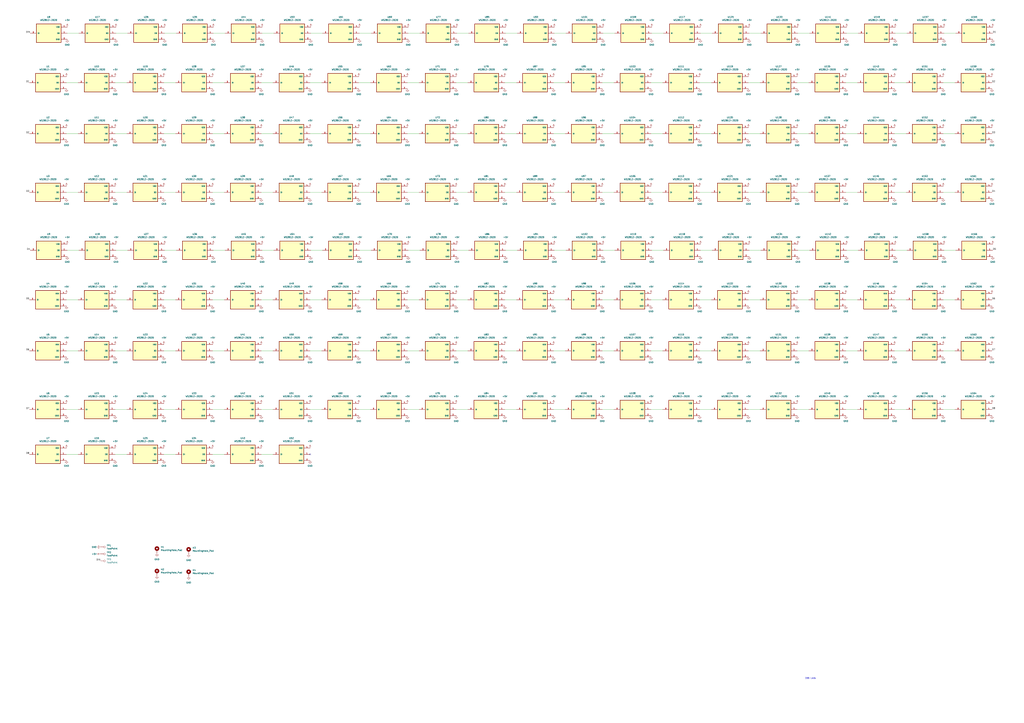
<source format=kicad_sch>
(kicad_sch (version 20211123) (generator eeschema)
  (paper "A1")
  (no_connect (at 254.635 373.38))
  (wire (pts (xy 294.64 67.945) (xy 304.165 67.945)))
  (wire (pts (xy 615.315 27.305) (xy 624.84 27.305)))
  (wire (pts (xy 254.635 246.38) (xy 264.16 246.38)))
  (wire (pts (xy 374.65 109.855) (xy 384.175 109.855)))
  (wire (pts (xy 494.665 336.55) (xy 504.19 336.55)))
  (wire (pts (xy 454.66 67.945) (xy 464.185 67.945)))
  (wire (pts (xy 214.63 109.855) (xy 224.155 109.855)))
  (wire (pts (xy 614.68 288.29) (xy 624.205 288.29)))
  (wire (pts (xy 295.275 27.305) (xy 304.8 27.305)))
  (wire (pts (xy 655.32 205.74) (xy 664.845 205.74)))
  (wire (pts (xy 775.335 205.74) (xy 784.86 205.74)))
  (wire (pts (xy 334.645 336.55) (xy 344.17 336.55)))
  (wire (pts (xy 734.695 246.38) (xy 744.22 246.38)))
  (wire (pts (xy 654.685 246.38) (xy 664.21 246.38)))
  (wire (pts (xy 534.67 109.855) (xy 544.195 109.855)))
  (wire (pts (xy 54.61 373.38) (xy 64.135 373.38)))
  (wire (pts (xy 454.66 336.55) (xy 464.185 336.55)))
  (wire (pts (xy 94.615 109.855) (xy 104.14 109.855)))
  (wire (pts (xy 695.325 205.74) (xy 704.85 205.74)))
  (wire (pts (xy 54.61 336.55) (xy 64.135 336.55)))
  (wire (pts (xy 94.615 373.38) (xy 104.14 373.38)))
  (wire (pts (xy 134.62 158.115) (xy 144.145 158.115)))
  (wire (pts (xy 94.615 336.55) (xy 104.14 336.55)))
  (wire (pts (xy 54.61 109.855) (xy 64.135 109.855)))
  (wire (pts (xy 374.65 67.945) (xy 384.175 67.945)))
  (wire (pts (xy 494.665 288.29) (xy 504.19 288.29)))
  (wire (pts (xy 655.32 27.305) (xy 664.845 27.305)))
  (wire (pts (xy 294.64 336.55) (xy 304.165 336.55)))
  (wire (pts (xy 174.625 336.55) (xy 184.15 336.55)))
  (wire (pts (xy 654.685 158.115) (xy 664.21 158.115)))
  (wire (pts (xy 734.695 158.115) (xy 744.22 158.115)))
  (wire (pts (xy 215.265 205.74) (xy 224.79 205.74)))
  (wire (pts (xy 574.675 67.945) (xy 584.2 67.945)))
  (wire (pts (xy 334.645 288.29) (xy 344.17 288.29)))
  (wire (pts (xy 454.66 246.38) (xy 464.185 246.38)))
  (wire (pts (xy 254.635 288.29) (xy 264.16 288.29)))
  (wire (pts (xy 174.625 158.115) (xy 184.15 158.115)))
  (wire (pts (xy 494.665 109.855) (xy 504.19 109.855)))
  (wire (pts (xy 254.635 67.945) (xy 264.16 67.945)))
  (wire (pts (xy 94.615 288.29) (xy 104.14 288.29)))
  (wire (pts (xy 54.61 158.115) (xy 64.135 158.115)))
  (wire (pts (xy 214.63 336.55) (xy 224.155 336.55)))
  (wire (pts (xy 374.65 246.38) (xy 384.175 246.38)))
  (wire (pts (xy 174.625 67.945) (xy 184.15 67.945)))
  (wire (pts (xy 654.685 288.29) (xy 664.21 288.29)))
  (wire (pts (xy 414.655 67.945) (xy 424.18 67.945)))
  (wire (pts (xy 495.3 27.305) (xy 504.825 27.305)))
  (wire (pts (xy 375.285 27.305) (xy 384.81 27.305)))
  (wire (pts (xy 494.665 158.115) (xy 504.19 158.115)))
  (wire (pts (xy 415.29 205.74) (xy 424.815 205.74)))
  (wire (pts (xy 54.61 67.945) (xy 64.135 67.945)))
  (wire (pts (xy 574.675 288.29) (xy 584.2 288.29)))
  (wire (pts (xy 535.305 27.305) (xy 544.83 27.305)))
  (wire (pts (xy 414.655 336.55) (xy 424.18 336.55)))
  (wire (pts (xy 255.27 27.305) (xy 264.795 27.305)))
  (wire (pts (xy 134.62 288.29) (xy 144.145 288.29)))
  (wire (pts (xy 454.66 109.855) (xy 464.185 109.855)))
  (wire (pts (xy 454.66 288.29) (xy 464.185 288.29)))
  (wire (pts (xy 294.64 109.855) (xy 304.165 109.855)))
  (wire (pts (xy 95.25 27.305) (xy 104.775 27.305)))
  (wire (pts (xy 614.68 109.855) (xy 624.205 109.855)))
  (wire (pts (xy 215.265 27.305) (xy 224.79 27.305)))
  (wire (pts (xy 535.305 205.74) (xy 544.83 205.74)))
  (wire (pts (xy 694.69 109.855) (xy 704.215 109.855)))
  (wire (pts (xy 254.635 336.55) (xy 264.16 336.55)))
  (wire (pts (xy 494.665 67.945) (xy 504.19 67.945)))
  (wire (pts (xy 774.7 109.855) (xy 784.225 109.855)))
  (wire (pts (xy 534.67 336.55) (xy 544.195 336.55)))
  (wire (pts (xy 134.62 373.38) (xy 144.145 373.38)))
  (wire (pts (xy 294.64 246.38) (xy 304.165 246.38)))
  (wire (pts (xy 254.635 109.855) (xy 264.16 109.855)))
  (wire (pts (xy 734.695 67.945) (xy 744.22 67.945)))
  (wire (pts (xy 694.69 288.29) (xy 704.215 288.29)))
  (wire (pts (xy 414.655 109.855) (xy 424.18 109.855)))
  (wire (pts (xy 775.335 27.305) (xy 784.86 27.305)))
  (wire (pts (xy 574.675 246.38) (xy 584.2 246.38)))
  (wire (pts (xy 495.3 205.74) (xy 504.825 205.74)))
  (wire (pts (xy 134.62 67.945) (xy 144.145 67.945)))
  (wire (pts (xy 734.695 109.855) (xy 744.22 109.855)))
  (wire (pts (xy 614.68 67.945) (xy 624.205 67.945)))
  (wire (pts (xy 455.295 27.305) (xy 464.82 27.305)))
  (wire (pts (xy 55.245 205.74) (xy 64.77 205.74)))
  (wire (pts (xy 295.275 205.74) (xy 304.8 205.74)))
  (wire (pts (xy 614.68 246.38) (xy 624.205 246.38)))
  (wire (pts (xy 135.255 205.74) (xy 144.78 205.74)))
  (wire (pts (xy 734.695 288.29) (xy 744.22 288.29)))
  (wire (pts (xy 134.62 246.38) (xy 144.145 246.38)))
  (wire (pts (xy 534.67 158.115) (xy 544.195 158.115)))
  (wire (pts (xy 135.255 27.305) (xy 144.78 27.305)))
  (wire (pts (xy 335.28 205.74) (xy 344.805 205.74)))
  (wire (pts (xy 175.26 205.74) (xy 184.785 205.74)))
  (wire (pts (xy 94.615 67.945) (xy 104.14 67.945)))
  (wire (pts (xy 294.64 158.115) (xy 304.165 158.115)))
  (wire (pts (xy 575.31 27.305) (xy 584.835 27.305)))
  (wire (pts (xy 614.68 158.115) (xy 624.205 158.115)))
  (wire (pts (xy 695.325 27.305) (xy 704.85 27.305)))
  (wire (pts (xy 134.62 109.855) (xy 144.145 109.855)))
  (wire (pts (xy 615.315 205.74) (xy 624.84 205.74)))
  (wire (pts (xy 175.26 27.305) (xy 184.785 27.305)))
  (wire (pts (xy 54.61 246.38) (xy 64.135 246.38)))
  (wire (pts (xy 374.65 158.115) (xy 384.175 158.115)))
  (wire (pts (xy 735.33 27.305) (xy 744.855 27.305)))
  (wire (pts (xy 734.695 336.55) (xy 744.22 336.55)))
  (wire (pts (xy 174.625 246.38) (xy 184.15 246.38)))
  (wire (pts (xy 694.69 158.115) (xy 704.215 158.115)))
  (wire (pts (xy 334.645 246.38) (xy 344.17 246.38)))
  (wire (pts (xy 55.245 27.305) (xy 64.77 27.305)))
  (wire (pts (xy 294.64 288.29) (xy 304.165 288.29)))
  (wire (pts (xy 414.655 246.38) (xy 424.18 246.38)))
  (wire (pts (xy 214.63 288.29) (xy 224.155 288.29)))
  (wire (pts (xy 774.7 288.29) (xy 784.225 288.29)))
  (wire (pts (xy 574.675 109.855) (xy 584.2 109.855)))
  (wire (pts (xy 134.62 336.55) (xy 144.145 336.55)))
  (wire (pts (xy 694.69 336.55) (xy 704.215 336.55)))
  (wire (pts (xy 374.65 336.55) (xy 384.175 336.55)))
  (wire (pts (xy 255.27 205.74) (xy 264.795 205.74)))
  (wire (pts (xy 494.665 246.38) (xy 504.19 246.38)))
  (wire (pts (xy 94.615 246.38) (xy 104.14 246.38)))
  (wire (pts (xy 174.625 288.29) (xy 184.15 288.29)))
  (wire (pts (xy 774.7 246.38) (xy 784.225 246.38)))
  (wire (pts (xy 414.655 288.29) (xy 424.18 288.29)))
  (wire (pts (xy 654.685 67.945) (xy 664.21 67.945)))
  (wire (pts (xy 654.685 109.855) (xy 664.21 109.855)))
  (wire (pts (xy 414.655 158.115) (xy 424.18 158.115)))
  (wire (pts (xy 774.7 67.945) (xy 784.225 67.945)))
  (wire (pts (xy 534.67 288.29) (xy 544.195 288.29)))
  (wire (pts (xy 174.625 373.38) (xy 184.15 373.38)))
  (wire (pts (xy 774.7 336.55) (xy 784.225 336.55)))
  (wire (pts (xy 735.33 205.74) (xy 744.855 205.74)))
  (wire (pts (xy 774.7 158.115) (xy 784.225 158.115)))
  (wire (pts (xy 335.28 27.305) (xy 344.805 27.305)))
  (wire (pts (xy 694.69 246.38) (xy 704.215 246.38)))
  (wire (pts (xy 534.67 67.945) (xy 544.195 67.945)))
  (wire (pts (xy 174.625 109.855) (xy 184.15 109.855)))
  (wire (pts (xy 534.67 246.38) (xy 544.195 246.38)))
  (wire (pts (xy 455.295 205.74) (xy 464.82 205.74)))
  (wire (pts (xy 214.63 67.945) (xy 224.155 67.945)))
  (wire (pts (xy 214.63 373.38) (xy 224.155 373.38)))
  (wire (pts (xy 254.635 158.115) (xy 264.16 158.115)))
  (wire (pts (xy 334.645 109.855) (xy 344.17 109.855)))
  (wire (pts (xy 694.69 67.945) (xy 704.215 67.945)))
  (wire (pts (xy 374.65 288.29) (xy 384.175 288.29)))
  (wire (pts (xy 375.285 205.74) (xy 384.81 205.74)))
  (wire (pts (xy 654.685 336.55) (xy 664.21 336.55)))
  (wire (pts (xy 94.615 158.115) (xy 104.14 158.115)))
  (wire (pts (xy 214.63 158.115) (xy 224.155 158.115)))
  (wire (pts (xy 54.61 288.29) (xy 64.135 288.29)))
  (wire (pts (xy 95.25 205.74) (xy 104.775 205.74)))
  (wire (pts (xy 334.645 67.945) (xy 344.17 67.945)))
  (wire (pts (xy 214.63 246.38) (xy 224.155 246.38)))
  (wire (pts (xy 575.31 205.74) (xy 584.835 205.74)))
  (wire (pts (xy 574.675 336.55) (xy 584.2 336.55)))
  (wire (pts (xy 574.675 158.115) (xy 584.2 158.115)))
  (wire (pts (xy 415.29 27.305) (xy 424.815 27.305)))
  (wire (pts (xy 614.68 336.55) (xy 624.205 336.55)))
  (wire (pts (xy 334.645 158.115) (xy 344.17 158.115)))
  (wire (pts (xy 454.66 158.115) (xy 464.185 158.115)))
  (text "166 Leds" (at 661.035 558.165 0) (effects (font (size 1.27 1.27)) (justify left bottom)))
  (label "DIN" (at 24.765 27.305 180))
  (label "D7" (at 24.13 336.55 180))
  (label "D4" (at 24.765 205.74 180))
  (label "D6" (at 814.705 246.38 0))
  (label "D1" (at 24.13 67.945 180))
  (label "D2" (at 24.13 109.855 180))
  (label "DIN" (at 82.55 461.01 180))
  (label "D3" (at 814.705 109.855 0))
  (label "D5" (at 24.13 246.38 180))
  (label "D4" (at 814.705 158.115 0))
  (label "D8" (at 24.13 373.38 180))
  (label "D5" (at 815.34 205.74 0))
  (label "D8" (at 814.705 336.55 0))
  (label "D1" (at 815.34 27.305 0))
  (label "D3" (at 24.13 158.115 180))
  (label "D2" (at 814.705 67.945 0))
  (label "D6" (at 24.13 288.29 180))
  (label "D7" (at 814.705 288.29 0))
  (symbol (lib_id "WS2812-2020:WS2812-2020") (at 400.05 27.305 0) (unit 1)
    (property "Reference" "U85" (at 400.05 13.97 0))
    (property "Value" "WS2812-2020" (at 400.05 16.51 0))
    (property "Footprint" "footprint:LED_WS2812-2020" (effects hide))
    (property "MF" "Worldsemi" (effects hide))
    (property "MAXIMUM_PACKAGE_HEIGHT" "0.84 mm" (effects hide))
    (property "Package" "Package" (effects hide))
    (property "Price" "None" (effects hide))
    (property "Check_prices" "https://www.snapeda.com/parts/WS2812-2020/Worldsemi/view-part/?ref=eda" (effects hide))
    (property "STANDARD" "Manufacturer Recommendations" (effects hide))
    (property "PARTREV" "V1.3" (effects hide))
    (property "SnapEDA_Link" "https://www.snapeda.com/parts/WS2812-2020/Worldsemi/view-part/?ref=snap" (effects hide))
    (property "MP" "WS2812-2020" (effects hide))
    (property "Description" "\nIntelligent control LED light source, SMD-4\n" (effects hide))
    (property "MANUFACTURER" "Worldsemi" (effects hide))
    (property "Availability" "Not in stock" (effects hide))
    (property "SNAPEDA_PN" "WS2812-2020" (effects hide))
  )
  (symbol (lib_id "WS2812-2020:WS2812-2020") (at 639.445 288.29 0) (unit 1)
    (property "Reference" "U131" (at 639.445 274.955 0))
    (property "Value" "WS2812-2020" (at 639.445 277.495 0))
    (property "Footprint" "footprint:LED_WS2812-2020" (effects hide))
    (property "MF" "Worldsemi" (effects hide))
    (property "MAXIMUM_PACKAGE_HEIGHT" "0.84 mm" (effects hide))
    (property "Package" "Package" (effects hide))
    (property "Price" "None" (effects hide))
    (property "Check_prices" "https://www.snapeda.com/parts/WS2812-2020/Worldsemi/view-part/?ref=eda" (effects hide))
    (property "STANDARD" "Manufacturer Recommendations" (effects hide))
    (property "PARTREV" "V1.3" (effects hide))
    (property "SnapEDA_Link" "https://www.snapeda.com/parts/WS2812-2020/Worldsemi/view-part/?ref=snap" (effects hide))
    (property "MP" "WS2812-2020" (effects hide))
    (property "Description" "\nIntelligent control LED light source, SMD-4\n" (effects hide))
    (property "MANUFACTURER" "Worldsemi" (effects hide))
    (property "Availability" "Not in stock" (effects hide))
    (property "SNAPEDA_PN" "WS2812-2020" (effects hide))
  )
  (symbol (lib_id "power:GND") (at 614.68 341.63 0) (unit 1)
    (property "Reference" "#PWR0393" (effects hide))
    (property "Value" "GND" (at 614.68 346.075 0))
  )
  (symbol (lib_id "WS2812-2020:WS2812-2020") (at 119.38 246.38 0) (unit 1)
    (property "Reference" "U22" (at 119.38 233.045 0))
    (property "Value" "WS2812-2020" (at 119.38 235.585 0))
    (property "Footprint" "footprint:LED_WS2812-2020" (effects hide))
    (property "MF" "Worldsemi" (effects hide))
    (property "MAXIMUM_PACKAGE_HEIGHT" "0.84 mm" (effects hide))
    (property "Package" "Package" (effects hide))
    (property "Price" "None" (effects hide))
    (property "Check_prices" "https://www.snapeda.com/parts/WS2812-2020/Worldsemi/view-part/?ref=eda" (effects hide))
    (property "STANDARD" "Manufacturer Recommendations" (effects hide))
    (property "PARTREV" "V1.3" (effects hide))
    (property "SnapEDA_Link" "https://www.snapeda.com/parts/WS2812-2020/Worldsemi/view-part/?ref=snap" (effects hide))
    (property "MP" "WS2812-2020" (effects hide))
    (property "Description" "\nIntelligent control LED light source, SMD-4\n" (effects hide))
    (property "MANUFACTURER" "Worldsemi" (effects hide))
    (property "Availability" "Not in stock" (effects hide))
    (property "SNAPEDA_PN" "WS2812-2020" (effects hide))
  )
  (symbol (lib_id "power:+5V") (at 134.62 153.035 0) (unit 1)
    (property "Reference" "#PWR0137" (effects hide))
    (property "Value" "+5V" (at 134.62 147.32 0))
  )
  (symbol (lib_id "WS2812-2020:WS2812-2020") (at 599.44 288.29 0) (unit 1)
    (property "Reference" "U123" (at 599.44 274.955 0))
    (property "Value" "WS2812-2020" (at 599.44 277.495 0))
    (property "Footprint" "footprint:LED_WS2812-2020" (effects hide))
    (property "MF" "Worldsemi" (effects hide))
    (property "MAXIMUM_PACKAGE_HEIGHT" "0.84 mm" (effects hide))
    (property "Package" "Package" (effects hide))
    (property "Price" "None" (effects hide))
    (property "Check_prices" "https://www.snapeda.com/parts/WS2812-2020/Worldsemi/view-part/?ref=eda" (effects hide))
    (property "STANDARD" "Manufacturer Recommendations" (effects hide))
    (property "PARTREV" "V1.3" (effects hide))
    (property "SnapEDA_Link" "https://www.snapeda.com/parts/WS2812-2020/Worldsemi/view-part/?ref=snap" (effects hide))
    (property "MP" "WS2812-2020" (effects hide))
    (property "Description" "\nIntelligent control LED light source, SMD-4\n" (effects hide))
    (property "MANUFACTURER" "Worldsemi" (effects hide))
    (property "Availability" "Not in stock" (effects hide))
    (property "SNAPEDA_PN" "WS2812-2020" (effects hide))
  )
  (symbol (lib_id "power:+5V") (at 294.64 283.21 0) (unit 1)
    (property "Reference" "#PWR0345" (effects hide))
    (property "Value" "+5V" (at 294.64 277.495 0))
  )
  (symbol (lib_id "WS2812-2020:WS2812-2020") (at 440.055 27.305 0) (unit 1)
    (property "Reference" "U93" (at 440.055 13.97 0))
    (property "Value" "WS2812-2020" (at 440.055 16.51 0))
    (property "Footprint" "footprint:LED_WS2812-2020" (effects hide))
    (property "MF" "Worldsemi" (effects hide))
    (property "MAXIMUM_PACKAGE_HEIGHT" "0.84 mm" (effects hide))
    (property "Package" "Package" (effects hide))
    (property "Price" "None" (effects hide))
    (property "Check_prices" "https://www.snapeda.com/parts/WS2812-2020/Worldsemi/view-part/?ref=eda" (effects hide))
    (property "STANDARD" "Manufacturer Recommendations" (effects hide))
    (property "PARTREV" "V1.3" (effects hide))
    (property "SnapEDA_Link" "https://www.snapeda.com/parts/WS2812-2020/Worldsemi/view-part/?ref=snap" (effects hide))
    (property "MP" "WS2812-2020" (effects hide))
    (property "Description" "\nIntelligent control LED light source, SMD-4\n" (effects hide))
    (property "MANUFACTURER" "Worldsemi" (effects hide))
    (property "Availability" "Not in stock" (effects hide))
    (property "SNAPEDA_PN" "WS2812-2020" (effects hide))
  )
  (symbol (lib_id "power:GND") (at 335.28 210.82 0) (unit 1)
    (property "Reference" "#PWR0354" (effects hide))
    (property "Value" "GND" (at 335.28 215.265 0))
  )
  (symbol (lib_id "WS2812-2020:WS2812-2020") (at 119.38 109.855 0) (unit 1)
    (property "Reference" "U20" (at 119.38 96.52 0))
    (property "Value" "WS2812-2020" (at 119.38 99.06 0))
    (property "Footprint" "footprint:LED_WS2812-2020" (effects hide))
    (property "MF" "Worldsemi" (effects hide))
    (property "MAXIMUM_PACKAGE_HEIGHT" "0.84 mm" (effects hide))
    (property "Package" "Package" (effects hide))
    (property "Price" "None" (effects hide))
    (property "Check_prices" "https://www.snapeda.com/parts/WS2812-2020/Worldsemi/view-part/?ref=eda" (effects hide))
    (property "STANDARD" "Manufacturer Recommendations" (effects hide))
    (property "PARTREV" "V1.3" (effects hide))
    (property "SnapEDA_Link" "https://www.snapeda.com/parts/WS2812-2020/Worldsemi/view-part/?ref=snap" (effects hide))
    (property "MP" "WS2812-2020" (effects hide))
    (property "Description" "\nIntelligent control LED light source, SMD-4\n" (effects hide))
    (property "MANUFACTURER" "Worldsemi" (effects hide))
    (property "Availability" "Not in stock" (effects hide))
    (property "SNAPEDA_PN" "WS2812-2020" (effects hide))
  )
  (symbol (lib_id "power:+5V") (at 454.66 62.865 0) (unit 1)
    (property "Reference" "#PWR0301" (effects hide))
    (property "Value" "+5V" (at 454.66 57.15 0))
  )
  (symbol (lib_id "power:+5V") (at 574.675 331.47 0) (unit 1)
    (property "Reference" "#PWR0386" (effects hide))
    (property "Value" "+5V" (at 574.675 325.755 0))
  )
  (symbol (lib_id "power:+5V") (at 375.285 200.66 0) (unit 1)
    (property "Reference" "#PWR0352" (effects hide))
    (property "Value" "+5V" (at 375.285 194.945 0))
  )
  (symbol (lib_id "power:+5V") (at 94.615 283.21 0) (unit 1)
    (property "Reference" "#PWR0204" (effects hide))
    (property "Value" "+5V" (at 94.615 277.495 0))
  )
  (symbol (lib_id "WS2812-2020:WS2812-2020") (at 719.455 158.115 0) (unit 1)
    (property "Reference" "U145" (at 719.455 144.78 0))
    (property "Value" "WS2812-2020" (at 719.455 147.32 0))
    (property "Footprint" "footprint:LED_WS2812-2020" (effects hide))
    (property "MF" "Worldsemi" (effects hide))
    (property "MAXIMUM_PACKAGE_HEIGHT" "0.84 mm" (effects hide))
    (property "Package" "Package" (effects hide))
    (property "Price" "None" (effects hide))
    (property "Check_prices" "https://www.snapeda.com/parts/WS2812-2020/Worldsemi/view-part/?ref=eda" (effects hide))
    (property "STANDARD" "Manufacturer Recommendations" (effects hide))
    (property "PARTREV" "V1.3" (effects hide))
    (property "SnapEDA_Link" "https://www.snapeda.com/parts/WS2812-2020/Worldsemi/view-part/?ref=snap" (effects hide))
    (property "MP" "WS2812-2020" (effects hide))
    (property "Description" "\nIntelligent control LED light source, SMD-4\n" (effects hide))
    (property "MANUFACTURER" "Worldsemi" (effects hide))
    (property "Availability" "Not in stock" (effects hide))
    (property "SNAPEDA_PN" "WS2812-2020" (effects hide))
  )
  (symbol (lib_id "power:GND") (at 174.625 114.935 0) (unit 1)
    (property "Reference" "#PWR0144" (effects hide))
    (property "Value" "GND" (at 174.625 119.38 0))
  )
  (symbol (lib_id "WS2812-2020:WS2812-2020") (at 79.375 373.38 0) (unit 1)
    (property "Reference" "U16" (at 79.375 360.045 0))
    (property "Value" "WS2812-2020" (at 79.375 362.585 0))
    (property "Footprint" "footprint:LED_WS2812-2020" (effects hide))
    (property "MF" "Worldsemi" (effects hide))
    (property "MAXIMUM_PACKAGE_HEIGHT" "0.84 mm" (effects hide))
    (property "Package" "Package" (effects hide))
    (property "Price" "None" (effects hide))
    (property "Check_prices" "https://www.snapeda.com/parts/WS2812-2020/Worldsemi/view-part/?ref=eda" (effects hide))
    (property "STANDARD" "Manufacturer Recommendations" (effects hide))
    (property "PARTREV" "V1.3" (effects hide))
    (property "SnapEDA_Link" "https://www.snapeda.com/parts/WS2812-2020/Worldsemi/view-part/?ref=snap" (effects hide))
    (property "MP" "WS2812-2020" (effects hide))
    (property "Description" "\nIntelligent control LED light source, SMD-4\n" (effects hide))
    (property "MANUFACTURER" "Worldsemi" (effects hide))
    (property "Availability" "Not in stock" (effects hide))
    (property "SNAPEDA_PN" "WS2812-2020" (effects hide))
  )
  (symbol (lib_id "power:+5V") (at 295.275 22.225 0) (unit 1)
    (property "Reference" "#PWR0293" (effects hide))
    (property "Value" "+5V" (at 295.275 16.51 0))
  )
  (symbol (lib_id "power:GND") (at 214.63 378.46 0) (unit 1)
    (property "Reference" "#PWR0189" (effects hide))
    (property "Value" "GND" (at 214.63 382.905 0))
  )
  (symbol (lib_id "WS2812-2020:WS2812-2020") (at 559.435 246.38 0) (unit 1)
    (property "Reference" "U114" (at 559.435 233.045 0))
    (property "Value" "WS2812-2020" (at 559.435 235.585 0))
    (property "Footprint" "footprint:LED_WS2812-2020" (effects hide))
    (property "MF" "Worldsemi" (effects hide))
    (property "MAXIMUM_PACKAGE_HEIGHT" "0.84 mm" (effects hide))
    (property "Package" "Package" (effects hide))
    (property "Price" "None" (effects hide))
    (property "Check_prices" "https://www.snapeda.com/parts/WS2812-2020/Worldsemi/view-part/?ref=eda" (effects hide))
    (property "STANDARD" "Manufacturer Recommendations" (effects hide))
    (property "PARTREV" "V1.3" (effects hide))
    (property "SnapEDA_Link" "https://www.snapeda.com/parts/WS2812-2020/Worldsemi/view-part/?ref=snap" (effects hide))
    (property "MP" "WS2812-2020" (effects hide))
    (property "Description" "\nIntelligent control LED light source, SMD-4\n" (effects hide))
    (property "MANUFACTURER" "Worldsemi" (effects hide))
    (property "Availability" "Not in stock" (effects hide))
    (property "SNAPEDA_PN" "WS2812-2020" (effects hide))
  )
  (symbol (lib_id "power:GND") (at 54.61 73.025 0) (unit 1)
    (property "Reference" "#PWR0131" (effects hide))
    (property "Value" "GND" (at 54.61 77.47 0))
  )
  (symbol (lib_id "power:+5V") (at 294.64 62.865 0) (unit 1)
    (property "Reference" "#PWR0284" (effects hide))
    (property "Value" "+5V" (at 294.64 57.15 0))
  )
  (symbol (lib_id "power:+5V") (at 535.305 22.225 0) (unit 1)
    (property "Reference" "#PWR0281" (effects hide))
    (property "Value" "+5V" (at 535.305 16.51 0))
  )
  (symbol (lib_id "power:+5V") (at 734.695 62.865 0) (unit 1)
    (property "Reference" "#PWR0214" (effects hide))
    (property "Value" "+5V" (at 734.695 57.15 0))
  )
  (symbol (lib_id "WS2812-2020:WS2812-2020") (at 479.425 336.55 0) (unit 1)
    (property "Reference" "U100" (at 479.425 323.215 0))
    (property "Value" "WS2812-2020" (at 479.425 325.755 0))
    (property "Footprint" "footprint:LED_WS2812-2020" (effects hide))
    (property "MF" "Worldsemi" (effects hide))
    (property "MAXIMUM_PACKAGE_HEIGHT" "0.84 mm" (effects hide))
    (property "Package" "Package" (effects hide))
    (property "Price" "None" (effects hide))
    (property "Check_prices" "https://www.snapeda.com/parts/WS2812-2020/Worldsemi/view-part/?ref=eda" (effects hide))
    (property "STANDARD" "Manufacturer Recommendations" (effects hide))
    (property "PARTREV" "V1.3" (effects hide))
    (property "SnapEDA_Link" "https://www.snapeda.com/parts/WS2812-2020/Worldsemi/view-part/?ref=snap" (effects hide))
    (property "MP" "WS2812-2020" (effects hide))
    (property "Description" "\nIntelligent control LED light source, SMD-4\n" (effects hide))
    (property "MANUFACTURER" "Worldsemi" (effects hide))
    (property "Availability" "Not in stock" (effects hide))
    (property "SNAPEDA_PN" "WS2812-2020" (effects hide))
  )
  (symbol (lib_id "Mechanical:MountingHole_Pad") (at 154.94 452.755 0) (unit 1)
    (property "Reference" "H3" (at 158.115 450.2149 0) (effects (justify left)))
    (property "Value" "MountingHole_Pad" (at 158.115 452.7549 0) (effects (justify left)))
    (property "Footprint" "MountingHole:MountingHole_3.2mm_M3_DIN965_Pad" (effects hide))
  )
  (symbol (lib_id "WS2812-2020:WS2812-2020") (at 280.035 27.305 0) (unit 1)
    (property "Reference" "U61" (at 280.035 13.97 0))
    (property "Value" "WS2812-2020" (at 280.035 16.51 0))
    (property "Footprint" "footprint:LED_WS2812-2020" (effects hide))
    (property "MF" "Worldsemi" (effects hide))
    (property "MAXIMUM_PACKAGE_HEIGHT" "0.84 mm" (effects hide))
    (property "Package" "Package" (effects hide))
    (property "Price" "None" (effects hide))
    (property "Check_prices" "https://www.snapeda.com/parts/WS2812-2020/Worldsemi/view-part/?ref=eda" (effects hide))
    (property "STANDARD" "Manufacturer Recommendations" (effects hide))
    (property "PARTREV" "V1.3" (effects hide))
    (property "SnapEDA_Link" "https://www.snapeda.com/parts/WS2812-2020/Worldsemi/view-part/?ref=snap" (effects hide))
    (property "MP" "WS2812-2020" (effects hide))
    (property "Description" "\nIntelligent control LED light source, SMD-4\n" (effects hide))
    (property "MANUFACTURER" "Worldsemi" (effects hide))
    (property "Availability" "Not in stock" (effects hide))
    (property "SNAPEDA_PN" "WS2812-2020" (effects hide))
  )
  (symbol (lib_id "power:+5V") (at 534.67 104.775 0) (unit 1)
    (property "Reference" "#PWR0260" (effects hide))
    (property "Value" "+5V" (at 534.67 99.06 0))
  )
  (symbol (lib_id "power:+5V") (at 254.635 368.3 0) (unit 1)
    (property "Reference" "#PWR0194" (effects hide))
    (property "Value" "+5V" (at 254.635 362.585 0))
  )
  (symbol (lib_id "WS2812-2020:WS2812-2020") (at 799.465 288.29 0) (unit 1)
    (property "Reference" "U163" (at 799.465 274.955 0))
    (property "Value" "WS2812-2020" (at 799.465 277.495 0))
    (property "Footprint" "footprint:LED_WS2812-2020" (effects hide))
    (property "MF" "Worldsemi" (effects hide))
    (property "MAXIMUM_PACKAGE_HEIGHT" "0.84 mm" (effects hide))
    (property "Package" "Package" (effects hide))
    (property "Price" "None" (effects hide))
    (property "Check_prices" "https://www.snapeda.com/parts/WS2812-2020/Worldsemi/view-part/?ref=eda" (effects hide))
    (property "STANDARD" "Manufacturer Recommendations" (effects hide))
    (property "PARTREV" "V1.3" (effects hide))
    (property "SnapEDA_Link" "https://www.snapeda.com/parts/WS2812-2020/Worldsemi/view-part/?ref=snap" (effects hide))
    (property "MP" "WS2812-2020" (effects hide))
    (property "Description" "\nIntelligent control LED light source, SMD-4\n" (effects hide))
    (property "MANUFACTURER" "Worldsemi" (effects hide))
    (property "Availability" "Not in stock" (effects hide))
    (property "SNAPEDA_PN" "WS2812-2020" (effects hide))
  )
  (symbol (lib_id "WS2812-2020:WS2812-2020") (at 679.45 246.38 0) (unit 1)
    (property "Reference" "U138" (at 679.45 233.045 0))
    (property "Value" "WS2812-2020" (at 679.45 235.585 0))
    (property "Footprint" "footprint:LED_WS2812-2020" (effects hide))
    (property "MF" "Worldsemi" (effects hide))
    (property "MAXIMUM_PACKAGE_HEIGHT" "0.84 mm" (effects hide))
    (property "Package" "Package" (effects hide))
    (property "Price" "None" (effects hide))
    (property "Check_prices" "https://www.snapeda.com/parts/WS2812-2020/Worldsemi/view-part/?ref=eda" (effects hide))
    (property "STANDARD" "Manufacturer Recommendations" (effects hide))
    (property "PARTREV" "V1.3" (effects hide))
    (property "SnapEDA_Link" "https://www.snapeda.com/parts/WS2812-2020/Worldsemi/view-part/?ref=snap" (effects hide))
    (property "MP" "WS2812-2020" (effects hide))
    (property "Description" "\nIntelligent control LED light source, SMD-4\n" (effects hide))
    (property "MANUFACTURER" "Worldsemi" (effects hide))
    (property "Availability" "Not in stock" (effects hide))
    (property "SNAPEDA_PN" "WS2812-2020" (effects hide))
  )
  (symbol (lib_id "power:GND") (at 494.665 251.46 0) (unit 1)
    (property "Reference" "#PWR0421" (effects hide))
    (property "Value" "GND" (at 494.665 255.905 0))
  )
  (symbol (lib_id "power:+5V") (at 654.685 331.47 0) (unit 1)
    (property "Reference" "#PWR0394" (effects hide))
    (property "Value" "+5V" (at 654.685 325.755 0))
  )
  (symbol (lib_id "power:GND") (at 734.695 293.37 0) (unit 1)
    (property "Reference" "#PWR0364" (effects hide))
    (property "Value" "GND" (at 734.695 297.815 0))
  )
  (symbol (lib_id "WS2812-2020:WS2812-2020") (at 439.42 67.945 0) (unit 1)
    (property "Reference" "U87" (at 439.42 54.61 0))
    (property "Value" "WS2812-2020" (at 439.42 57.15 0))
    (property "Footprint" "footprint:LED_WS2812-2020" (effects hide))
    (property "MF" "Worldsemi" (effects hide))
    (property "MAXIMUM_PACKAGE_HEIGHT" "0.84 mm" (effects hide))
    (property "Package" "Package" (effects hide))
    (property "Price" "None" (effects hide))
    (property "Check_prices" "https://www.snapeda.com/parts/WS2812-2020/Worldsemi/view-part/?ref=eda" (effects hide))
    (property "STANDARD" "Manufacturer Recommendations" (effects hide))
    (property "PARTREV" "V1.3" (effects hide))
    (property "SnapEDA_Link" "https://www.snapeda.com/parts/WS2812-2020/Worldsemi/view-part/?ref=snap" (effects hide))
    (property "MP" "WS2812-2020" (effects hide))
    (property "Description" "\nIntelligent control LED light source, SMD-4\n" (effects hide))
    (property "MANUFACTURER" "Worldsemi" (effects hide))
    (property "Availability" "Not in stock" (effects hide))
    (property "SNAPEDA_PN" "WS2812-2020" (effects hide))
  )
  (symbol (lib_id "WS2812-2020:WS2812-2020") (at 79.375 109.855 0) (unit 1)
    (property "Reference" "U11" (at 79.375 96.52 0))
    (property "Value" "WS2812-2020" (at 79.375 99.06 0))
    (property "Footprint" "footprint:LED_WS2812-2020" (effects hide))
    (property "MF" "Worldsemi" (effects hide))
    (property "MAXIMUM_PACKAGE_HEIGHT" "0.84 mm" (effects hide))
    (property "Package" "Package" (effects hide))
    (property "Price" "None" (effects hide))
    (property "Check_prices" "https://www.snapeda.com/parts/WS2812-2020/Worldsemi/view-part/?ref=eda" (effects hide))
    (property "STANDARD" "Manufacturer Recommendations" (effects hide))
    (property "PARTREV" "V1.3" (effects hide))
    (property "SnapEDA_Link" "https://www.snapeda.com/parts/WS2812-2020/Worldsemi/view-part/?ref=snap" (effects hide))
    (property "MP" "WS2812-2020" (effects hide))
    (property "Description" "\nIntelligent control LED light source, SMD-4\n" (effects hide))
    (property "MANUFACTURER" "Worldsemi" (effects hide))
    (property "Availability" "Not in stock" (effects hide))
    (property "SNAPEDA_PN" "WS2812-2020" (effects hide))
  )
  (symbol (lib_id "WS2812-2020:WS2812-2020") (at 680.085 205.74 0) (unit 1)
    (property "Reference" "U142" (at 680.085 192.405 0))
    (property "Value" "WS2812-2020" (at 680.085 194.945 0))
    (property "Footprint" "footprint:LED_WS2812-2020" (effects hide))
    (property "MF" "Worldsemi" (effects hide))
    (property "MAXIMUM_PACKAGE_HEIGHT" "0.84 mm" (effects hide))
    (property "Package" "Package" (effects hide))
    (property "Price" "None" (effects hide))
    (property "Check_prices" "https://www.snapeda.com/parts/WS2812-2020/Worldsemi/view-part/?ref=eda" (effects hide))
    (property "STANDARD" "Manufacturer Recommendations" (effects hide))
    (property "PARTREV" "V1.3" (effects hide))
    (property "SnapEDA_Link" "https://www.snapeda.com/parts/WS2812-2020/Worldsemi/view-part/?ref=snap" (effects hide))
    (property "MP" "WS2812-2020" (effects hide))
    (property "Description" "\nIntelligent control LED light source, SMD-4\n" (effects hide))
    (property "MANUFACTURER" "Worldsemi" (effects hide))
    (property "Availability" "Not in stock" (effects hide))
    (property "SNAPEDA_PN" "WS2812-2020" (effects hide))
  )
  (symbol (lib_id "power:+5V") (at 214.63 104.775 0) (unit 1)
    (property "Reference" "#PWR0142" (effects hide))
    (property "Value" "+5V" (at 214.63 99.06 0))
  )
  (symbol (lib_id "power:GND") (at 774.7 163.195 0) (unit 1)
    (property "Reference" "#PWR0236" (effects hide))
    (property "Value" "GND" (at 774.7 167.64 0))
  )
  (symbol (lib_id "WS2812-2020:WS2812-2020") (at 519.43 336.55 0) (unit 1)
    (property "Reference" "U108" (at 519.43 323.215 0))
    (property "Value" "WS2812-2020" (at 519.43 325.755 0))
    (property "Footprint" "footprint:LED_WS2812-2020" (effects hide))
    (property "MF" "Worldsemi" (effects hide))
    (property "MAXIMUM_PACKAGE_HEIGHT" "0.84 mm" (effects hide))
    (property "Package" "Package" (effects hide))
    (property "Price" "None" (effects hide))
    (property "Check_prices" "https://www.snapeda.com/parts/WS2812-2020/Worldsemi/view-part/?ref=eda" (effects hide))
    (property "STANDARD" "Manufacturer Recommendations" (effects hide))
    (property "PARTREV" "V1.3" (effects hide))
    (property "SnapEDA_Link" "https://www.snapeda.com/parts/WS2812-2020/Worldsemi/view-part/?ref=snap" (effects hide))
    (property "MP" "WS2812-2020" (effects hide))
    (property "Description" "\nIntelligent control LED light source, SMD-4\n" (effects hide))
    (property "MANUFACTURER" "Worldsemi" (effects hide))
    (property "Availability" "Not in stock" (effects hide))
    (property "SNAPEDA_PN" "WS2812-2020" (effects hide))
  )
  (symbol (lib_id "power:GND") (at 134.62 163.195 0) (unit 1)
    (property "Reference" "#PWR0136" (effects hide))
    (property "Value" "GND" (at 134.62 167.64 0))
  )
  (symbol (lib_id "power:+5V") (at 254.635 104.775 0) (unit 1)
    (property "Reference" "#PWR0149" (effects hide))
    (property "Value" "+5V" (at 254.635 99.06 0))
  )
  (symbol (lib_id "power:GND") (at 254.635 114.935 0) (unit 1)
    (property "Reference" "#PWR0148" (effects hide))
    (property "Value" "GND" (at 254.635 119.38 0))
  )
  (symbol (lib_id "power:GND") (at 494.665 163.195 0) (unit 1)
    (property "Reference" "#PWR0267" (effects hide))
    (property "Value" "GND" (at 494.665 167.64 0))
  )
  (symbol (lib_id "WS2812-2020:WS2812-2020") (at 199.39 158.115 0) (unit 1)
    (property "Reference" "U39" (at 199.39 144.78 0))
    (property "Value" "WS2812-2020" (at 199.39 147.32 0))
    (property "Footprint" "footprint:LED_WS2812-2020" (effects hide))
    (property "MF" "Worldsemi" (effects hide))
    (property "MAXIMUM_PACKAGE_HEIGHT" "0.84 mm" (effects hide))
    (property "Package" "Package" (effects hide))
    (property "Price" "None" (effects hide))
    (property "Check_prices" "https://www.snapeda.com/parts/WS2812-2020/Worldsemi/view-part/?ref=eda" (effects hide))
    (property "STANDARD" "Manufacturer Recommendations" (effects hide))
    (property "PARTREV" "V1.3" (effects hide))
    (property "SnapEDA_Link" "https://www.snapeda.com/parts/WS2812-2020/Worldsemi/view-part/?ref=snap" (effects hide))
    (property "MP" "WS2812-2020" (effects hide))
    (property "Description" "\nIntelligent control LED light source, SMD-4\n" (effects hide))
    (property "MANUFACTURER" "Worldsemi" (effects hide))
    (property "Availability" "Not in stock" (effects hide))
    (property "SNAPEDA_PN" "WS2812-2020" (effects hide))
  )
  (symbol (lib_id "power:+5V") (at 774.7 104.775 0) (unit 1)
    (property "Reference" "#PWR0240" (effects hide))
    (property "Value" "+5V" (at 774.7 99.06 0))
  )
  (symbol (lib_id "power:GND") (at 534.67 163.195 0) (unit 1)
    (property "Reference" "#PWR0263" (effects hide))
    (property "Value" "GND" (at 534.67 167.64 0))
  )
  (symbol (lib_id "WS2812-2020:WS2812-2020") (at 719.455 67.945 0) (unit 1)
    (property "Reference" "U143" (at 719.455 54.61 0))
    (property "Value" "WS2812-2020" (at 719.455 57.15 0))
    (property "Footprint" "footprint:LED_WS2812-2020" (effects hide))
    (property "MF" "Worldsemi" (effects hide))
    (property "MAXIMUM_PACKAGE_HEIGHT" "0.84 mm" (effects hide))
    (property "Package" "Package" (effects hide))
    (property "Price" "None" (effects hide))
    (property "Check_prices" "https://www.snapeda.com/parts/WS2812-2020/Worldsemi/view-part/?ref=eda" (effects hide))
    (property "STANDARD" "Manufacturer Recommendations" (effects hide))
    (property "PARTREV" "V1.3" (effects hide))
    (property "SnapEDA_Link" "https://www.snapeda.com/parts/WS2812-2020/Worldsemi/view-part/?ref=snap" (effects hide))
    (property "MP" "WS2812-2020" (effects hide))
    (property "Description" "\nIntelligent control LED light source, SMD-4\n" (effects hide))
    (property "MANUFACTURER" "Worldsemi" (effects hide))
    (property "Availability" "Not in stock" (effects hide))
    (property "SNAPEDA_PN" "WS2812-2020" (effects hide))
  )
  (symbol (lib_id "power:+5V") (at 215.265 22.225 0) (unit 1)
    (property "Reference" "#PWR0153" (effects hide))
    (property "Value" "+5V" (at 215.265 16.51 0))
  )
  (symbol (lib_id "power:GND") (at 734.695 73.025 0) (unit 1)
    (property "Reference" "#PWR0213" (effects hide))
    (property "Value" "GND" (at 734.695 77.47 0))
  )
  (symbol (lib_id "power:GND") (at 575.31 210.82 0) (unit 1)
    (property "Reference" "#PWR0419" (effects hide))
    (property "Value" "GND" (at 575.31 215.265 0))
  )
  (symbol (lib_id "power:GND") (at 374.65 73.025 0) (unit 1)
    (property "Reference" "#PWR0308" (effects hide))
    (property "Value" "GND" (at 374.65 77.47 0))
  )
  (symbol (lib_id "power:+5V") (at 214.63 283.21 0) (unit 1)
    (property "Reference" "#PWR0173" (effects hide))
    (property "Value" "+5V" (at 214.63 277.495 0))
  )
  (symbol (lib_id "power:GND") (at 174.625 251.46 0) (unit 1)
    (property "Reference" "#PWR0164" (effects hide))
    (property "Value" "GND" (at 174.625 255.905 0))
  )
  (symbol (lib_id "power:GND") (at 95.25 32.385 0) (unit 1)
    (property "Reference" "#PWR0104" (effects hide))
    (property "Value" "GND" (at 95.25 36.83 0))
  )
  (symbol (lib_id "power:+5V") (at 535.305 200.66 0) (unit 1)
    (property "Reference" "#PWR0432" (effects hide))
    (property "Value" "+5V" (at 535.305 194.945 0))
  )
  (symbol (lib_id "power:GND") (at 775.335 210.82 0) (unit 1)
    (property "Reference" "#PWR0395" (effects hide))
    (property "Value" "GND" (at 775.335 215.265 0))
  )
  (symbol (lib_id "WS2812-2020:WS2812-2020") (at 680.085 27.305 0) (unit 1)
    (property "Reference" "U141" (at 680.085 13.97 0))
    (property "Value" "WS2812-2020" (at 680.085 16.51 0))
    (property "Footprint" "footprint:LED_WS2812-2020" (effects hide))
    (property "MF" "Worldsemi" (effects hide))
    (property "MAXIMUM_PACKAGE_HEIGHT" "0.84 mm" (effects hide))
    (property "Package" "Package" (effects hide))
    (property "Price" "None" (effects hide))
    (property "Check_prices" "https://www.snapeda.com/parts/WS2812-2020/Worldsemi/view-part/?ref=eda" (effects hide))
    (property "STANDARD" "Manufacturer Recommendations" (effects hide))
    (property "PARTREV" "V1.3" (effects hide))
    (property "SnapEDA_Link" "https://www.snapeda.com/parts/WS2812-2020/Worldsemi/view-part/?ref=snap" (effects hide))
    (property "MP" "WS2812-2020" (effects hide))
    (property "Description" "\nIntelligent control LED light source, SMD-4\n" (effects hide))
    (property "MANUFACTURER" "Worldsemi" (effects hide))
    (property "Availability" "Not in stock" (effects hide))
    (property "SNAPEDA_PN" "WS2812-2020" (effects hide))
  )
  (symbol (lib_id "power:+5V") (at 94.615 62.865 0) (unit 1)
    (property "Reference" "#PWR0107" (effects hide))
    (property "Value" "+5V" (at 94.615 57.15 0))
  )
  (symbol (lib_id "power:+5V") (at 454.66 283.21 0) (unit 1)
    (property "Reference" "#PWR0324" (effects hide))
    (property "Value" "+5V" (at 454.66 277.495 0))
  )
  (symbol (lib_id "power:+5V") (at 374.65 283.21 0) (unit 1)
    (property "Reference" "#PWR0312" (effects hide))
    (property "Value" "+5V" (at 374.65 277.495 0))
  )
  (symbol (lib_id "WS2812-2020:WS2812-2020") (at 200.025 205.74 0) (unit 1)
    (property "Reference" "U45" (at 200.025 192.405 0))
    (property "Value" "WS2812-2020" (at 200.025 194.945 0))
    (property "Footprint" "footprint:LED_WS2812-2020" (effects hide))
    (property "MF" "Worldsemi" (effects hide))
    (property "MAXIMUM_PACKAGE_HEIGHT" "0.84 mm" (effects hide))
    (property "Package" "Package" (effects hide))
    (property "Price" "None" (effects hide))
    (property "Check_prices" "https://www.snapeda.com/parts/WS2812-2020/Worldsemi/view-part/?ref=eda" (effects hide))
    (property "STANDARD" "Manufacturer Recommendations" (effects hide))
    (property "PARTREV" "V1.3" (effects hide))
    (property "SnapEDA_Link" "https://www.snapeda.com/parts/WS2812-2020/Worldsemi/view-part/?ref=snap" (effects hide))
    (property "MP" "WS2812-2020" (effects hide))
    (property "Description" "\nIntelligent control LED light source, SMD-4\n" (effects hide))
    (property "MANUFACTURER" "Worldsemi" (effects hide))
    (property "Availability" "Not in stock" (effects hide))
    (property "SNAPEDA_PN" "WS2812-2020" (effects hide))
  )
  (symbol (lib_id "power:+5V") (at 174.625 283.21 0) (unit 1)
    (property "Reference" "#PWR0165" (effects hide))
    (property "Value" "+5V" (at 174.625 277.495 0))
  )
  (symbol (lib_id "power:+5V") (at 335.28 22.225 0) (unit 1)
    (property "Reference" "#PWR0288" (effects hide))
    (property "Value" "+5V" (at 335.28 16.51 0))
  )
  (symbol (lib_id "power:GND") (at 814.705 251.46 0) (unit 1)
    (property "Reference" "#PWR0367" (effects hide))
    (property "Value" "GND" (at 814.705 255.905 0))
  )
  (symbol (lib_id "WS2812-2020:WS2812-2020") (at 400.05 205.74 0) (unit 1)
    (property "Reference" "U86" (at 400.05 192.405 0))
    (property "Value" "WS2812-2020" (at 400.05 194.945 0))
    (property "Footprint" "footprint:LED_WS2812-2020" (effects hide))
    (property "MF" "Worldsemi" (effects hide))
    (property "MAXIMUM_PACKAGE_HEIGHT" "0.84 mm" (effects hide))
    (property "Package" "Package" (effects hide))
    (property "Price" "None" (effects hide))
    (property "Check_prices" "https://www.snapeda.com/parts/WS2812-2020/Worldsemi/view-part/?ref=eda" (effects hide))
    (property "STANDARD" "Manufacturer Recommendations" (effects hide))
    (property "PARTREV" "V1.3" (effects hide))
    (property "SnapEDA_Link" "https://www.snapeda.com/parts/WS2812-2020/Worldsemi/view-part/?ref=snap" (effects hide))
    (property "MP" "WS2812-2020" (effects hide))
    (property "Description" "\nIntelligent control LED light source, SMD-4\n" (effects hide))
    (property "MANUFACTURER" "Worldsemi" (effects hide))
    (property "Availability" "Not in stock" (effects hide))
    (property "SNAPEDA_PN" "WS2812-2020" (effects hide))
  )
  (symbol (lib_id "power:+5V") (at 735.33 22.225 0) (unit 1)
    (property "Reference" "#PWR0220" (effects hide))
    (property "Value" "+5V" (at 735.33 16.51 0))
  )
  (symbol (lib_id "power:+5V") (at 494.665 104.775 0) (unit 1)
    (property "Reference" "#PWR0259" (effects hide))
    (property "Value" "+5V" (at 494.665 99.06 0))
  )
  (symbol (lib_id "WS2812-2020:WS2812-2020") (at 559.435 336.55 0) (unit 1)
    (property "Reference" "U116" (at 559.435 323.215 0))
    (property "Value" "WS2812-2020" (at 559.435 325.755 0))
    (property "Footprint" "footprint:LED_WS2812-2020" (effects hide))
    (property "MF" "Worldsemi" (effects hide))
    (property "MAXIMUM_PACKAGE_HEIGHT" "0.84 mm" (effects hide))
    (property "Package" "Package" (effects hide))
    (property "Price" "None" (effects hide))
    (property "Check_prices" "https://www.snapeda.com/parts/WS2812-2020/Worldsemi/view-part/?ref=eda" (effects hide))
    (property "STANDARD" "Manufacturer Recommendations" (effects hide))
    (property "PARTREV" "V1.3" (effects hide))
    (property "SnapEDA_Link" "https://www.snapeda.com/parts/WS2812-2020/Worldsemi/view-part/?ref=snap" (effects hide))
    (property "MP" "WS2812-2020" (effects hide))
    (property "Description" "\nIntelligent control LED light source, SMD-4\n" (effects hide))
    (property "MANUFACTURER" "Worldsemi" (effects hide))
    (property "Availability" "Not in stock" (effects hide))
    (property "SNAPEDA_PN" "WS2812-2020" (effects hide))
  )
  (symbol (lib_id "WS2812-2020:WS2812-2020") (at 720.09 205.74 0) (unit 1)
    (property "Reference" "U150" (at 720.09 192.405 0))
    (property "Value" "WS2812-2020" (at 720.09 194.945 0))
    (property "Footprint" "footprint:LED_WS2812-2020" (effects hide))
    (property "MF" "Worldsemi" (effects hide))
    (property "MAXIMUM_PACKAGE_HEIGHT" "0.84 mm" (effects hide))
    (property "Package" "Package" (effects hide))
    (property "Price" "None" (effects hide))
    (property "Check_prices" "https://www.snapeda.com/parts/WS2812-2020/Worldsemi/view-part/?ref=eda" (effects hide))
    (property "STANDARD" "Manufacturer Recommendations" (effects hide))
    (property "PARTREV" "V1.3" (effects hide))
    (property "SnapEDA_Link" "https://www.snapeda.com/parts/WS2812-2020/Worldsemi/view-part/?ref=snap" (effects hide))
    (property "MP" "WS2812-2020" (effects hide))
    (property "Description" "\nIntelligent control LED light source, SMD-4\n" (effects hide))
    (property "MANUFACTURER" "Worldsemi" (effects hide))
    (property "Availability" "Not in stock" (effects hide))
    (property "SNAPEDA_PN" "WS2812-2020" (effects hide))
  )
  (symbol (lib_id "power:GND") (at 215.265 210.82 0) (unit 1)
    (property "Reference" "#PWR0169" (effects hide))
    (property "Value" "GND" (at 215.265 215.265 0))
  )
  (symbol (lib_id "power:GND") (at 215.265 32.385 0) (unit 1)
    (property "Reference" "#PWR0154" (effects hide))
    (property "Value" "GND" (at 215.265 36.83 0))
  )
  (symbol (lib_id "power:GND") (at 694.69 163.195 0) (unit 1)
    (property "Reference" "#PWR0399" (effects hide))
    (property "Value" "GND" (at 694.69 167.64 0))
  )
  (symbol (lib_id "power:GND") (at 134.62 251.46 0) (unit 1)
    (property "Reference" "#PWR0123" (effects hide))
    (property "Value" "GND" (at 134.62 255.905 0))
  )
  (symbol (lib_id "WS2812-2020:WS2812-2020") (at 679.45 67.945 0) (unit 1)
    (property "Reference" "U135" (at 679.45 54.61 0))
    (property "Value" "WS2812-2020" (at 679.45 57.15 0))
    (property "Footprint" "footprint:LED_WS2812-2020" (effects hide))
    (property "MF" "Worldsemi" (effects hide))
    (property "MAXIMUM_PACKAGE_HEIGHT" "0.84 mm" (effects hide))
    (property "Package" "Package" (effects hide))
    (property "Price" "None" (effects hide))
    (property "Check_prices" "https://www.snapeda.com/parts/WS2812-2020/Worldsemi/view-part/?ref=eda" (effects hide))
    (property "STANDARD" "Manufacturer Recommendations" (effects hide))
    (property "PARTREV" "V1.3" (effects hide))
    (property "SnapEDA_Link" "https://www.snapeda.com/parts/WS2812-2020/Worldsemi/view-part/?ref=snap" (effects hide))
    (property "MP" "WS2812-2020" (effects hide))
    (property "Description" "\nIntelligent control LED light source, SMD-4\n" (effects hide))
    (property "MANUFACTURER" "Worldsemi" (effects hide))
    (property "Availability" "Not in stock" (effects hide))
    (property "SNAPEDA_PN" "WS2812-2020" (effects hide))
  )
  (symbol (lib_id "WS2812-2020:WS2812-2020") (at 399.415 288.29 0) (unit 1)
    (property "Reference" "U83" (at 399.415 274.955 0))
    (property "Value" "WS2812-2020" (at 399.415 277.495 0))
    (property "Footprint" "footprint:LED_WS2812-2020" (effects hide))
    (property "MF" "Worldsemi" (effects hide))
    (property "MAXIMUM_PACKAGE_HEIGHT" "0.84 mm" (effects hide))
    (property "Package" "Package" (effects hide))
    (property "Price" "None" (effects hide))
    (property "Check_prices" "https://www.snapeda.com/parts/WS2812-2020/Worldsemi/view-part/?ref=eda" (effects hide))
    (property "STANDARD" "Manufacturer Recommendations" (effects hide))
    (property "PARTREV" "V1.3" (effects hide))
    (property "SnapEDA_Link" "https://www.snapeda.com/parts/WS2812-2020/Worldsemi/view-part/?ref=snap" (effects hide))
    (property "MP" "WS2812-2020" (effects hide))
    (property "Description" "\nIntelligent control LED light source, SMD-4\n" (effects hide))
    (property "MANUFACTURER" "Worldsemi" (effects hide))
    (property "Availability" "Not in stock" (effects hide))
    (property "SNAPEDA_PN" "WS2812-2020" (effects hide))
  )
  (symbol (lib_id "WS2812-2020:WS2812-2020") (at 159.385 336.55 0) (unit 1)
    (property "Reference" "U33" (at 159.385 323.215 0))
    (property "Value" "WS2812-2020" (at 159.385 325.755 0))
    (property "Footprint" "footprint:LED_WS2812-2020" (effects hide))
    (property "MF" "Worldsemi" (effects hide))
    (property "MAXIMUM_PACKAGE_HEIGHT" "0.84 mm" (effects hide))
    (property "Package" "Package" (effects hide))
    (property "Price" "None" (effects hide))
    (property "Check_prices" "https://www.snapeda.com/parts/WS2812-2020/Worldsemi/view-part/?ref=eda" (effects hide))
    (property "STANDARD" "Manufacturer Recommendations" (effects hide))
    (property "PARTREV" "V1.3" (effects hide))
    (property "SnapEDA_Link" "https://www.snapeda.com/parts/WS2812-2020/Worldsemi/view-part/?ref=snap" (effects hide))
    (property "MP" "WS2812-2020" (effects hide))
    (property "Description" "\nIntelligent control LED light source, SMD-4\n" (effects hide))
    (property "MANUFACTURER" "Worldsemi" (effects hide))
    (property "Availability" "Not in stock" (effects hide))
    (property "SNAPEDA_PN" "WS2812-2020" (effects hide))
  )
  (symbol (lib_id "power:GND") (at 55.245 210.82 0) (unit 1)
    (property "Reference" "#PWR0114" (effects hide))
    (property "Value" "GND" (at 55.245 215.265 0))
  )
  (symbol (lib_id "Connector:TestPoint") (at 82.55 461.01 270) (unit 1)
    (property "Reference" "TP3" (at 87.63 459.7399 90) (effects (justify left)))
    (property "Value" "TestPoint" (at 87.63 462.2799 90) (effects (justify left)))
    (property "Footprint" "TestPoint:TestPoint_Pad_D3.0mm" (effects hide))
  )
  (symbol (lib_id "WS2812-2020:WS2812-2020") (at 759.46 246.38 0) (unit 1)
    (property "Reference" "U154" (at 759.46 233.045 0))
    (property "Value" "WS2812-2020" (at 759.46 235.585 0))
    (property "Footprint" "footprint:LED_WS2812-2020" (effects hide))
    (property "MF" "Worldsemi" (effects hide))
    (property "MAXIMUM_PACKAGE_HEIGHT" "0.84 mm" (effects hide))
    (property "Package" "Package" (effects hide))
    (property "Price" "None" (effects hide))
    (property "Check_prices" "https://www.snapeda.com/parts/WS2812-2020/Worldsemi/view-part/?ref=eda" (effects hide))
    (property "STANDARD" "Manufacturer Recommendations" (effects hide))
    (property "PARTREV" "V1.3" (effects hide))
    (property "SnapEDA_Link" "https://www.snapeda.com/parts/WS2812-2020/Worldsemi/view-part/?ref=snap" (effects hide))
    (property "MP" "WS2812-2020" (effects hide))
    (property "Description" "\nIntelligent control LED light source, SMD-4\n" (effects hide))
    (property "MANUFACTURER" "Worldsemi" (effects hide))
    (property "Availability" "Not in stock" (effects hide))
    (property "SNAPEDA_PN" "WS2812-2020" (effects hide))
  )
  (symbol (lib_id "power:GND") (at 334.645 163.195 0) (unit 1)
    (property "Reference" "#PWR0356" (effects hide))
    (property "Value" "GND" (at 334.645 167.64 0))
  )
  (symbol (lib_id "WS2812-2020:WS2812-2020") (at 720.09 27.305 0) (unit 1)
    (property "Reference" "U149" (at 720.09 13.97 0))
    (property "Value" "WS2812-2020" (at 720.09 16.51 0))
    (property "Footprint" "footprint:LED_WS2812-2020" (effects hide))
    (property "MF" "Worldsemi" (effects hide))
    (property "MAXIMUM_PACKAGE_HEIGHT" "0.84 mm" (effects hide))
    (property "Package" "Package" (effects hide))
    (property "Price" "None" (effects hide))
    (property "Check_prices" "https://www.snapeda.com/parts/WS2812-2020/Worldsemi/view-part/?ref=eda" (effects hide))
    (property "STANDARD" "Manufacturer Recommendations" (effects hide))
    (property "PARTREV" "V1.3" (effects hide))
    (property "SnapEDA_Link" "https://www.snapeda.com/parts/WS2812-2020/Worldsemi/view-part/?ref=snap" (effects hide))
    (property "MP" "WS2812-2020" (effects hide))
    (property "Description" "\nIntelligent control LED light source, SMD-4\n" (effects hide))
    (property "MANUFACTURER" "Worldsemi" (effects hide))
    (property "Availability" "Not in stock" (effects hide))
    (property "SNAPEDA_PN" "WS2812-2020" (effects hide))
  )
  (symbol (lib_id "power:GND") (at 214.63 251.46 0) (unit 1)
    (property "Reference" "#PWR0172" (effects hide))
    (property "Value" "GND" (at 214.63 255.905 0))
  )
  (symbol (lib_id "power:GND") (at 174.625 293.37 0) (unit 1)
    (property "Reference" "#PWR0184" (effects hide))
    (property "Value" "GND" (at 174.625 297.815 0))
  )
  (symbol (lib_id "WS2812-2020:WS2812-2020") (at 759.46 67.945 0) (unit 1)
    (property "Reference" "U151" (at 759.46 54.61 0))
    (property "Value" "WS2812-2020" (at 759.46 57.15 0))
    (property "Footprint" "footprint:LED_WS2812-2020" (effects hide))
    (property "MF" "Worldsemi" (effects hide))
    (property "MAXIMUM_PACKAGE_HEIGHT" "0.84 mm" (effects hide))
    (property "Package" "Package" (effects hide))
    (property "Price" "None" (effects hide))
    (property "Check_prices" "https://www.snapeda.com/parts/WS2812-2020/Worldsemi/view-part/?ref=eda" (effects hide))
    (property "STANDARD" "Manufacturer Recommendations" (effects hide))
    (property "PARTREV" "V1.3" (effects hide))
    (property "SnapEDA_Link" "https://www.snapeda.com/parts/WS2812-2020/Worldsemi/view-part/?ref=snap" (effects hide))
    (property "MP" "WS2812-2020" (effects hide))
    (property "Description" "\nIntelligent control LED light source, SMD-4\n" (effects hide))
    (property "MANUFACTURER" "Worldsemi" (effects hide))
    (property "Availability" "Not in stock" (effects hide))
    (property "SNAPEDA_PN" "WS2812-2020" (effects hide))
  )
  (symbol (lib_id "power:GND") (at 94.615 341.63 0) (unit 1)
    (property "Reference" "#PWR0195" (effects hide))
    (property "Value" "GND" (at 94.615 346.075 0))
  )
  (symbol (lib_id "power:+5V") (at 694.69 331.47 0) (unit 1)
    (property "Reference" "#PWR0382" (effects hide))
    (property "Value" "+5V" (at 694.69 325.755 0))
  )
  (symbol (lib_id "power:+5V") (at 334.645 241.3 0) (unit 1)
    (property "Reference" "#PWR0362" (effects hide))
    (property "Value" "+5V" (at 334.645 235.585 0))
  )
  (symbol (lib_id "WS2812-2020:WS2812-2020") (at 479.425 67.945 0) (unit 1)
    (property "Reference" "U95" (at 479.425 54.61 0))
    (property "Value" "WS2812-2020" (at 479.425 57.15 0))
    (property "Footprint" "footprint:LED_WS2812-2020" (effects hide))
    (property "MF" "Worldsemi" (effects hide))
    (property "MAXIMUM_PACKAGE_HEIGHT" "0.84 mm" (effects hide))
    (property "Package" "Package" (effects hide))
    (property "Price" "None" (effects hide))
    (property "Check_prices" "https://www.snapeda.com/parts/WS2812-2020/Worldsemi/view-part/?ref=eda" (effects hide))
    (property "STANDARD" "Manufacturer Recommendations" (effects hide))
    (property "PARTREV" "V1.3" (effects hide))
    (property "SnapEDA_Link" "https://www.snapeda.com/parts/WS2812-2020/Worldsemi/view-part/?ref=snap" (effects hide))
    (property "MP" "WS2812-2020" (effects hide))
    (property "Description" "\nIntelligent control LED light source, SMD-4\n" (effects hide))
    (property "MANUFACTURER" "Worldsemi" (effects hide))
    (property "Availability" "Not in stock" (effects hide))
    (property "SNAPEDA_PN" "WS2812-2020" (effects hide))
  )
  (symbol (lib_id "power:GND") (at 334.645 73.025 0) (unit 1)
    (property "Reference" "#PWR0286" (effects hide))
    (property "Value" "GND" (at 334.645 77.47 0))
  )
  (symbol (lib_id "power:GND") (at 375.285 210.82 0) (unit 1)
    (property "Reference" "#PWR0351" (effects hide))
    (property "Value" "GND" (at 375.285 215.265 0))
  )
  (symbol (lib_id "power:+5V") (at 214.63 241.3 0) (unit 1)
    (property "Reference" "#PWR0166" (effects hide))
    (property "Value" "+5V" (at 214.63 235.585 0))
  )
  (symbol (lib_id "power:GND") (at 374.65 251.46 0) (unit 1)
    (property "Reference" "#PWR0311" (effects hide))
    (property "Value" "GND" (at 374.65 255.905 0))
  )
  (symbol (lib_id "power:+5V") (at 614.68 283.21 0) (unit 1)
    (property "Reference" "#PWR0429" (effects hide))
    (property "Value" "+5V" (at 614.68 277.495 0))
  )
  (symbol (lib_id "power:GND") (at 154.94 455.295 0) (unit 1)
    (property "Reference" "#PWR0209" (effects hide))
    (property "Value" "GND" (at 154.94 460.375 0))
  )
  (symbol (lib_id "power:GND") (at 255.27 32.385 0) (unit 1)
    (property "Reference" "#PWR0155" (effects hide))
    (property "Value" "GND" (at 255.27 36.83 0))
  )
  (symbol (lib_id "power:GND") (at 455.295 32.385 0) (unit 1)
    (property "Reference" "#PWR0303" (effects hide))
    (property "Value" "GND" (at 455.295 36.83 0))
  )
  (symbol (lib_id "power:+5V") (at 94.615 153.035 0) (unit 1)
    (property "Reference" "#PWR0133" (effects hide))
    (property "Value" "+5V" (at 94.615 147.32 0))
  )
  (symbol (lib_id "power:GND") (at 614.68 251.46 0) (unit 1)
    (property "Reference" "#PWR0415" (effects hide))
    (property "Value" "GND" (at 614.68 255.905 0))
  )
  (symbol (lib_id "power:+5V") (at 334.645 331.47 0) (unit 1)
    (property "Reference" "#PWR0334" (effects hide))
    (property "Value" "+5V" (at 334.645 325.755 0))
  )
  (symbol (lib_id "power:+5V") (at 574.675 241.3 0) (unit 1)
    (property "Reference" "#PWR0420" (effects hide))
    (property "Value" "+5V" (at 574.675 235.585 0))
  )
  (symbol (lib_id "power:+5V") (at 134.62 241.3 0) (unit 1)
    (property "Reference" "#PWR0122" (effects hide))
    (property "Value" "+5V" (at 134.62 235.585 0))
  )
  (symbol (lib_id "power:+5V") (at 414.655 331.47 0) (unit 1)
    (property "Reference" "#PWR0310" (effects hide))
    (property "Value" "+5V" (at 414.655 325.755 0))
  )
  (symbol (lib_id "power:GND") (at 574.675 341.63 0) (unit 1)
    (property "Reference" "#PWR0387" (effects hide))
    (property "Value" "GND" (at 574.675 346.075 0))
  )
  (symbol (lib_id "power:+5V") (at 734.695 241.3 0) (unit 1)
    (property "Reference" "#PWR0403" (effects hide))
    (property "Value" "+5V" (at 734.695 235.585 0))
  )
  (symbol (lib_id "WS2812-2020:WS2812-2020") (at 439.42 336.55 0) (unit 1)
    (property "Reference" "U92" (at 439.42 323.215 0))
    (property "Value" "WS2812-2020" (at 439.42 325.755 0))
    (property "Footprint" "footprint:LED_WS2812-2020" (effects hide))
    (property "MF" "Worldsemi" (effects hide))
    (property "MAXIMUM_PACKAGE_HEIGHT" "0.84 mm" (effects hide))
    (property "Package" "Package" (effects hide))
    (property "Price" "None" (effects hide))
    (property "Check_prices" "https://www.snapeda.com/parts/WS2812-2020/Worldsemi/view-part/?ref=eda" (effects hide))
    (property "STANDARD" "Manufacturer Recommendations" (effects hide))
    (property "PARTREV" "V1.3" (effects hide))
    (property "SnapEDA_Link" "https://www.snapeda.com/parts/WS2812-2020/Worldsemi/view-part/?ref=snap" (effects hide))
    (property "MP" "WS2812-2020" (effects hide))
    (property "Description" "\nIntelligent control LED light source, SMD-4\n" (effects hide))
    (property "MANUFACTURER" "Worldsemi" (effects hide))
    (property "Availability" "Not in stock" (effects hide))
    (property "SNAPEDA_PN" "WS2812-2020" (effects hide))
  )
  (symbol (lib_id "WS2812-2020:WS2812-2020") (at 39.37 67.945 0) (unit 1)
    (property "Reference" "U1" (at 39.37 54.61 0))
    (property "Value" "WS2812-2020" (at 39.37 57.15 0))
    (property "Footprint" "footprint:LED_WS2812-2020" (effects hide))
    (property "MF" "Worldsemi" (effects hide))
    (property "MAXIMUM_PACKAGE_HEIGHT" "0.84 mm" (effects hide))
    (property "Package" "Package" (effects hide))
    (property "Price" "None" (effects hide))
    (property "Check_prices" "https://www.snapeda.com/parts/WS2812-2020/Worldsemi/view-part/?ref=eda" (effects hide))
    (property "STANDARD" "Manufacturer Recommendations" (effects hide))
    (property "PARTREV" "V1.3" (effects hide))
    (property "SnapEDA_Link" "https://www.snapeda.com/parts/WS2812-2020/Worldsemi/view-part/?ref=snap" (effects hide))
    (property "MP" "WS2812-2020" (effects hide))
    (property "Description" "\nIntelligent control LED light source, SMD-4\n" (effects hide))
    (property "MANUFACTURER" "Worldsemi" (effects hide))
    (property "Availability" "Not in stock" (effects hide))
    (property "SNAPEDA_PN" "WS2812-2020" (effects hide))
  )
  (symbol (lib_id "power:GND") (at 774.7 73.025 0) (unit 1)
    (property "Reference" "#PWR0234" (effects hide))
    (property "Value" "GND" (at 774.7 77.47 0))
  )
  (symbol (lib_id "power:+5V") (at 415.29 22.225 0) (unit 1)
    (property "Reference" "#PWR0296" (effects hide))
    (property "Value" "+5V" (at 415.29 16.51 0))
  )
  (symbol (lib_id "power:GND") (at 534.67 73.025 0) (unit 1)
    (property "Reference" "#PWR0256" (effects hide))
    (property "Value" "GND" (at 534.67 77.47 0))
  )
  (symbol (lib_id "WS2812-2020:WS2812-2020") (at 279.4 288.29 0) (unit 1)
    (property "Reference" "U59" (at 279.4 274.955 0))
    (property "Value" "WS2812-2020" (at 279.4 277.495 0))
    (property "Footprint" "footprint:LED_WS2812-2020" (effects hide))
    (property "MF" "Worldsemi" (effects hide))
    (property "MAXIMUM_PACKAGE_HEIGHT" "0.84 mm" (effects hide))
    (property "Package" "Package" (effects hide))
    (property "Price" "None" (effects hide))
    (property "Check_prices" "https://www.snapeda.com/parts/WS2812-2020/Worldsemi/view-part/?ref=eda" (effects hide))
    (property "STANDARD" "Manufacturer Recommendations" (effects hide))
    (property "PARTREV" "V1.3" (effects hide))
    (property "SnapEDA_Link" "https://www.snapeda.com/parts/WS2812-2020/Worldsemi/view-part/?ref=snap" (effects hide))
    (property "MP" "WS2812-2020" (effects hide))
    (property "Description" "\nIntelligent control LED light source, SMD-4\n" (effects hide))
    (property "MANUFACTURER" "Worldsemi" (effects hide))
    (property "Availability" "Not in stock" (effects hide))
    (property "SNAPEDA_PN" "WS2812-2020" (effects hide))
  )
  (symbol (lib_id "WS2812-2020:WS2812-2020") (at 639.445 109.855 0) (unit 1)
    (property "Reference" "U128" (at 639.445 96.52 0))
    (property "Value" "WS2812-2020" (at 639.445 99.06 0))
    (property "Footprint" "footprint:LED_WS2812-2020" (effects hide))
    (property "MF" "Worldsemi" (effects hide))
    (property "MAXIMUM_PACKAGE_HEIGHT" "0.84 mm" (effects hide))
    (property "Package" "Package" (effects hide))
    (property "Price" "None" (effects hide))
    (property "Check_prices" "https://www.snapeda.com/parts/WS2812-2020/Worldsemi/view-part/?ref=eda" (effects hide))
    (property "STANDARD" "Manufacturer Recommendations" (effects hide))
    (property "PARTREV" "V1.3" (effects hide))
    (property "SnapEDA_Link" "https://www.snapeda.com/parts/WS2812-2020/Worldsemi/view-part/?ref=snap" (effects hide))
    (property "MP" "WS2812-2020" (effects hide))
    (property "Description" "\nIntelligent control LED light source, SMD-4\n" (effects hide))
    (property "MANUFACTURER" "Worldsemi" (effects hide))
    (property "Availability" "Not in stock" (effects hide))
    (property "SNAPEDA_PN" "WS2812-2020" (effects hide))
  )
  (symbol (lib_id "power:+5V") (at 214.63 153.035 0) (unit 1)
    (property "Reference" "#PWR0145" (effects hide))
    (property "Value" "+5V" (at 214.63 147.32 0))
  )
  (symbol (lib_id "power:GND") (at 54.61 163.195 0) (unit 1)
    (property "Reference" "#PWR0139" (effects hide))
    (property "Value" "GND" (at 54.61 167.64 0))
  )
  (symbol (lib_id "power:+5V") (at 734.695 104.775 0) (unit 1)
    (property "Reference" "#PWR0219" (effects hide))
    (property "Value" "+5V" (at 734.695 99.06 0))
  )
  (symbol (lib_id "WS2812-2020:WS2812-2020") (at 239.395 246.38 0) (unit 1)
    (property "Reference" "U49" (at 239.395 233.045 0))
    (property "Value" "WS2812-2020" (at 239.395 235.585 0))
    (property "Footprint" "footprint:LED_WS2812-2020" (effects hide))
    (property "MF" "Worldsemi" (effects hide))
    (property "MAXIMUM_PACKAGE_HEIGHT" "0.84 mm" (effects hide))
    (property "Package" "Package" (effects hide))
    (property "Price" "None" (effects hide))
    (property "Check_prices" "https://www.snapeda.com/parts/WS2812-2020/Worldsemi/view-part/?ref=eda" (effects hide))
    (property "STANDARD" "Manufacturer Recommendations" (effects hide))
    (property "PARTREV" "V1.3" (effects hide))
    (property "SnapEDA_Link" "https://www.snapeda.com/parts/WS2812-2020/Worldsemi/view-part/?ref=snap" (effects hide))
    (property "MP" "WS2812-2020" (effects hide))
    (property "Description" "\nIntelligent control LED light source, SMD-4\n" (effects hide))
    (property "MANUFACTURER" "Worldsemi" (effects hide))
    (property "Availability" "Not in stock" (effects hide))
    (property "SNAPEDA_PN" "WS2812-2020" (effects hide))
  )
  (symbol (lib_id "Mechanical:MountingHole_Pad") (at 128.905 452.12 0) (unit 1)
    (property "Reference" "H1" (at 132.08 449.5799 0) (effects (justify left)))
    (property "Value" "MountingHole_Pad" (at 132.08 452.1199 0) (effects (justify left)))
    (property "Footprint" "MountingHole:MountingHole_3.2mm_M3_DIN965_Pad" (effects hide))
  )
  (symbol (lib_id "power:+5V") (at 815.34 22.225 0) (unit 1)
    (property "Reference" "#PWR0229" (effects hide))
    (property "Value" "+5V" (at 815.34 16.51 0))
  )
  (symbol (lib_id "power:GND") (at 655.32 210.82 0) (unit 1)
    (property "Reference" "#PWR0411" (effects hide))
    (property "Value" "GND" (at 655.32 215.265 0))
  )
  (symbol (lib_id "WS2812-2020:WS2812-2020") (at 160.02 27.305 0) (unit 1)
    (property "Reference" "U35" (at 160.02 13.97 0))
    (property "Value" "WS2812-2020" (at 160.02 16.51 0))
    (property "Footprint" "footprint:LED_WS2812-2020" (effects hide))
    (property "MF" "Worldsemi" (effects hide))
    (property "MAXIMUM_PACKAGE_HEIGHT" "0.84 mm" (effects hide))
    (property "Package" "Package" (effects hide))
    (property "Price" "None" (effects hide))
    (property "Check_prices" "https://www.snapeda.com/parts/WS2812-2020/Worldsemi/view-part/?ref=eda" (effects hide))
    (property "STANDARD" "Manufacturer Recommendations" (effects hide))
    (property "PARTREV" "V1.3" (effects hide))
    (property "SnapEDA_Link" "https://www.snapeda.com/parts/WS2812-2020/Worldsemi/view-part/?ref=snap" (effects hide))
    (property "MP" "WS2812-2020" (effects hide))
    (property "Description" "\nIntelligent control LED light source, SMD-4\n" (effects hide))
    (property "MANUFACTURER" "Worldsemi" (effects hide))
    (property "Availability" "Not in stock" (effects hide))
    (property "SNAPEDA_PN" "WS2812-2020" (effects hide))
  )
  (symbol (lib_id "WS2812-2020:WS2812-2020") (at 519.43 109.855 0) (unit 1)
    (property "Reference" "U104" (at 519.43 96.52 0))
    (property "Value" "WS2812-2020" (at 519.43 99.06 0))
    (property "Footprint" "footprint:LED_WS2812-2020" (effects hide))
    (property "MF" "Worldsemi" (effects hide))
    (property "MAXIMUM_PACKAGE_HEIGHT" "0.84 mm" (effects hide))
    (property "Package" "Package" (effects hide))
    (property "Price" "None" (effects hide))
    (property "Check_prices" "https://www.snapeda.com/parts/WS2812-2020/Worldsemi/view-part/?ref=eda" (effects hide))
    (property "STANDARD" "Manufacturer Recommendations" (effects hide))
    (property "PARTREV" "V1.3" (effects hide))
    (property "SnapEDA_Link" "https://www.snapeda.com/parts/WS2812-2020/Worldsemi/view-part/?ref=snap" (effects hide))
    (property "MP" "WS2812-2020" (effects hide))
    (property "Description" "\nIntelligent control LED light source, SMD-4\n" (effects hide))
    (property "MANUFACTURER" "Worldsemi" (effects hide))
    (property "Availability" "Not in stock" (effects hide))
    (property "SNAPEDA_PN" "WS2812-2020" (effects hide))
  )
  (symbol (lib_id "WS2812-2020:WS2812-2020") (at 760.095 205.74 0) (unit 1)
    (property "Reference" "U158" (at 760.095 192.405 0))
    (property "Value" "WS2812-2020" (at 760.095 194.945 0))
    (property "Footprint" "footprint:LED_WS2812-2020" (effects hide))
    (property "MF" "Worldsemi" (effects hide))
    (property "MAXIMUM_PACKAGE_HEIGHT" "0.84 mm" (effects hide))
    (property "Package" "Package" (effects hide))
    (property "Price" "None" (effects hide))
    (property "Check_prices" "https://www.snapeda.com/parts/WS2812-2020/Worldsemi/view-part/?ref=eda" (effects hide))
    (property "STANDARD" "Manufacturer Recommendations" (effects hide))
    (property "PARTREV" "V1.3" (effects hide))
    (property "SnapEDA_Link" "https://www.snapeda.com/parts/WS2812-2020/Worldsemi/view-part/?ref=snap" (effects hide))
    (property "MP" "WS2812-2020" (effects hide))
    (property "Description" "\nIntelligent control LED light source, SMD-4\n" (effects hide))
    (property "MANUFACTURER" "Worldsemi" (effects hide))
    (property "Availability" "Not in stock" (effects hide))
    (property "SNAPEDA_PN" "WS2812-2020" (effects hide))
  )
  (symbol (lib_id "power:+5V") (at 694.69 62.865 0) (unit 1)
    (property "Reference" "#PWR0211" (effects hide))
    (property "Value" "+5V" (at 694.69 57.15 0))
  )
  (symbol (lib_id "power:GND") (at 495.3 32.385 0) (unit 1)
    (property "Reference" "#PWR0278" (effects hide))
    (property "Value" "GND" (at 495.3 36.83 0))
  )
  (symbol (lib_id "power:GND") (at 375.285 32.385 0) (unit 1)
    (property "Reference" "#PWR0282" (effects hide))
    (property "Value" "GND" (at 375.285 36.83 0))
  )
  (symbol (lib_id "power:+5V") (at 774.7 283.21 0) (unit 1)
    (property "Reference" "#PWR0369" (effects hide))
    (property "Value" "+5V" (at 774.7 277.495 0))
  )
  (symbol (lib_id "power:GND") (at 495.3 210.82 0) (unit 1)
    (property "Reference" "#PWR0430" (effects hide))
    (property "Value" "GND" (at 495.3 215.265 0))
  )
  (symbol (lib_id "WS2812-2020:WS2812-2020") (at 559.435 288.29 0) (unit 1)
    (property "Reference" "U115" (at 559.435 274.955 0))
    (property "Value" "WS2812-2020" (at 559.435 277.495 0))
    (property "Footprint" "footprint:LED_WS2812-2020" (effects hide))
    (property "MF" "Worldsemi" (effects hide))
    (property "MAXIMUM_PACKAGE_HEIGHT" "0.84 mm" (effects hide))
    (property "Package" "Package" (effects hide))
    (property "Price" "None" (effects hide))
    (property "Check_prices" "https://www.snapeda.com/parts/WS2812-2020/Worldsemi/view-part/?ref=eda" (effects hide))
    (property "STANDARD" "Manufacturer Recommendations" (effects hide))
    (property "PARTREV" "V1.3" (effects hide))
    (property "SnapEDA_Link" "https://www.snapeda.com/parts/WS2812-2020/Worldsemi/view-part/?ref=snap" (effects hide))
    (property "MP" "WS2812-2020" (effects hide))
    (property "Description" "\nIntelligent control LED light source, SMD-4\n" (effects hide))
    (property "MANUFACTURER" "Worldsemi" (effects hide))
    (property "Availability" "Not in stock" (effects hide))
    (property "SNAPEDA_PN" "WS2812-2020" (effects hide))
  )
  (symbol (lib_id "WS2812-2020:WS2812-2020") (at 399.415 67.945 0) (unit 1)
    (property "Reference" "U79" (at 399.415 54.61 0))
    (property "Value" "WS2812-2020" (at 399.415 57.15 0))
    (property "Footprint" "footprint:LED_WS2812-2020" (effects hide))
    (property "MF" "Worldsemi" (effects hide))
    (property "MAXIMUM_PACKAGE_HEIGHT" "0.84 mm" (effects hide))
    (property "Package" "Package" (effects hide))
    (property "Price" "None" (effects hide))
    (property "Check_prices" "https://www.snapeda.com/parts/WS2812-2020/Worldsemi/view-part/?ref=eda" (effects hide))
    (property "STANDARD" "Manufacturer Recommendations" (effects hide))
    (property "PARTREV" "V1.3" (effects hide))
    (property "SnapEDA_Link" "https://www.snapeda.com/parts/WS2812-2020/Worldsemi/view-part/?ref=snap" (effects hide))
    (property "MP" "WS2812-2020" (effects hide))
    (property "Description" "\nIntelligent control LED light source, SMD-4\n" (effects hide))
    (property "MANUFACTURER" "Worldsemi" (effects hide))
    (property "Availability" "Not in stock" (effects hide))
    (property "SNAPEDA_PN" "WS2812-2020" (effects hide))
  )
  (symbol (lib_id "WS2812-2020:WS2812-2020") (at 639.445 246.38 0) (unit 1)
    (property "Reference" "U130" (at 639.445 233.045 0))
    (property "Value" "WS2812-2020" (at 639.445 235.585 0))
    (property "Footprint" "footprint:LED_WS2812-2020" (effects hide))
    (property "MF" "Worldsemi" (effects hide))
    (property "MAXIMUM_PACKAGE_HEIGHT" "0.84 mm" (effects hide))
    (property "Package" "Package" (effects hide))
    (property "Price" "None" (effects hide))
    (property "Check_prices" "https://www.snapeda.com/parts/WS2812-2020/Worldsemi/view-part/?ref=eda" (effects hide))
    (property "STANDARD" "Manufacturer Recommendations" (effects hide))
    (property "PARTREV" "V1.3" (effects hide))
    (property "SnapEDA_Link" "https://www.snapeda.com/parts/WS2812-2020/Worldsemi/view-part/?ref=snap" (effects hide))
    (property "MP" "WS2812-2020" (effects hide))
    (property "Description" "\nIntelligent control LED light source, SMD-4\n" (effects hide))
    (property "MANUFACTURER" "Worldsemi" (effects hide))
    (property "Availability" "Not in stock" (effects hide))
    (property "SNAPEDA_PN" "WS2812-2020" (effects hide))
  )
  (symbol (lib_id "power:GND") (at 534.67 293.37 0) (unit 1)
    (property "Reference" "#PWR0423" (effects hide))
    (property "Value" "GND" (at 534.67 297.815 0))
  )
  (symbol (lib_id "power:+5V") (at 614.68 104.775 0) (unit 1)
    (property "Reference" "#PWR0273" (effects hide))
    (property "Value" "+5V" (at 614.68 99.06 0))
  )
  (symbol (lib_id "WS2812-2020:WS2812-2020") (at 399.415 109.855 0) (unit 1)
    (property "Reference" "U80" (at 399.415 96.52 0))
    (property "Value" "WS2812-2020" (at 399.415 99.06 0))
    (property "Footprint" "footprint:LED_WS2812-2020" (effects hide))
    (property "MF" "Worldsemi" (effects hide))
    (property "MAXIMUM_PACKAGE_HEIGHT" "0.84 mm" (effects hide))
    (property "Package" "Package" (effects hide))
    (property "Price" "None" (effects hide))
    (property "Check_prices" "https://www.snapeda.com/parts/WS2812-2020/Worldsemi/view-part/?ref=eda" (effects hide))
    (property "STANDARD" "Manufacturer Recommendations" (effects hide))
    (property "PARTREV" "V1.3" (effects hide))
    (property "SnapEDA_Link" "https://www.snapeda.com/parts/WS2812-2020/Worldsemi/view-part/?ref=snap" (effects hide))
    (property "MP" "WS2812-2020" (effects hide))
    (property "Description" "\nIntelligent control LED light source, SMD-4\n" (effects hide))
    (property "MANUFACTURER" "Worldsemi" (effects hide))
    (property "Availability" "Not in stock" (effects hide))
    (property "SNAPEDA_PN" "WS2812-2020" (effects hide))
  )
  (symbol (lib_id "power:GND") (at 654.685 341.63 0) (unit 1)
    (property "Reference" "#PWR0383" (effects hide))
    (property "Value" "GND" (at 654.685 346.075 0))
  )
  (symbol (lib_id "power:+5V") (at 82.55 455.295 90) (unit 1)
    (property "Reference" "#PWR0210" (effects hide))
    (property "Value" "+5V" (at 79.375 455.2949 90) (effects (justify left)))
  )
  (symbol (lib_id "power:GND") (at 734.695 251.46 0) (unit 1)
    (property "Reference" "#PWR0397" (effects hide))
    (property "Value" "GND" (at 734.695 255.905 0))
  )
  (symbol (lib_id "power:GND") (at 494.665 114.935 0) (unit 1)
    (property "Reference" "#PWR0264" (effects hide))
    (property "Value" "GND" (at 494.665 119.38 0))
  )
  (symbol (lib_id "power:+5V") (at 134.62 283.21 0) (unit 1)
    (property "Reference" "#PWR0115" (effects hide))
    (property "Value" "+5V" (at 134.62 277.495 0))
  )
  (symbol (lib_id "power:+5V") (at 614.68 331.47 0) (unit 1)
    (property "Reference" "#PWR0392" (effects hide))
    (property "Value" "+5V" (at 614.68 325.755 0))
  )
  (symbol (lib_id "power:+5V") (at 694.69 153.035 0) (unit 1)
    (property "Reference" "#PWR0250" (effects hide))
    (property "Value" "+5V" (at 694.69 147.32 0))
  )
  (symbol (lib_id "power:GND") (at 294.64 293.37 0) (unit 1)
    (property "Reference" "#PWR0346" (effects hide))
    (property "Value" "GND" (at 294.64 297.815 0))
  )
  (symbol (lib_id "power:GND") (at 214.63 73.025 0) (unit 1)
    (property "Reference" "#PWR0157" (effects hide))
    (property "Value" "GND" (at 214.63 77.47 0))
  )
  (symbol (lib_id "power:GND") (at 494.665 73.025 0) (unit 1)
    (property "Reference" "#PWR0271" (effects hide))
    (property "Value" "GND" (at 494.665 77.47 0))
  )
  (symbol (lib_id "power:+5V") (at 615.315 200.66 0) (unit 1)
    (property "Reference" "#PWR0405" (effects hide))
    (property "Value" "+5V" (at 615.315 194.945 0))
  )
  (symbol (lib_id "power:+5V") (at 134.62 62.865 0) (unit 1)
    (property "Reference" "#PWR0108" (effects hide))
    (property "Value" "+5V" (at 134.62 57.15 0))
  )
  (symbol (lib_id "power:GND") (at 334.645 114.935 0) (unit 1)
    (property "Reference" "#PWR0294" (effects hide))
    (property "Value" "GND" (at 334.645 119.38 0))
  )
  (symbol (lib_id "power:+5V") (at 774.7 62.865 0) (unit 1)
    (property "Reference" "#PWR0233" (effects hide))
    (property "Value" "+5V" (at 774.7 57.15 0))
  )
  (symbol (lib_id "power:GND") (at 374.65 341.63 0) (unit 1)
    (property "Reference" "#PWR0338" (effects hide))
    (property "Value" "GND" (at 374.65 346.075 0))
  )
  (symbol (lib_id "WS2812-2020:WS2812-2020") (at 439.42 158.115 0) (unit 1)
    (property "Reference" "U89" (at 439.42 144.78 0))
    (property "Value" "WS2812-2020" (at 439.42 147.32 0))
    (property "Footprint" "footprint:LED_WS2812-2020" (effects hide))
    (property "MF" "Worldsemi" (effects hide))
    (property "MAXIMUM_PACKAGE_HEIGHT" "0.84 mm" (effects hide))
    (property "Package" "Package" (effects hide))
    (property "Price" "None" (effects hide))
    (property "Check_prices" "https://www.snapeda.com/parts/WS2812-2020/Worldsemi/view-part/?ref=eda" (effects hide))
    (property "STANDARD" "Manufacturer Recommendations" (effects hide))
    (property "PARTREV" "V1.3" (effects hide))
    (property "SnapEDA_Link" "https://www.snapeda.com/parts/WS2812-2020/Worldsemi/view-part/?ref=snap" (effects hide))
    (property "MP" "WS2812-2020" (effects hide))
    (property "Description" "\nIntelligent control LED light source, SMD-4\n" (effects hide))
    (property "MANUFACTURER" "Worldsemi" (effects hide))
    (property "Availability" "Not in stock" (effects hide))
    (property "SNAPEDA_PN" "WS2812-2020" (effects hide))
  )
  (symbol (lib_id "WS2812-2020:WS2812-2020") (at 319.405 109.855 0) (unit 1)
    (property "Reference" "U64" (at 319.405 96.52 0))
    (property "Value" "WS2812-2020" (at 319.405 99.06 0))
    (property "Footprint" "footprint:LED_WS2812-2020" (effects hide))
    (property "MF" "Worldsemi" (effects hide))
    (property "MAXIMUM_PACKAGE_HEIGHT" "0.84 mm" (effects hide))
    (property "Package" "Package" (effects hide))
    (property "Price" "None" (effects hide))
    (property "Check_prices" "https://www.snapeda.com/parts/WS2812-2020/Worldsemi/view-part/?ref=eda" (effects hide))
    (property "STANDARD" "Manufacturer Recommendations" (effects hide))
    (property "PARTREV" "V1.3" (effects hide))
    (property "SnapEDA_Link" "https://www.snapeda.com/parts/WS2812-2020/Worldsemi/view-part/?ref=snap" (effects hide))
    (property "MP" "WS2812-2020" (effects hide))
    (property "Description" "\nIntelligent control LED light source, SMD-4\n" (effects hide))
    (property "MANUFACTURER" "Worldsemi" (effects hide))
    (property "Availability" "Not in stock" (effects hide))
    (property "SNAPEDA_PN" "WS2812-2020" (effects hide))
  )
  (symbol (lib_id "WS2812-2020:WS2812-2020") (at 800.1 27.305 0) (unit 1)
    (property "Reference" "U165" (at 800.1 13.97 0))
    (property "Value" "WS2812-2020" (at 800.1 16.51 0))
    (property "Footprint" "footprint:LED_WS2812-2020" (effects hide))
    (property "MF" "Worldsemi" (effects hide))
    (property "MAXIMUM_PACKAGE_HEIGHT" "0.84 mm" (effects hide))
    (property "Package" "Package" (effects hide))
    (property "Price" "None" (effects hide))
    (property "Check_prices" "https://www.snapeda.com/parts/WS2812-2020/Worldsemi/view-part/?ref=eda" (effects hide))
    (property "STANDARD" "Manufacturer Recommendations" (effects hide))
    (property "PARTREV" "V1.3" (effects hide))
    (property "SnapEDA_Link" "https://www.snapeda.com/parts/WS2812-2020/Worldsemi/view-part/?ref=snap" (effects hide))
    (property "MP" "WS2812-2020" (effects hide))
    (property "Description" "\nIntelligent control LED light source, SMD-4\n" (effects hide))
    (property "MANUFACTURER" "Worldsemi" (effects hide))
    (property "Availability" "Not in stock" (effects hide))
    (property "SNAPEDA_PN" "WS2812-2020" (effects hide))
  )
  (symbol (lib_id "WS2812-2020:WS2812-2020") (at 599.44 246.38 0) (unit 1)
    (property "Reference" "U122" (at 599.44 233.045 0))
    (property "Value" "WS2812-2020" (at 599.44 235.585 0))
    (property "Footprint" "footprint:LED_WS2812-2020" (effects hide))
    (property "MF" "Worldsemi" (effects hide))
    (property "MAXIMUM_PACKAGE_HEIGHT" "0.84 mm" (effects hide))
    (property "Package" "Package" (effects hide))
    (property "Price" "None" (effects hide))
    (property "Check_prices" "https://www.snapeda.com/parts/WS2812-2020/Worldsemi/view-part/?ref=eda" (effects hide))
    (property "STANDARD" "Manufacturer Recommendations" (effects hide))
    (property "PARTREV" "V1.3" (effects hide))
    (property "SnapEDA_Link" "https://www.snapeda.com/parts/WS2812-2020/Worldsemi/view-part/?ref=snap" (effects hide))
    (property "MP" "WS2812-2020" (effects hide))
    (property "Description" "\nIntelligent control LED light source, SMD-4\n" (effects hide))
    (property "MANUFACTURER" "Worldsemi" (effects hide))
    (property "Availability" "Not in stock" (effects hide))
    (property "SNAPEDA_PN" "WS2812-2020" (effects hide))
  )
  (symbol (lib_id "power:GND") (at 134.62 293.37 0) (unit 1)
    (property "Reference" "#PWR0116" (effects hide))
    (property "Value" "GND" (at 134.62 297.815 0))
  )
  (symbol (lib_id "power:+5V") (at 214.63 331.47 0) (unit 1)
    (property "Reference" "#PWR0180" (effects hide))
    (property "Value" "+5V" (at 214.63 325.755 0))
  )
  (symbol (lib_id "power:+5V") (at 495.3 22.225 0) (unit 1)
    (property "Reference" "#PWR0279" (effects hide))
    (property "Value" "+5V" (at 495.3 16.51 0))
  )
  (symbol (lib_id "power:+5V") (at 254.635 331.47 0) (unit 1)
    (property "Reference" "#PWR0344" (effects hide))
    (property "Value" "+5V" (at 254.635 325.755 0))
  )
  (symbol (lib_id "power:GND") (at 454.66 163.195 0) (unit 1)
    (property "Reference" "#PWR0326" (effects hide))
    (property "Value" "GND" (at 454.66 167.64 0))
  )
  (symbol (lib_id "power:GND") (at 494.665 341.63 0) (unit 1)
    (property "Reference" "#PWR0388" (effects hide))
    (property "Value" "GND" (at 494.665 346.075 0))
  )
  (symbol (lib_id "power:GND") (at 254.635 293.37 0) (unit 1)
    (property "Reference" "#PWR0186" (effects hide))
    (property "Value" "GND" (at 254.635 297.815 0))
  )
  (symbol (lib_id "power:+5V") (at 815.34 200.66 0) (unit 1)
    (property "Reference" "#PWR0378" (effects hide))
    (property "Value" "+5V" (at 815.34 194.945 0))
  )
  (symbol (lib_id "WS2812-2020:WS2812-2020") (at 240.03 27.305 0) (unit 1)
    (property "Reference" "U53" (at 240.03 13.97 0))
    (property "Value" "WS2812-2020" (at 240.03 16.51 0))
    (property "Footprint" "footprint:LED_WS2812-2020" (effects hide))
    (property "MF" "Worldsemi" (effects hide))
    (property "MAXIMUM_PACKAGE_HEIGHT" "0.84 mm" (effects hide))
    (property "Package" "Package" (effects hide))
    (property "Price" "None" (effects hide))
    (property "Check_prices" "https://www.snapeda.com/parts/WS2812-2020/Worldsemi/view-part/?ref=eda" (effects hide))
    (property "STANDARD" "Manufacturer Recommendations" (effects hide))
    (property "PARTREV" "V1.3" (effects hide))
    (property "SnapEDA_Link" "https://www.snapeda.com/parts/WS2812-2020/Worldsemi/view-part/?ref=snap" (effects hide))
    (property "MP" "WS2812-2020" (effects hide))
    (property "Description" "\nIntelligent control LED light source, SMD-4\n" (effects hide))
    (property "MANUFACTURER" "Worldsemi" (effects hide))
    (property "Availability" "Not in stock" (effects hide))
    (property "SNAPEDA_PN" "WS2812-2020" (effects hide))
  )
  (symbol (lib_id "WS2812-2020:WS2812-2020") (at 759.46 158.115 0) (unit 1)
    (property "Reference" "U153" (at 759.46 144.78 0))
    (property "Value" "WS2812-2020" (at 759.46 147.32 0))
    (property "Footprint" "footprint:LED_WS2812-2020" (effects hide))
    (property "MF" "Worldsemi" (effects hide))
    (property "MAXIMUM_PACKAGE_HEIGHT" "0.84 mm" (effects hide))
    (property "Package" "Package" (effects hide))
    (property "Price" "None" (effects hide))
    (property "Check_prices" "https://www.snapeda.com/parts/WS2812-2020/Worldsemi/view-part/?ref=eda" (effects hide))
    (property "STANDARD" "Manufacturer Recommendations" (effects hide))
    (property "PARTREV" "V1.3" (effects hide))
    (property "SnapEDA_Link" "https://www.snapeda.com/parts/WS2812-2020/Worldsemi/view-part/?ref=snap" (effects hide))
    (property "MP" "WS2812-2020" (effects hide))
    (property "Description" "\nIntelligent control LED light source, SMD-4\n" (effects hide))
    (property "MANUFACTURER" "Worldsemi" (effects hide))
    (property "Availability" "Not in stock" (effects hide))
    (property "SNAPEDA_PN" "WS2812-2020" (effects hide))
  )
  (symbol (lib_id "WS2812-2020:WS2812-2020") (at 199.39 109.855 0) (unit 1)
    (property "Reference" "U38" (at 199.39 96.52 0))
    (property "Value" "WS2812-2020" (at 199.39 99.06 0))
    (property "Footprint" "footprint:LED_WS2812-2020" (effects hide))
    (property "MF" "Worldsemi" (effects hide))
    (property "MAXIMUM_PACKAGE_HEIGHT" "0.84 mm" (effects hide))
    (property "Package" "Package" (effects hide))
    (property "Price" "None" (effects hide))
    (property "Check_prices" "https://www.snapeda.com/parts/WS2812-2020/Worldsemi/view-part/?ref=eda" (effects hide))
    (property "STANDARD" "Manufacturer Recommendations" (effects hide))
    (property "PARTREV" "V1.3" (effects hide))
    (property "SnapEDA_Link" "https://www.snapeda.com/parts/WS2812-2020/Worldsemi/view-part/?ref=snap" (effects hide))
    (property "MP" "WS2812-2020" (effects hide))
    (property "Description" "\nIntelligent control LED light source, SMD-4\n" (effects hide))
    (property "MANUFACTURER" "Worldsemi" (effects hide))
    (property "Availability" "Not in stock" (effects hide))
    (property "SNAPEDA_PN" "WS2812-2020" (effects hide))
  )
  (symbol (lib_id "WS2812-2020:WS2812-2020") (at 79.375 158.115 0) (unit 1)
    (property "Reference" "U12" (at 79.375 144.78 0))
    (property "Value" "WS2812-2020" (at 79.375 147.32 0))
    (property "Footprint" "footprint:LED_WS2812-2020" (effects hide))
    (property "MF" "Worldsemi" (effects hide))
    (property "MAXIMUM_PACKAGE_HEIGHT" "0.84 mm" (effects hide))
    (property "Package" "Package" (effects hide))
    (property "Price" "None" (effects hide))
    (property "Check_prices" "https://www.snapeda.com/parts/WS2812-2020/Worldsemi/view-part/?ref=eda" (effects hide))
    (property "STANDARD" "Manufacturer Recommendations" (effects hide))
    (property "PARTREV" "V1.3" (effects hide))
    (property "SnapEDA_Link" "https://www.snapeda.com/parts/WS2812-2020/Worldsemi/view-part/?ref=snap" (effects hide))
    (property "MP" "WS2812-2020" (effects hide))
    (property "Description" "\nIntelligent control LED light source, SMD-4\n" (effects hide))
    (property "MANUFACTURER" "Worldsemi" (effects hide))
    (property "Availability" "Not in stock" (effects hide))
    (property "SNAPEDA_PN" "WS2812-2020" (effects hide))
  )
  (symbol (lib_id "WS2812-2020:WS2812-2020") (at 599.44 336.55 0) (unit 1)
    (property "Reference" "U124" (at 599.44 323.215 0))
    (property "Value" "WS2812-2020" (at 599.44 325.755 0))
    (property "Footprint" "footprint:LED_WS2812-2020" (effects hide))
    (property "MF" "Worldsemi" (effects hide))
    (property "MAXIMUM_PACKAGE_HEIGHT" "0.84 mm" (effects hide))
    (property "Package" "Package" (effects hide))
    (property "Price" "None" (effects hide))
    (property "Check_prices" "https://www.snapeda.com/parts/WS2812-2020/Worldsemi/view-part/?ref=eda" (effects hide))
    (property "STANDARD" "Manufacturer Recommendations" (effects hide))
    (property "PARTREV" "V1.3" (effects hide))
    (property "SnapEDA_Link" "https://www.snapeda.com/parts/WS2812-2020/Worldsemi/view-part/?ref=snap" (effects hide))
    (property "MP" "WS2812-2020" (effects hide))
    (property "Description" "\nIntelligent control LED light source, SMD-4\n" (effects hide))
    (property "MANUFACTURER" "Worldsemi" (effects hide))
    (property "Availability" "Not in stock" (effects hide))
    (property "SNAPEDA_PN" "WS2812-2020" (effects hide))
  )
  (symbol (lib_id "WS2812-2020:WS2812-2020") (at 359.41 67.945 0) (unit 1)
    (property "Reference" "U71" (at 359.41 54.61 0))
    (property "Value" "WS2812-2020" (at 359.41 57.15 0))
    (property "Footprint" "footprint:LED_WS2812-2020" (effects hide))
    (property "MF" "Worldsemi" (effects hide))
    (property "MAXIMUM_PACKAGE_HEIGHT" "0.84 mm" (effects hide))
    (property "Package" "Package" (effects hide))
    (property "Price" "None" (effects hide))
    (property "Check_prices" "https://www.snapeda.com/parts/WS2812-2020/Worldsemi/view-part/?ref=eda" (effects hide))
    (property "STANDARD" "Manufacturer Recommendations" (effects hide))
    (property "PARTREV" "V1.3" (effects hide))
    (property "SnapEDA_Link" "https://www.snapeda.com/parts/WS2812-2020/Worldsemi/view-part/?ref=snap" (effects hide))
    (property "MP" "WS2812-2020" (effects hide))
    (property "Description" "\nIntelligent control LED light source, SMD-4\n" (effects hide))
    (property "MANUFACTURER" "Worldsemi" (effects hide))
    (property "Availability" "Not in stock" (effects hide))
    (property "SNAPEDA_PN" "WS2812-2020" (effects hide))
  )
  (symbol (lib_id "WS2812-2020:WS2812-2020") (at 799.465 246.38 0) (unit 1)
    (property "Reference" "U162" (at 799.465 233.045 0))
    (property "Value" "WS2812-2020" (at 799.465 235.585 0))
    (property "Footprint" "footprint:LED_WS2812-2020" (effects hide))
    (property "MF" "Worldsemi" (effects hide))
    (property "MAXIMUM_PACKAGE_HEIGHT" "0.84 mm" (effects hide))
    (property "Package" "Package" (effects hide))
    (property "Price" "None" (effects hide))
    (property "Check_prices" "https://www.snapeda.com/parts/WS2812-2020/Worldsemi/view-part/?ref=eda" (effects hide))
    (property "STANDARD" "Manufacturer Recommendations" (effects hide))
    (property "PARTREV" "V1.3" (effects hide))
    (property "SnapEDA_Link" "https://www.snapeda.com/parts/WS2812-2020/Worldsemi/view-part/?ref=snap" (effects hide))
    (property "MP" "WS2812-2020" (effects hide))
    (property "Description" "\nIntelligent control LED light source, SMD-4\n" (effects hide))
    (property "MANUFACTURER" "Worldsemi" (effects hide))
    (property "Availability" "Not in stock" (effects hide))
    (property "SNAPEDA_PN" "WS2812-2020" (effects hide))
  )
  (symbol (lib_id "power:+5V") (at 54.61 104.775 0) (unit 1)
    (property "Reference" "#PWR0134" (effects hide))
    (property "Value" "+5V" (at 54.61 99.06 0))
  )
  (symbol (lib_id "power:GND") (at 254.635 378.46 0) (unit 1)
    (property "Reference" "#PWR0193" (effects hide))
    (property "Value" "GND" (at 254.635 382.905 0))
  )
  (symbol (lib_id "WS2812-2020:WS2812-2020") (at 719.455 288.29 0) (unit 1)
    (property "Reference" "U147" (at 719.455 274.955 0))
    (property "Value" "WS2812-2020" (at 719.455 277.495 0))
    (property "Footprint" "footprint:LED_WS2812-2020" (effects hide))
    (property "MF" "Worldsemi" (effects hide))
    (property "MAXIMUM_PACKAGE_HEIGHT" "0.84 mm" (effects hide))
    (property "Package" "Package" (effects hide))
    (property "Price" "None" (effects hide))
    (property "Check_prices" "https://www.snapeda.com/parts/WS2812-2020/Worldsemi/view-part/?ref=eda" (effects hide))
    (property "STANDARD" "Manufacturer Recommendations" (effects hide))
    (property "PARTREV" "V1.3" (effects hide))
    (property "SnapEDA_Link" "https://www.snapeda.com/parts/WS2812-2020/Worldsemi/view-part/?ref=snap" (effects hide))
    (property "MP" "WS2812-2020" (effects hide))
    (property "Description" "\nIntelligent control LED light source, SMD-4\n" (effects hide))
    (property "MANUFACTURER" "Worldsemi" (effects hide))
    (property "Availability" "Not in stock" (effects hide))
    (property "SNAPEDA_PN" "WS2812-2020" (effects hide))
  )
  (symbol (lib_id "power:+5V") (at 694.69 104.775 0) (unit 1)
    (property "Reference" "#PWR0215" (effects hide))
    (property "Value" "+5V" (at 694.69 99.06 0))
  )
  (symbol (lib_id "power:+5V") (at 454.66 241.3 0) (unit 1)
    (property "Reference" "#PWR0322" (effects hide))
    (property "Value" "+5V" (at 454.66 235.585 0))
  )
  (symbol (lib_id "WS2812-2020:WS2812-2020") (at 159.385 373.38 0) (unit 1)
    (property "Reference" "U34" (at 159.385 360.045 0))
    (property "Value" "WS2812-2020" (at 159.385 362.585 0))
    (property "Footprint" "footprint:LED_WS2812-2020" (effects hide))
    (property "MF" "Worldsemi" (effects hide))
    (property "MAXIMUM_PACKAGE_HEIGHT" "0.84 mm" (effects hide))
    (property "Package" "Package" (effects hide))
    (property "Price" "None" (effects hide))
    (property "Check_prices" "https://www.snapeda.com/parts/WS2812-2020/Worldsemi/view-part/?ref=eda" (effects hide))
    (property "STANDARD" "Manufacturer Recommendations" (effects hide))
    (property "PARTREV" "V1.3" (effects hide))
    (property "SnapEDA_Link" "https://www.snapeda.com/parts/WS2812-2020/Worldsemi/view-part/?ref=snap" (effects hide))
    (property "MP" "WS2812-2020" (effects hide))
    (property "Description" "\nIntelligent control LED light source, SMD-4\n" (effects hide))
    (property "MANUFACTURER" "Worldsemi" (effects hide))
    (property "Availability" "Not in stock" (effects hide))
    (property "SNAPEDA_PN" "WS2812-2020" (effects hide))
  )
  (symbol (lib_id "power:GND") (at 614.68 114.935 0) (unit 1)
    (property "Reference" "#PWR0272" (effects hide))
    (property "Value" "GND" (at 614.68 119.38 0))
  )
  (symbol (lib_id "power:+5V") (at 135.255 200.66 0) (unit 1)
    (property "Reference" "#PWR0125" (effects hide))
    (property "Value" "+5V" (at 135.255 194.945 0))
  )
  (symbol (lib_id "power:+5V") (at 94.615 331.47 0) (unit 1)
    (property "Reference" "#PWR0202" (effects hide))
    (property "Value" "+5V" (at 94.615 325.755 0))
  )
  (symbol (lib_id "power:+5V") (at 174.625 62.865 0) (unit 1)
    (property "Reference" "#PWR0162" (effects hide))
    (property "Value" "+5V" (at 174.625 57.15 0))
  )
  (symbol (lib_id "power:+5V") (at 574.675 62.865 0) (unit 1)
    (property "Reference" "#PWR0254" (effects hide))
    (property "Value" "+5V" (at 574.675 57.15 0))
  )
  (symbol (lib_id "power:+5V") (at 294.64 153.035 0) (unit 1)
    (property "Reference" "#PWR0358" (effects hide))
    (property "Value" "+5V" (at 294.64 147.32 0))
  )
  (symbol (lib_id "WS2812-2020:WS2812-2020") (at 39.37 246.38 0) (unit 1)
    (property "Reference" "U4" (at 39.37 233.045 0))
    (property "Value" "WS2812-2020" (at 39.37 235.585 0))
    (property "Footprint" "footprint:LED_WS2812-2020" (effects hide))
    (property "MF" "Worldsemi" (effects hide))
    (property "MAXIMUM_PACKAGE_HEIGHT" "0.84 mm" (effects hide))
    (property "Package" "Package" (effects hide))
    (property "Price" "None" (effects hide))
    (property "Check_prices" "https://www.snapeda.com/parts/WS2812-2020/Worldsemi/view-part/?ref=eda" (effects hide))
    (property "STANDARD" "Manufacturer Recommendations" (effects hide))
    (property "PARTREV" "V1.3" (effects hide))
    (property "SnapEDA_Link" "https://www.snapeda.com/parts/WS2812-2020/Worldsemi/view-part/?ref=snap" (effects hide))
    (property "MP" "WS2812-2020" (effects hide))
    (property "Description" "\nIntelligent control LED light source, SMD-4\n" (effects hide))
    (property "MANUFACTURER" "Worldsemi" (effects hide))
    (property "Availability" "Not in stock" (effects hide))
    (property "SNAPEDA_PN" "WS2812-2020" (effects hide))
  )
  (symbol (lib_id "power:GND") (at 214.63 163.195 0) (unit 1)
    (property "Reference" "#PWR0150" (effects hide))
    (property "Value" "GND" (at 214.63 167.64 0))
  )
  (symbol (lib_id "power:GND") (at 134.62 378.46 0) (unit 1)
    (property "Reference" "#PWR0187" (effects hide))
    (property "Value" "GND" (at 134.62 382.905 0))
  )
  (symbol (lib_id "power:+5V") (at 574.675 283.21 0) (unit 1)
    (property "Reference" "#PWR0427" (effects hide))
    (property "Value" "+5V" (at 574.675 277.495 0))
  )
  (symbol (lib_id "power:+5V") (at 455.295 200.66 0) (unit 1)
    (property "Reference" "#PWR0328" (effects hide))
    (property "Value" "+5V" (at 455.295 194.945 0))
  )
  (symbol (lib_id "WS2812-2020:WS2812-2020") (at 559.435 67.945 0) (unit 1)
    (property "Reference" "U111" (at 559.435 54.61 0))
    (property "Value" "WS2812-2020" (at 559.435 57.15 0))
    (property "Footprint" "footprint:LED_WS2812-2020" (effects hide))
    (property "MF" "Worldsemi" (effects hide))
    (property "MAXIMUM_PACKAGE_HEIGHT" "0.84 mm" (effects hide))
    (property "Package" "Package" (effects hide))
    (property "Price" "None" (effects hide))
    (property "Check_prices" "https://www.snapeda.com/parts/WS2812-2020/Worldsemi/view-part/?ref=eda" (effects hide))
    (property "STANDARD" "Manufacturer Recommendations" (effects hide))
    (property "PARTREV" "V1.3" (effects hide))
    (property "SnapEDA_Link" "https://www.snapeda.com/parts/WS2812-2020/Worldsemi/view-part/?ref=snap" (effects hide))
    (property "MP" "WS2812-2020" (effects hide))
    (property "Description" "\nIntelligent control LED light source, SMD-4\n" (effects hide))
    (property "MANUFACTURER" "Worldsemi" (effects hide))
    (property "Availability" "Not in stock" (effects hide))
    (property "SNAPEDA_PN" "WS2812-2020" (effects hide))
  )
  (symbol (lib_id "power:GND") (at 654.685 163.195 0) (unit 1)
    (property "Reference" "#PWR0252" (effects hide))
    (property "Value" "GND" (at 654.685 167.64 0))
  )
  (symbol (lib_id "power:GND") (at 815.34 210.82 0) (unit 1)
    (property "Reference" "#PWR0377" (effects hide))
    (property "Value" "GND" (at 815.34 215.265 0))
  )
  (symbol (lib_id "WS2812-2020:WS2812-2020") (at 159.385 67.945 0) (unit 1)
    (property "Reference" "U28" (at 159.385 54.61 0))
    (property "Value" "WS2812-2020" (at 159.385 57.15 0))
    (property "Footprint" "footprint:LED_WS2812-2020" (effects hide))
    (property "MF" "Worldsemi" (effects hide))
    (property "MAXIMUM_PACKAGE_HEIGHT" "0.84 mm" (effects hide))
    (property "Package" "Package" (effects hide))
    (property "Price" "None" (effects hide))
    (property "Check_prices" "https://www.snapeda.com/parts/WS2812-2020/Worldsemi/view-part/?ref=eda" (effects hide))
    (property "STANDARD" "Manufacturer Recommendations" (effects hide))
    (property "PARTREV" "V1.3" (effects hide))
    (property "SnapEDA_Link" "https://www.snapeda.com/parts/WS2812-2020/Worldsemi/view-part/?ref=snap" (effects hide))
    (property "MP" "WS2812-2020" (effects hide))
    (property "Description" "\nIntelligent control LED light source, SMD-4\n" (effects hide))
    (property "MANUFACTURER" "Worldsemi" (effects hide))
    (property "Availability" "Not in stock" (effects hide))
    (property "SNAPEDA_PN" "WS2812-2020" (effects hide))
  )
  (symbol (lib_id "power:+5V") (at 494.665 241.3 0) (unit 1)
    (property "Reference" "#PWR0417" (effects hide))
    (property "Value" "+5V" (at 494.665 235.585 0))
  )
  (symbol (lib_id "power:GND") (at 774.7 341.63 0) (unit 1)
    (property "Reference" "#PWR0374" (effects hide))
    (property "Value" "GND" (at 774.7 346.075 0))
  )
  (symbol (lib_id "power:+5V") (at 54.61 153.035 0) (unit 1)
    (property "Reference" "#PWR0138" (effects hide))
    (property "Value" "+5V" (at 54.61 147.32 0))
  )
  (symbol (lib_id "power:+5V") (at 374.65 153.035 0) (unit 1)
    (property "Reference" "#PWR0325" (effects hide))
    (property "Value" "+5V" (at 374.65 147.32 0))
  )
  (symbol (lib_id "power:GND") (at 54.61 378.46 0) (unit 1)
    (property "Reference" "#PWR0197" (effects hide))
    (property "Value" "GND" (at 54.61 382.905 0))
  )
  (symbol (lib_id "power:GND") (at 814.705 293.37 0) (unit 1)
    (property "Reference" "#PWR0371" (effects hide))
    (property "Value" "GND" (at 814.705 297.815 0))
  )
  (symbol (lib_id "power:+5V") (at 695.325 22.225 0) (unit 1)
    (property "Reference" "#PWR0226" (effects hide))
    (property "Value" "+5V" (at 695.325 16.51 0))
  )
  (symbol (lib_id "power:GND") (at 815.34 32.385 0) (unit 1)
    (property "Reference" "#PWR0228" (effects hide))
    (property "Value" "GND" (at 815.34 36.83 0))
  )
  (symbol (lib_id "power:+5V") (at 695.325 200.66 0) (unit 1)
    (property "Reference" "#PWR0401" (effects hide))
    (property "Value" "+5V" (at 695.325 194.945 0))
  )
  (symbol (lib_id "power:+5V") (at 814.705 331.47 0) (unit 1)
    (property "Reference" "#PWR0379" (effects hide))
    (property "Value" "+5V" (at 814.705 325.755 0))
  )
  (symbol (lib_id "power:+5V") (at 294.64 104.775 0) (unit 1)
    (property "Reference" "#PWR0290" (effects hide))
    (property "Value" "+5V" (at 294.64 99.06 0))
  )
  (symbol (lib_id "power:GND") (at 775.335 32.385 0) (unit 1)
    (property "Reference" "#PWR0231" (effects hide))
    (property "Value" "GND" (at 775.335 36.83 0))
  )
  (symbol (lib_id "WS2812-2020:WS2812-2020") (at 800.1 205.74 0) (unit 1)
    (property "Reference" "U166" (at 800.1 192.405 0))
    (property "Value" "WS2812-2020" (at 800.1 194.945 0))
    (property "Footprint" "footprint:LED_WS2812-2020" (effects hide))
    (property "MF" "Worldsemi" (effects hide))
    (property "MAXIMUM_PACKAGE_HEIGHT" "0.84 mm" (effects hide))
    (property "Package" "Package" (effects hide))
    (property "Price" "None" (effects hide))
    (property "Check_prices" "https://www.snapeda.com/parts/WS2812-2020/Worldsemi/view-part/?ref=eda" (effects hide))
    (property "STANDARD" "Manufacturer Recommendations" (effects hide))
    (property "PARTREV" "V1.3" (effects hide))
    (property "SnapEDA_Link" "https://www.snapeda.com/parts/WS2812-2020/Worldsemi/view-part/?ref=snap" (effects hide))
    (property "MP" "WS2812-2020" (effects hide))
    (property "Description" "\nIntelligent control LED light source, SMD-4\n" (effects hide))
    (property "MANUFACTURER" "Worldsemi" (effects hide))
    (property "Availability" "Not in stock" (effects hide))
    (property "SNAPEDA_PN" "WS2812-2020" (effects hide))
  )
  (symbol (lib_id "WS2812-2020:WS2812-2020") (at 759.46 109.855 0) (unit 1)
    (property "Reference" "U152" (at 759.46 96.52 0))
    (property "Value" "WS2812-2020" (at 759.46 99.06 0))
    (property "Footprint" "footprint:LED_WS2812-2020" (effects hide))
    (property "MF" "Worldsemi" (effects hide))
    (property "MAXIMUM_PACKAGE_HEIGHT" "0.84 mm" (effects hide))
    (property "Package" "Package" (effects hide))
    (property "Price" "None" (effects hide))
    (property "Check_prices" "https://www.snapeda.com/parts/WS2812-2020/Worldsemi/view-part/?ref=eda" (effects hide))
    (property "STANDARD" "Manufacturer Recommendations" (effects hide))
    (property "PARTREV" "V1.3" (effects hide))
    (property "SnapEDA_Link" "https://www.snapeda.com/parts/WS2812-2020/Worldsemi/view-part/?ref=snap" (effects hide))
    (property "MP" "WS2812-2020" (effects hide))
    (property "Description" "\nIntelligent control LED light source, SMD-4\n" (effects hide))
    (property "MANUFACTURER" "Worldsemi" (effects hide))
    (property "Availability" "Not in stock" (effects hide))
    (property "SNAPEDA_PN" "WS2812-2020" (effects hide))
  )
  (symbol (lib_id "power:GND") (at 694.69 293.37 0) (unit 1)
    (property "Reference" "#PWR0363" (effects hide))
    (property "Value" "GND" (at 694.69 297.815 0))
  )
  (symbol (lib_id "power:GND") (at 374.65 114.935 0) (unit 1)
    (property "Reference" "#PWR0306" (effects hide))
    (property "Value" "GND" (at 374.65 119.38 0))
  )
  (symbol (lib_id "power:+5V") (at 575.31 22.225 0) (unit 1)
    (property "Reference" "#PWR0275" (effects hide))
    (property "Value" "+5V" (at 575.31 16.51 0))
  )
  (symbol (lib_id "power:GND") (at 695.325 210.82 0) (unit 1)
    (property "Reference" "#PWR0400" (effects hide))
    (property "Value" "GND" (at 695.325 215.265 0))
  )
  (symbol (lib_id "power:+5V") (at 654.685 62.865 0) (unit 1)
    (property "Reference" "#PWR0224" (effects hide))
    (property "Value" "+5V" (at 654.685 57.15 0))
  )
  (symbol (lib_id "power:+5V") (at 54.61 283.21 0) (unit 1)
    (property "Reference" "#PWR0126" (effects hide))
    (property "Value" "+5V" (at 54.61 277.495 0))
  )
  (symbol (lib_id "power:+5V") (at 694.69 241.3 0) (unit 1)
    (property "Reference" "#PWR0410" (effects hide))
    (property "Value" "+5V" (at 694.69 235.585 0))
  )
  (symbol (lib_id "power:GND") (at 694.69 341.63 0) (unit 1)
    (property "Reference" "#PWR0381" (effects hide))
    (property "Value" "GND" (at 694.69 346.075 0))
  )
  (symbol (lib_id "power:GND") (at 128.905 454.66 0) (unit 1)
    (property "Reference" "#PWR0436" (effects hide))
    (property "Value" "GND" (at 128.905 459.74 0))
  )
  (symbol (lib_id "WS2812-2020:WS2812-2020") (at 119.38 288.29 0) (unit 1)
    (property "Reference" "U23" (at 119.38 274.955 0))
    (property "Value" "WS2812-2020" (at 119.38 277.495 0))
    (property "Footprint" "footprint:LED_WS2812-2020" (effects hide))
    (property "MF" "Worldsemi" (effects hide))
    (property "MAXIMUM_PACKAGE_HEIGHT" "0.84 mm" (effects hide))
    (property "Package" "Package" (effects hide))
    (property "Price" "None" (effects hide))
    (property "Check_prices" "https://www.snapeda.com/parts/WS2812-2020/Worldsemi/view-part/?ref=eda" (effects hide))
    (property "STANDARD" "Manufacturer Recommendations" (effects hide))
    (property "PARTREV" "V1.3" (effects hide))
    (property "SnapEDA_Link" "https://www.snapeda.com/parts/WS2812-2020/Worldsemi/view-part/?ref=snap" (effects hide))
    (property "MP" "WS2812-2020" (effects hide))
    (property "Description" "\nIntelligent control LED light source, SMD-4\n" (effects hide))
    (property "MANUFACTURER" "Worldsemi" (effects hide))
    (property "Availability" "Not in stock" (effects hide))
    (property "SNAPEDA_PN" "WS2812-2020" (effects hide))
  )
  (symbol (lib_id "power:+5V") (at 414.655 62.865 0) (unit 1)
    (property "Reference" "#PWR0299" (effects hide))
    (property "Value" "+5V" (at 414.655 57.15 0))
  )
  (symbol (lib_id "power:GND") (at 94.615 114.935 0) (unit 1)
    (property "Reference" "#PWR0112" (effects hide))
    (property "Value" "GND" (at 94.615 119.38 0))
  )
  (symbol (lib_id "WS2812-2020:WS2812-2020") (at 119.38 67.945 0) (unit 1)
    (property "Reference" "U19" (at 119.38 54.61 0))
    (property "Value" "WS2812-2020" (at 119.38 57.15 0))
    (property "Footprint" "footprint:LED_WS2812-2020" (effects hide))
    (property "MF" "Worldsemi" (effects hide))
    (property "MAXIMUM_PACKAGE_HEIGHT" "0.84 mm" (effects hide))
    (property "Package" "Package" (effects hide))
    (property "Price" "None" (effects hide))
    (property "Check_prices" "https://www.snapeda.com/parts/WS2812-2020/Worldsemi/view-part/?ref=eda" (effects hide))
    (property "STANDARD" "Manufacturer Recommendations" (effects hide))
    (property "PARTREV" "V1.3" (effects hide))
    (property "SnapEDA_Link" "https://www.snapeda.com/parts/WS2812-2020/Worldsemi/view-part/?ref=snap" (effects hide))
    (property "MP" "WS2812-2020" (effects hide))
    (property "Description" "\nIntelligent control LED light source, SMD-4\n" (effects hide))
    (property "MANUFACTURER" "Worldsemi" (effects hide))
    (property "Availability" "Not in stock" (effects hide))
    (property "SNAPEDA_PN" "WS2812-2020" (effects hide))
  )
  (symbol (lib_id "power:GND") (at 814.705 341.63 0) (unit 1)
    (property "Reference" "#PWR0380" (effects hide))
    (property "Value" "GND" (at 814.705 346.075 0))
  )
  (symbol (lib_id "power:+5V") (at 215.265 200.66 0) (unit 1)
    (property "Reference" "#PWR0178" (effects hide))
    (property "Value" "+5V" (at 215.265 194.945 0))
  )
  (symbol (lib_id "WS2812-2020:WS2812-2020") (at 119.38 158.115 0) (unit 1)
    (property "Reference" "U21" (at 119.38 144.78 0))
    (property "Value" "WS2812-2020" (at 119.38 147.32 0))
    (property "Footprint" "footprint:LED_WS2812-2020" (effects hide))
    (property "MF" "Worldsemi" (effects hide))
    (property "MAXIMUM_PACKAGE_HEIGHT" "0.84 mm" (effects hide))
    (property "Package" "Package" (effects hide))
    (property "Price" "None" (effects hide))
    (property "Check_prices" "https://www.snapeda.com/parts/WS2812-2020/Worldsemi/view-part/?ref=eda" (effects hide))
    (property "STANDARD" "Manufacturer Recommendations" (effects hide))
    (property "PARTREV" "V1.3" (effects hide))
    (property "SnapEDA_Link" "https://www.snapeda.com/parts/WS2812-2020/Worldsemi/view-part/?ref=snap" (effects hide))
    (property "MP" "WS2812-2020" (effects hide))
    (property "Description" "\nIntelligent control LED light source, SMD-4\n" (effects hide))
    (property "MANUFACTURER" "Worldsemi" (effects hide))
    (property "Availability" "Not in stock" (effects hide))
    (property "SNAPEDA_PN" "WS2812-2020" (effects hide))
  )
  (symbol (lib_id "WS2812-2020:WS2812-2020") (at 520.065 27.305 0) (unit 1)
    (property "Reference" "U109" (at 520.065 13.97 0))
    (property "Value" "WS2812-2020" (at 520.065 16.51 0))
    (property "Footprint" "footprint:LED_WS2812-2020" (effects hide))
    (property "MF" "Worldsemi" (effects hide))
    (property "MAXIMUM_PACKAGE_HEIGHT" "0.84 mm" (effects hide))
    (property "Package" "Package" (effects hide))
    (property "Price" "None" (effects hide))
    (property "Check_prices" "https://www.snapeda.com/parts/WS2812-2020/Worldsemi/view-part/?ref=eda" (effects hide))
    (property "STANDARD" "Manufacturer Recommendations" (effects hide))
    (property "PARTREV" "V1.3" (effects hide))
    (property "SnapEDA_Link" "https://www.snapeda.com/parts/WS2812-2020/Worldsemi/view-part/?ref=snap" (effects hide))
    (property "MP" "WS2812-2020" (effects hide))
    (property "Description" "\nIntelligent control LED light source, SMD-4\n" (effects hide))
    (property "MANUFACTURER" "Worldsemi" (effects hide))
    (property "Availability" "Not in stock" (effects hide))
    (property "SNAPEDA_PN" "WS2812-2020" (effects hide))
  )
  (symbol (lib_id "power:GND") (at 694.69 114.935 0) (unit 1)
    (property "Reference" "#PWR0217" (effects hide))
    (property "Value" "GND" (at 694.69 119.38 0))
  )
  (symbol (lib_id "WS2812-2020:WS2812-2020") (at 639.445 336.55 0) (unit 1)
    (property "Reference" "U132" (at 639.445 323.215 0))
    (property "Value" "WS2812-2020" (at 639.445 325.755 0))
    (property "Footprint" "footprint:LED_WS2812-2020" (effects hide))
    (property "MF" "Worldsemi" (effects hide))
    (property "MAXIMUM_PACKAGE_HEIGHT" "0.84 mm" (effects hide))
    (property "Package" "Package" (effects hide))
    (property "Price" "None" (effects hide))
    (property "Check_prices" "https://www.snapeda.com/parts/WS2812-2020/Worldsemi/view-part/?ref=eda" (effects hide))
    (property "STANDARD" "Manufacturer Recommendations" (effects hide))
    (property "PARTREV" "V1.3" (effects hide))
    (property "SnapEDA_Link" "https://www.snapeda.com/parts/WS2812-2020/Worldsemi/view-part/?ref=snap" (effects hide))
    (property "MP" "WS2812-2020" (effects hide))
    (property "Description" "\nIntelligent control LED light source, SMD-4\n" (effects hide))
    (property "MANUFACTURER" "Worldsemi" (effects hide))
    (property "Availability" "Not in stock" (effects hide))
    (property "SNAPEDA_PN" "WS2812-2020" (effects hide))
  )
  (symbol (lib_id "WS2812-2020:WS2812-2020") (at 560.07 205.74 0) (unit 1)
    (property "Reference" "U118" (at 560.07 192.405 0))
    (property "Value" "WS2812-2020" (at 560.07 194.945 0))
    (property "Footprint" "footprint:LED_WS2812-2020" (effects hide))
    (property "MF" "Worldsemi" (effects hide))
    (property "MAXIMUM_PACKAGE_HEIGHT" "0.84 mm" (effects hide))
    (property "Package" "Package" (effects hide))
    (property "Price" "None" (effects hide))
    (property "Check_prices" "https://www.snapeda.com/parts/WS2812-2020/Worldsemi/view-part/?ref=eda" (effects hide))
    (property "STANDARD" "Manufacturer Recommendations" (effects hide))
    (property "PARTREV" "V1.3" (effects hide))
    (property "SnapEDA_Link" "https://www.snapeda.com/parts/WS2812-2020/Worldsemi/view-part/?ref=snap" (effects hide))
    (property "MP" "WS2812-2020" (effects hide))
    (property "Description" "\nIntelligent control LED light source, SMD-4\n" (effects hide))
    (property "MANUFACTURER" "Worldsemi" (effects hide))
    (property "Availability" "Not in stock" (effects hide))
    (property "SNAPEDA_PN" "WS2812-2020" (effects hide))
  )
  (symbol (lib_id "power:+5V") (at 814.705 241.3 0) (unit 1)
    (property "Reference" "#PWR0368" (effects hide))
    (property "Value" "+5V" (at 814.705 235.585 0))
  )
  (symbol (lib_id "WS2812-2020:WS2812-2020") (at 39.37 373.38 0) (unit 1)
    (property "Reference" "U7" (at 39.37 360.045 0))
    (property "Value" "WS2812-2020" (at 39.37 362.585 0))
    (property "Footprint" "footprint:LED_WS2812-2020" (effects hide))
    (property "MF" "Worldsemi" (effects hide))
    (property "MAXIMUM_PACKAGE_HEIGHT" "0.84 mm" (effects hide))
    (property "Package" "Package" (effects hide))
    (property "Price" "None" (effects hide))
    (property "Check_prices" "https://www.snapeda.com/parts/WS2812-2020/Worldsemi/view-part/?ref=eda" (effects hide))
    (property "STANDARD" "Manufacturer Recommendations" (effects hide))
    (property "PARTREV" "V1.3" (effects hide))
    (property "SnapEDA_Link" "https://www.snapeda.com/parts/WS2812-2020/Worldsemi/view-part/?ref=snap" (effects hide))
    (property "MP" "WS2812-2020" (effects hide))
    (property "Description" "\nIntelligent control LED light source, SMD-4\n" (effects hide))
    (property "MANUFACTURER" "Worldsemi" (effects hide))
    (property "Availability" "Not in stock" (effects hide))
    (property "SNAPEDA_PN" "WS2812-2020" (effects hide))
  )
  (symbol (lib_id "WS2812-2020:WS2812-2020") (at 559.435 109.855 0) (unit 1)
    (property "Reference" "U112" (at 559.435 96.52 0))
    (property "Value" "WS2812-2020" (at 559.435 99.06 0))
    (property "Footprint" "footprint:LED_WS2812-2020" (effects hide))
    (property "MF" "Worldsemi" (effects hide))
    (property "MAXIMUM_PACKAGE_HEIGHT" "0.84 mm" (effects hide))
    (property "Package" "Package" (effects hide))
    (property "Price" "None" (effects hide))
    (property "Check_prices" "https://www.snapeda.com/parts/WS2812-2020/Worldsemi/view-part/?ref=eda" (effects hide))
    (property "STANDARD" "Manufacturer Recommendations" (effects hide))
    (property "PARTREV" "V1.3" (effects hide))
    (property "SnapEDA_Link" "https://www.snapeda.com/parts/WS2812-2020/Worldsemi/view-part/?ref=snap" (effects hide))
    (property "MP" "WS2812-2020" (effects hide))
    (property "Description" "\nIntelligent control LED light source, SMD-4\n" (effects hide))
    (property "MANUFACTURER" "Worldsemi" (effects hide))
    (property "Availability" "Not in stock" (effects hide))
    (property "SNAPEDA_PN" "WS2812-2020" (effects hide))
  )
  (symbol (lib_id "power:+5V") (at 134.62 368.3 0) (unit 1)
    (property "Reference" "#PWR0191" (effects hide))
    (property "Value" "+5V" (at 134.62 362.585 0))
  )
  (symbol (lib_id "power:+5V") (at 734.695 331.47 0) (unit 1)
    (property "Reference" "#PWR0375" (effects hide))
    (property "Value" "+5V" (at 734.695 325.755 0))
  )
  (symbol (lib_id "power:GND") (at 175.26 32.385 0) (unit 1)
    (property "Reference" "#PWR0159" (effects hide))
    (property "Value" "GND" (at 175.26 36.83 0))
  )
  (symbol (lib_id "WS2812-2020:WS2812-2020") (at 279.4 109.855 0) (unit 1)
    (property "Reference" "U56" (at 279.4 96.52 0))
    (property "Value" "WS2812-2020" (at 279.4 99.06 0))
    (property "Footprint" "footprint:LED_WS2812-2020" (effects hide))
    (property "MF" "Worldsemi" (effects hide))
    (property "MAXIMUM_PACKAGE_HEIGHT" "0.84 mm" (effects hide))
    (property "Package" "Package" (effects hide))
    (property "Price" "None" (effects hide))
    (property "Check_prices" "https://www.snapeda.com/parts/WS2812-2020/Worldsemi/view-part/?ref=eda" (effects hide))
    (property "STANDARD" "Manufacturer Recommendations" (effects hide))
    (property "PARTREV" "V1.3" (effects hide))
    (property "SnapEDA_Link" "https://www.snapeda.com/parts/WS2812-2020/Worldsemi/view-part/?ref=snap" (effects hide))
    (property "MP" "WS2812-2020" (effects hide))
    (property "Description" "\nIntelligent control LED light source, SMD-4\n" (effects hide))
    (property "MANUFACTURER" "Worldsemi" (effects hide))
    (property "Availability" "Not in stock" (effects hide))
    (property "SNAPEDA_PN" "WS2812-2020" (effects hide))
  )
  (symbol (lib_id "WS2812-2020:WS2812-2020") (at 640.08 27.305 0) (unit 1)
    (property "Reference" "U133" (at 640.08 13.97 0))
    (property "Value" "WS2812-2020" (at 640.08 16.51 0))
    (property "Footprint" "footprint:LED_WS2812-2020" (effects hide))
    (property "MF" "Worldsemi" (effects hide))
    (property "MAXIMUM_PACKAGE_HEIGHT" "0.84 mm" (effects hide))
    (property "Package" "Package" (effects hide))
    (property "Price" "None" (effects hide))
    (property "Check_prices" "https://www.snapeda.com/parts/WS2812-2020/Worldsemi/view-part/?ref=eda" (effects hide))
    (property "STANDARD" "Manufacturer Recommendations" (effects hide))
    (property "PARTREV" "V1.3" (effects hide))
    (property "SnapEDA_Link" "https://www.snapeda.com/parts/WS2812-2020/Worldsemi/view-part/?ref=snap" (effects hide))
    (property "MP" "WS2812-2020" (effects hide))
    (property "Description" "\nIntelligent control LED light source, SMD-4\n" (effects hide))
    (property "MANUFACTURER" "Worldsemi" (effects hide))
    (property "Availability" "Not in stock" (effects hide))
    (property "SNAPEDA_PN" "WS2812-2020" (effects hide))
  )
  (symbol (lib_id "power:+5V") (at 374.65 241.3 0) (unit 1)
    (property "Reference" "#PWR0361" (effects hide))
    (property "Value" "+5V" (at 374.65 235.585 0))
  )
  (symbol (lib_id "power:GND") (at 154.94 473.71 0) (unit 1)
    (property "Reference" "#PWR0438" (effects hide))
    (property "Value" "GND" (at 154.94 478.79 0))
  )
  (symbol (lib_id "WS2812-2020:WS2812-2020") (at 279.4 246.38 0) (unit 1)
    (property "Reference" "U58" (at 279.4 233.045 0))
    (property "Value" "WS2812-2020" (at 279.4 235.585 0))
    (property "Footprint" "footprint:LED_WS2812-2020" (effects hide))
    (property "MF" "Worldsemi" (effects hide))
    (property "MAXIMUM_PACKAGE_HEIGHT" "0.84 mm" (effects hide))
    (property "Package" "Package" (effects hide))
    (property "Price" "None" (effects hide))
    (property "Check_prices" "https://www.snapeda.com/parts/WS2812-2020/Worldsemi/view-part/?ref=eda" (effects hide))
    (property "STANDARD" "Manufacturer Recommendations" (effects hide))
    (property "PARTREV" "V1.3" (effects hide))
    (property "SnapEDA_Link" "https://www.snapeda.com/parts/WS2812-2020/Worldsemi/view-part/?ref=snap" (effects hide))
    (property "MP" "WS2812-2020" (effects hide))
    (property "Description" "\nIntelligent control LED light source, SMD-4\n" (effects hide))
    (property "MANUFACTURER" "Worldsemi" (effects hide))
    (property "Availability" "Not in stock" (effects hide))
    (property "SNAPEDA_PN" "WS2812-2020" (effects hide))
  )
  (symbol (lib_id "power:GND") (at 734.695 341.63 0) (unit 1)
    (property "Reference" "#PWR0376" (effects hide))
    (property "Value" "GND" (at 734.695 346.075 0))
  )
  (symbol (lib_id "power:GND") (at 374.65 163.195 0) (unit 1)
    (property "Reference" "#PWR0353" (effects hide))
    (property "Value" "GND" (at 374.65 167.64 0))
  )
  (symbol (lib_id "WS2812-2020:WS2812-2020") (at 799.465 67.945 0) (unit 1)
    (property "Reference" "U159" (at 799.465 54.61 0))
    (property "Value" "WS2812-2020" (at 799.465 57.15 0))
    (property "Footprint" "footprint:LED_WS2812-2020" (effects hide))
    (property "MF" "Worldsemi" (effects hide))
    (property "MAXIMUM_PACKAGE_HEIGHT" "0.84 mm" (effects hide))
    (property "Package" "Package" (effects hide))
    (property "Price" "None" (effects hide))
    (property "Check_prices" "https://www.snapeda.com/parts/WS2812-2020/Worldsemi/view-part/?ref=eda" (effects hide))
    (property "STANDARD" "Manufacturer Recommendations" (effects hide))
    (property "PARTREV" "V1.3" (effects hide))
    (property "SnapEDA_Link" "https://www.snapeda.com/parts/WS2812-2020/Worldsemi/view-part/?ref=snap" (effects hide))
    (property "MP" "WS2812-2020" (effects hide))
    (property "Description" "\nIntelligent control LED light source, SMD-4\n" (effects hide))
    (property "MANUFACTURER" "Worldsemi" (effects hide))
    (property "Availability" "Not in stock" (effects hide))
    (property "SNAPEDA_PN" "WS2812-2020" (effects hide))
  )
  (symbol (lib_id "power:GND") (at 454.66 73.025 0) (unit 1)
    (property "Reference" "#PWR0300" (effects hide))
    (property "Value" "GND" (at 454.66 77.47 0))
  )
  (symbol (lib_id "WS2812-2020:WS2812-2020") (at 519.43 246.38 0) (unit 1)
    (property "Reference" "U106" (at 519.43 233.045 0))
    (property "Value" "WS2812-2020" (at 519.43 235.585 0))
    (property "Footprint" "footprint:LED_WS2812-2020" (effects hide))
    (property "MF" "Worldsemi" (effects hide))
    (property "MAXIMUM_PACKAGE_HEIGHT" "0.84 mm" (effects hide))
    (property "Package" "Package" (effects hide))
    (property "Price" "None" (effects hide))
    (property "Check_prices" "https://www.snapeda.com/parts/WS2812-2020/Worldsemi/view-part/?ref=eda" (effects hide))
    (property "STANDARD" "Manufacturer Recommendations" (effects hide))
    (property "PARTREV" "V1.3" (effects hide))
    (property "SnapEDA_Link" "https://www.snapeda.com/parts/WS2812-2020/Worldsemi/view-part/?ref=snap" (effects hide))
    (property "MP" "WS2812-2020" (effects hide))
    (property "Description" "\nIntelligent control LED light source, SMD-4\n" (effects hide))
    (property "MANUFACTURER" "Worldsemi" (effects hide))
    (property "Availability" "Not in stock" (effects hide))
    (property "SNAPEDA_PN" "WS2812-2020" (effects hide))
  )
  (symbol (lib_id "power:GND") (at 534.67 341.63 0) (unit 1)
    (property "Reference" "#PWR0389" (effects hide))
    (property "Value" "GND" (at 534.67 346.075 0))
  )
  (symbol (lib_id "WS2812-2020:WS2812-2020") (at 360.045 27.305 0) (unit 1)
    (property "Reference" "U77" (at 360.045 13.97 0))
    (property "Value" "WS2812-2020" (at 360.045 16.51 0))
    (property "Footprint" "footprint:LED_WS2812-2020" (effects hide))
    (property "MF" "Worldsemi" (effects hide))
    (property "MAXIMUM_PACKAGE_HEIGHT" "0.84 mm" (effects hide))
    (property "Package" "Package" (effects hide))
    (property "Price" "None" (effects hide))
    (property "Check_prices" "https://www.snapeda.com/parts/WS2812-2020/Worldsemi/view-part/?ref=eda" (effects hide))
    (property "STANDARD" "Manufacturer Recommendations" (effects hide))
    (property "PARTREV" "V1.3" (effects hide))
    (property "SnapEDA_Link" "https://www.snapeda.com/parts/WS2812-2020/Worldsemi/view-part/?ref=snap" (effects hide))
    (property "MP" "WS2812-2020" (effects hide))
    (property "Description" "\nIntelligent control LED light source, SMD-4\n" (effects hide))
    (property "MANUFACTURER" "Worldsemi" (effects hide))
    (property "Availability" "Not in stock" (effects hide))
    (property "SNAPEDA_PN" "WS2812-2020" (effects hide))
  )
  (symbol (lib_id "power:GND") (at 295.275 32.385 0) (unit 1)
    (property "Reference" "#PWR0292" (effects hide))
    (property "Value" "GND" (at 295.275 36.83 0))
  )
  (symbol (lib_id "WS2812-2020:WS2812-2020") (at 639.445 158.115 0) (unit 1)
    (property "Reference" "U129" (at 639.445 144.78 0))
    (property "Value" "WS2812-2020" (at 639.445 147.32 0))
    (property "Footprint" "footprint:LED_WS2812-2020" (effects hide))
    (property "MF" "Worldsemi" (effects hide))
    (property "MAXIMUM_PACKAGE_HEIGHT" "0.84 mm" (effects hide))
    (property "Package" "Package" (effects hide))
    (property "Price" "None" (effects hide))
    (property "Check_prices" "https://www.snapeda.com/parts/WS2812-2020/Worldsemi/view-part/?ref=eda" (effects hide))
    (property "STANDARD" "Manufacturer Recommendations" (effects hide))
    (property "PARTREV" "V1.3" (effects hide))
    (property "SnapEDA_Link" "https://www.snapeda.com/parts/WS2812-2020/Worldsemi/view-part/?ref=snap" (effects hide))
    (property "MP" "WS2812-2020" (effects hide))
    (property "Description" "\nIntelligent control LED light source, SMD-4\n" (effects hide))
    (property "MANUFACTURER" "Worldsemi" (effects hide))
    (property "Availability" "Not in stock" (effects hide))
    (property "SNAPEDA_PN" "WS2812-2020" (effects hide))
  )
  (symbol (lib_id "power:GND") (at 135.255 210.82 0) (unit 1)
    (property "Reference" "#PWR0124" (effects hide))
    (property "Value" "GND" (at 135.255 215.265 0))
  )
  (symbol (lib_id "power:GND") (at 94.615 378.46 0) (unit 1)
    (property "Reference" "#PWR0196" (effects hide))
    (property "Value" "GND" (at 94.615 382.905 0))
  )
  (symbol (lib_id "WS2812-2020:WS2812-2020") (at 279.4 336.55 0) (unit 1)
    (property "Reference" "U60" (at 279.4 323.215 0))
    (property "Value" "WS2812-2020" (at 279.4 325.755 0))
    (property "Footprint" "footprint:LED_WS2812-2020" (effects hide))
    (property "MF" "Worldsemi" (effects hide))
    (property "MAXIMUM_PACKAGE_HEIGHT" "0.84 mm" (effects hide))
    (property "Package" "Package" (effects hide))
    (property "Price" "None" (effects hide))
    (property "Check_prices" "https://www.snapeda.com/parts/WS2812-2020/Worldsemi/view-part/?ref=eda" (effects hide))
    (property "STANDARD" "Manufacturer Recommendations" (effects hide))
    (property "PARTREV" "V1.3" (effects hide))
    (property "SnapEDA_Link" "https://www.snapeda.com/parts/WS2812-2020/Worldsemi/view-part/?ref=snap" (effects hide))
    (property "MP" "WS2812-2020" (effects hide))
    (property "Description" "\nIntelligent control LED light source, SMD-4\n" (effects hide))
    (property "MANUFACTURER" "Worldsemi" (effects hide))
    (property "Availability" "Not in stock" (effects hide))
    (property "SNAPEDA_PN" "WS2812-2020" (effects hide))
  )
  (symbol (lib_id "WS2812-2020:WS2812-2020") (at 440.055 205.74 0) (unit 1)
    (property "Reference" "U94" (at 440.055 192.405 0))
    (property "Value" "WS2812-2020" (at 440.055 194.945 0))
    (property "Footprint" "footprint:LED_WS2812-2020" (effects hide))
    (property "MF" "Worldsemi" (effects hide))
    (property "MAXIMUM_PACKAGE_HEIGHT" "0.84 mm" (effects hide))
    (property "Package" "Package" (effects hide))
    (property "Price" "None" (effects hide))
    (property "Check_prices" "https://www.snapeda.com/parts/WS2812-2020/Worldsemi/view-part/?ref=eda" (effects hide))
    (property "STANDARD" "Manufacturer Recommendations" (effects hide))
    (property "PARTREV" "V1.3" (effects hide))
    (property "SnapEDA_Link" "https://www.snapeda.com/parts/WS2812-2020/Worldsemi/view-part/?ref=snap" (effects hide))
    (property "MP" "WS2812-2020" (effects hide))
    (property "Description" "\nIntelligent control LED light source, SMD-4\n" (effects hide))
    (property "MANUFACTURER" "Worldsemi" (effects hide))
    (property "Availability" "Not in stock" (effects hide))
    (property "SNAPEDA_PN" "WS2812-2020" (effects hide))
  )
  (symbol (lib_id "power:+5V") (at 734.695 153.035 0) (unit 1)
    (property "Reference" "#PWR0237" (effects hide))
    (property "Value" "+5V" (at 734.695 147.32 0))
  )
  (symbol (lib_id "power:GND") (at 654.685 73.025 0) (unit 1)
    (property "Reference" "#PWR0223" (effects hide))
    (property "Value" "GND" (at 654.685 77.47 0))
  )
  (symbol (lib_id "power:+5V") (at 534.67 241.3 0) (unit 1)
    (property "Reference" "#PWR0416" (effects hide))
    (property "Value" "+5V" (at 534.67 235.585 0))
  )
  (symbol (lib_id "power:+5V") (at 454.66 331.47 0) (unit 1)
    (property "Reference" "#PWR0315" (effects hide))
    (property "Value" "+5V" (at 454.66 325.755 0))
  )
  (symbol (lib_id "power:+5V") (at 774.7 331.47 0) (unit 1)
    (property "Reference" "#PWR0373" (effects hide))
    (property "Value" "+5V" (at 774.7 325.755 0))
  )
  (symbol (lib_id "power:+5V") (at 174.625 368.3 0) (unit 1)
    (property "Reference" "#PWR0188" (effects hide))
    (property "Value" "+5V" (at 174.625 362.585 0))
  )
  (symbol (lib_id "WS2812-2020:WS2812-2020") (at 120.015 205.74 0) (unit 1)
    (property "Reference" "U27" (at 120.015 192.405 0))
    (property "Value" "WS2812-2020" (at 120.015 194.945 0))
    (property "Footprint" "footprint:LED_WS2812-2020" (effects hide))
    (property "MF" "Worldsemi" (effects hide))
    (property "MAXIMUM_PACKAGE_HEIGHT" "0.84 mm" (effects hide))
    (property "Package" "Package" (effects hide))
    (property "Price" "None" (effects hide))
    (property "Check_prices" "https://www.snapeda.com/parts/WS2812-2020/Worldsemi/view-part/?ref=eda" (effects hide))
    (property "STANDARD" "Manufacturer Recommendations" (effects hide))
    (property "PARTREV" "V1.3" (effects hide))
    (property "SnapEDA_Link" "https://www.snapeda.com/parts/WS2812-2020/Worldsemi/view-part/?ref=snap" (effects hide))
    (property "MP" "WS2812-2020" (effects hide))
    (property "Description" "\nIntelligent control LED light source, SMD-4\n" (effects hide))
    (property "MANUFACTURER" "Worldsemi" (effects hide))
    (property "Availability" "Not in stock" (effects hide))
    (property "SNAPEDA_PN" "WS2812-2020" (effects hide))
  )
  (symbol (lib_id "power:GND") (at 814.705 163.195 0) (unit 1)
    (property "Reference" "#PWR0242" (effects hide))
    (property "Value" "GND" (at 814.705 167.64 0))
  )
  (symbol (lib_id "power:GND") (at 575.31 32.385 0) (unit 1)
    (property "Reference" "#PWR0276" (effects hide))
    (property "Value" "GND" (at 575.31 36.83 0))
  )
  (symbol (lib_id "power:+5V") (at 254.635 283.21 0) (unit 1)
    (property "Reference" "#PWR0174" (effects hide))
    (property "Value" "+5V" (at 254.635 277.495 0))
  )
  (symbol (lib_id "power:+5V") (at 55.245 22.225 0) (unit 1)
    (property "Reference" "#PWR0101" (effects hide))
    (property "Value" "+5V" (at 55.245 16.51 0))
  )
  (symbol (lib_id "power:+5V") (at 95.25 200.66 0) (unit 1)
    (property "Reference" "#PWR0120" (effects hide))
    (property "Value" "+5V" (at 95.25 194.945 0))
  )
  (symbol (lib_id "power:+5V") (at 374.65 104.775 0) (unit 1)
    (property "Reference" "#PWR0304" (effects hide))
    (property "Value" "+5V" (at 374.65 99.06 0))
  )
  (symbol (lib_id "power:GND") (at 82.55 449.58 270) (unit 1)
    (property "Reference" "#PWR0208" (effects hide))
    (property "Value" "GND" (at 79.375 449.5799 90) (effects (justify right)))
  )
  (symbol (lib_id "power:GND") (at 615.315 32.385 0) (unit 1)
    (property "Reference" "#PWR0247" (effects hide))
    (property "Value" "GND" (at 615.315 36.83 0))
  )
  (symbol (lib_id "power:+5V") (at 414.655 283.21 0) (unit 1)
    (property "Reference" "#PWR0318" (effects hide))
    (property "Value" "+5V" (at 414.655 277.495 0))
  )
  (symbol (lib_id "power:+5V") (at 614.68 153.035 0) (unit 1)
    (property "Reference" "#PWR0251" (effects hide))
    (property "Value" "+5V" (at 614.68 147.32 0))
  )
  (symbol (lib_id "power:+5V") (at 654.685 104.775 0) (unit 1)
    (property "Reference" "#PWR0222" (effects hide))
    (property "Value" "+5V" (at 654.685 99.06 0))
  )
  (symbol (lib_id "power:GND") (at 54.61 114.935 0) (unit 1)
    (property "Reference" "#PWR0135" (effects hide))
    (property "Value" "GND" (at 54.61 119.38 0))
  )
  (symbol (lib_id "power:GND") (at 414.655 163.195 0) (unit 1)
    (property "Reference" "#PWR0330" (effects hide))
    (property "Value" "GND" (at 414.655 167.64 0))
  )
  (symbol (lib_id "WS2812-2020:WS2812-2020") (at 319.405 288.29 0) (unit 1)
    (property "Reference" "U67" (at 319.405 274.955 0))
    (property "Value" "WS2812-2020" (at 319.405 277.495 0))
    (property "Footprint" "footprint:LED_WS2812-2020" (effects hide))
    (property "MF" "Worldsemi" (effects hide))
    (property "MAXIMUM_PACKAGE_HEIGHT" "0.84 mm" (effects hide))
    (property "Package" "Package" (effects hide))
    (property "Price" "None" (effects hide))
    (property "Check_prices" "https://www.snapeda.com/parts/WS2812-2020/Worldsemi/view-part/?ref=eda" (effects hide))
    (property "STANDARD" "Manufacturer Recommendations" (effects hide))
    (property "PARTREV" "V1.3" (effects hide))
    (property "SnapEDA_Link" "https://www.snapeda.com/parts/WS2812-2020/Worldsemi/view-part/?ref=snap" (effects hide))
    (property "MP" "WS2812-2020" (effects hide))
    (property "Description" "\nIntelligent control LED light source, SMD-4\n" (effects hide))
    (property "MANUFACTURER" "Worldsemi" (effects hide))
    (property "Availability" "Not in stock" (effects hide))
    (property "SNAPEDA_PN" "WS2812-2020" (effects hide))
  )
  (symbol (lib_id "power:GND") (at 134.62 341.63 0) (unit 1)
    (property "Reference" "#PWR0199" (effects hide))
    (property "Value" "GND" (at 134.62 346.075 0))
  )
  (symbol (lib_id "power:+5V") (at 414.655 104.775 0) (unit 1)
    (property "Reference" "#PWR0305" (effects hide))
    (property "Value" "+5V" (at 414.655 99.06 0))
  )
  (symbol (lib_id "power:+5V") (at 814.705 153.035 0) (unit 1)
    (property "Reference" "#PWR0243" (effects hide))
    (property "Value" "+5V" (at 814.705 147.32 0))
  )
  (symbol (lib_id "power:GND") (at 334.645 341.63 0) (unit 1)
    (property "Reference" "#PWR0337" (effects hide))
    (property "Value" "GND" (at 334.645 346.075 0))
  )
  (symbol (lib_id "WS2812-2020:WS2812-2020") (at 239.395 288.29 0) (unit 1)
    (property "Reference" "U50" (at 239.395 274.955 0))
    (property "Value" "WS2812-2020" (at 239.395 277.495 0))
    (property "Footprint" "footprint:LED_WS2812-2020" (effects hide))
    (property "MF" "Worldsemi" (effects hide))
    (property "MAXIMUM_PACKAGE_HEIGHT" "0.84 mm" (effects hide))
    (property "Package" "Package" (effects hide))
    (property "Price" "None" (effects hide))
    (property "Check_prices" "https://www.snapeda.com/parts/WS2812-2020/Worldsemi/view-part/?ref=eda" (effects hide))
    (property "STANDARD" "Manufacturer Recommendations" (effects hide))
    (property "PARTREV" "V1.3" (effects hide))
    (property "SnapEDA_Link" "https://www.snapeda.com/parts/WS2812-2020/Worldsemi/view-part/?ref=snap" (effects hide))
    (property "MP" "WS2812-2020" (effects hide))
    (property "Description" "\nIntelligent control LED light source, SMD-4\n" (effects hide))
    (property "MANUFACTURER" "Worldsemi" (effects hide))
    (property "Availability" "Not in stock" (effects hide))
    (property "SNAPEDA_PN" "WS2812-2020" (effects hide))
  )
  (symbol (lib_id "WS2812-2020:WS2812-2020") (at 80.01 205.74 0) (unit 1)
    (property "Reference" "U18" (at 80.01 192.405 0))
    (property "Value" "WS2812-2020" (at 80.01 194.945 0))
    (property "Footprint" "footprint:LED_WS2812-2020" (effects hide))
    (property "MF" "Worldsemi" (effects hide))
    (property "MAXIMUM_PACKAGE_HEIGHT" "0.84 mm" (effects hide))
    (property "Package" "Package" (effects hide))
    (property "Price" "None" (effects hide))
    (property "Check_prices" "https://www.snapeda.com/parts/WS2812-2020/Worldsemi/view-part/?ref=eda" (effects hide))
    (property "STANDARD" "Manufacturer Recommendations" (effects hide))
    (property "PARTREV" "V1.3" (effects hide))
    (property "SnapEDA_Link" "https://www.snapeda.com/parts/WS2812-2020/Worldsemi/view-part/?ref=snap" (effects hide))
    (property "MP" "WS2812-2020" (effects hide))
    (property "Description" "\nIntelligent control LED light source, SMD-4\n" (effects hide))
    (property "MANUFACTURER" "Worldsemi" (effects hide))
    (property "Availability" "Not in stock" (effects hide))
    (property "SNAPEDA_PN" "WS2812-2020" (effects hide))
  )
  (symbol (lib_id "power:GND") (at 534.67 251.46 0) (unit 1)
    (property "Reference" "#PWR0385" (effects hide))
    (property "Value" "GND" (at 534.67 255.905 0))
  )
  (symbol (lib_id "power:+5V") (at 55.245 200.66 0) (unit 1)
    (property "Reference" "#PWR0113" (effects hide))
    (property "Value" "+5V" (at 55.245 194.945 0))
  )
  (symbol (lib_id "power:GND") (at 535.305 32.385 0) (unit 1)
    (property "Reference" "#PWR0269" (effects hide))
    (property "Value" "GND" (at 535.305 36.83 0))
  )
  (symbol (lib_id "WS2812-2020:WS2812-2020") (at 39.37 109.855 0) (unit 1)
    (property "Reference" "U2" (at 39.37 96.52 0))
    (property "Value" "WS2812-2020" (at 39.37 99.06 0))
    (property "Footprint" "footprint:LED_WS2812-2020" (effects hide))
    (property "MF" "Worldsemi" (effects hide))
    (property "MAXIMUM_PACKAGE_HEIGHT" "0.84 mm" (effects hide))
    (property "Package" "Package" (effects hide))
    (property "Price" "None" (effects hide))
    (property "Check_prices" "https://www.snapeda.com/parts/WS2812-2020/Worldsemi/view-part/?ref=eda" (effects hide))
    (property "STANDARD" "Manufacturer Recommendations" (effects hide))
    (property "PARTREV" "V1.3" (effects hide))
    (property "SnapEDA_Link" "https://www.snapeda.com/parts/WS2812-2020/Worldsemi/view-part/?ref=snap" (effects hide))
    (property "MP" "WS2812-2020" (effects hide))
    (property "Description" "\nIntelligent control LED light source, SMD-4\n" (effects hide))
    (property "MANUFACTURER" "Worldsemi" (effects hide))
    (property "Availability" "Not in stock" (effects hide))
    (property "SNAPEDA_PN" "WS2812-2020" (effects hide))
  )
  (symbol (lib_id "power:+5V") (at 534.67 283.21 0) (unit 1)
    (property "Reference" "#PWR0424" (effects hide))
    (property "Value" "+5V" (at 534.67 277.495 0))
  )
  (symbol (lib_id "WS2812-2020:WS2812-2020") (at 479.425 158.115 0) (unit 1)
    (property "Reference" "U97" (at 479.425 144.78 0))
    (property "Value" "WS2812-2020" (at 479.425 147.32 0))
    (property "Footprint" "footprint:LED_WS2812-2020" (effects hide))
    (property "MF" "Worldsemi" (effects hide))
    (property "MAXIMUM_PACKAGE_HEIGHT" "0.84 mm" (effects hide))
    (property "Package" "Package" (effects hide))
    (property "Price" "None" (effects hide))
    (property "Check_prices" "https://www.snapeda.com/parts/WS2812-2020/Worldsemi/view-part/?ref=eda" (effects hide))
    (property "STANDARD" "Manufacturer Recommendations" (effects hide))
    (property "PARTREV" "V1.3" (effects hide))
    (property "SnapEDA_Link" "https://www.snapeda.com/parts/WS2812-2020/Worldsemi/view-part/?ref=snap" (effects hide))
    (property "MP" "WS2812-2020" (effects hide))
    (property "Description" "\nIntelligent control LED light source, SMD-4\n" (effects hide))
    (property "MANUFACTURER" "Worldsemi" (effects hide))
    (property "Availability" "Not in stock" (effects hide))
    (property "SNAPEDA_PN" "WS2812-2020" (effects hide))
  )
  (symbol (lib_id "WS2812-2020:WS2812-2020") (at 239.395 109.855 0) (unit 1)
    (property "Reference" "U47" (at 239.395 96.52 0))
    (property "Value" "WS2812-2020" (at 239.395 99.06 0))
    (property "Footprint" "footprint:LED_WS2812-2020" (effects hide))
    (property "MF" "Worldsemi" (effects hide))
    (property "MAXIMUM_PACKAGE_HEIGHT" "0.84 mm" (effects hide))
    (property "Package" "Package" (effects hide))
    (property "Price" "None" (effects hide))
    (property "Check_prices" "https://www.snapeda.com/parts/WS2812-2020/Worldsemi/view-part/?ref=eda" (effects hide))
    (property "STANDARD" "Manufacturer Recommendations" (effects hide))
    (property "PARTREV" "V1.3" (effects hide))
    (property "SnapEDA_Link" "https://www.snapeda.com/parts/WS2812-2020/Worldsemi/view-part/?ref=snap" (effects hide))
    (property "MP" "WS2812-2020" (effects hide))
    (property "Description" "\nIntelligent control LED light source, SMD-4\n" (effects hide))
    (property "MANUFACTURER" "Worldsemi" (effects hide))
    (property "Availability" "Not in stock" (effects hide))
    (property "SNAPEDA_PN" "WS2812-2020" (effects hide))
  )
  (symbol (lib_id "power:GND") (at 455.295 210.82 0) (unit 1)
    (property "Reference" "#PWR0327" (effects hide))
    (property "Value" "GND" (at 455.295 215.265 0))
  )
  (symbol (lib_id "power:+5V") (at 614.68 241.3 0) (unit 1)
    (property "Reference" "#PWR0404" (effects hide))
    (property "Value" "+5V" (at 614.68 235.585 0))
  )
  (symbol (lib_id "power:+5V") (at 534.67 153.035 0) (unit 1)
    (property "Reference" "#PWR0265" (effects hide))
    (property "Value" "+5V" (at 534.67 147.32 0))
  )
  (symbol (lib_id "WS2812-2020:WS2812-2020") (at 199.39 67.945 0) (unit 1)
    (property "Reference" "U37" (at 199.39 54.61 0))
    (property "Value" "WS2812-2020" (at 199.39 57.15 0))
    (property "Footprint" "footprint:LED_WS2812-2020" (effects hide))
    (property "MF" "Worldsemi" (effects hide))
    (property "MAXIMUM_PACKAGE_HEIGHT" "0.84 mm" (effects hide))
    (property "Package" "Package" (effects hide))
    (property "Price" "None" (effects hide))
    (property "Check_prices" "https://www.snapeda.com/parts/WS2812-2020/Worldsemi/view-part/?ref=eda" (effects hide))
    (property "STANDARD" "Manufacturer Recommendations" (effects hide))
    (property "PARTREV" "V1.3" (effects hide))
    (property "SnapEDA_Link" "https://www.snapeda.com/parts/WS2812-2020/Worldsemi/view-part/?ref=snap" (effects hide))
    (property "MP" "WS2812-2020" (effects hide))
    (property "Description" "\nIntelligent control LED light source, SMD-4\n" (effects hide))
    (property "MANUFACTURER" "Worldsemi" (effects hide))
    (property "Availability" "Not in stock" (effects hide))
    (property "SNAPEDA_PN" "WS2812-2020" (effects hide))
  )
  (symbol (lib_id "power:+5V") (at 775.335 200.66 0) (unit 1)
    (property "Reference" "#PWR0407" (effects hide))
    (property "Value" "+5V" (at 775.335 194.945 0))
  )
  (symbol (lib_id "WS2812-2020:WS2812-2020") (at 479.425 109.855 0) (unit 1)
    (property "Reference" "U96" (at 479.425 96.52 0))
    (property "Value" "WS2812-2020" (at 479.425 99.06 0))
    (property "Footprint" "footprint:LED_WS2812-2020" (effects hide))
    (property "MF" "Worldsemi" (effects hide))
    (property "MAXIMUM_PACKAGE_HEIGHT" "0.84 mm" (effects hide))
    (property "Package" "Package" (effects hide))
    (property "Price" "None" (effects hide))
    (property "Check_prices" "https://www.snapeda.com/parts/WS2812-2020/Worldsemi/view-part/?ref=eda" (effects hide))
    (property "STANDARD" "Manufacturer Recommendations" (effects hide))
    (property "PARTREV" "V1.3" (effects hide))
    (property "SnapEDA_Link" "https://www.snapeda.com/parts/WS2812-2020/Worldsemi/view-part/?ref=snap" (effects hide))
    (property "MP" "WS2812-2020" (effects hide))
    (property "Description" "\nIntelligent control LED light source, SMD-4\n" (effects hide))
    (property "MANUFACTURER" "Worldsemi" (effects hide))
    (property "Availability" "Not in stock" (effects hide))
    (property "SNAPEDA_PN" "WS2812-2020" (effects hide))
  )
  (symbol (lib_id "power:GND") (at 654.685 293.37 0) (unit 1)
    (property "Reference" "#PWR0435" (effects hide))
    (property "Value" "GND" (at 654.685 297.815 0))
  )
  (symbol (lib_id "power:GND") (at 54.61 293.37 0) (unit 1)
    (property "Reference" "#PWR0127" (effects hide))
    (property "Value" "GND" (at 54.61 297.815 0))
  )
  (symbol (lib_id "WS2812-2020:WS2812-2020") (at 399.415 158.115 0) (unit 1)
    (property "Reference" "U81" (at 399.415 144.78 0))
    (property "Value" "WS2812-2020" (at 399.415 147.32 0))
    (property "Footprint" "footprint:LED_WS2812-2020" (effects hide))
    (property "MF" "Worldsemi" (effects hide))
    (property "MAXIMUM_PACKAGE_HEIGHT" "0.84 mm" (effects hide))
    (property "Package" "Package" (effects hide))
    (property "Price" "None" (effects hide))
    (property "Check_prices" "https://www.snapeda.com/parts/WS2812-2020/Worldsemi/view-part/?ref=eda" (effects hide))
    (property "STANDARD" "Manufacturer Recommendations" (effects hide))
    (property "PARTREV" "V1.3" (effects hide))
    (property "SnapEDA_Link" "https://www.snapeda.com/parts/WS2812-2020/Worldsemi/view-part/?ref=snap" (effects hide))
    (property "MP" "WS2812-2020" (effects hide))
    (property "Description" "\nIntelligent control LED light source, SMD-4\n" (effects hide))
    (property "MANUFACTURER" "Worldsemi" (effects hide))
    (property "Availability" "Not in stock" (effects hide))
    (property "SNAPEDA_PN" "WS2812-2020" (effects hide))
  )
  (symbol (lib_id "WS2812-2020:WS2812-2020") (at 600.075 205.74 0) (unit 1)
    (property "Reference" "U126" (at 600.075 192.405 0))
    (property "Value" "WS2812-2020" (at 600.075 194.945 0))
    (property "Footprint" "footprint:LED_WS2812-2020" (effects hide))
    (property "MF" "Worldsemi" (effects hide))
    (property "MAXIMUM_PACKAGE_HEIGHT" "0.84 mm" (effects hide))
    (property "Package" "Package" (effects hide))
    (property "Price" "None" (effects hide))
    (property "Check_prices" "https://www.snapeda.com/parts/WS2812-2020/Worldsemi/view-part/?ref=eda" (effects hide))
    (property "STANDARD" "Manufacturer Recommendations" (effects hide))
    (property "PARTREV" "V1.3" (effects hide))
    (property "SnapEDA_Link" "https://www.snapeda.com/parts/WS2812-2020/Worldsemi/view-part/?ref=snap" (effects hide))
    (property "MP" "WS2812-2020" (effects hide))
    (property "Description" "\nIntelligent control LED light source, SMD-4\n" (effects hide))
    (property "MANUFACTURER" "Worldsemi" (effects hide))
    (property "Availability" "Not in stock" (effects hide))
    (property "SNAPEDA_PN" "WS2812-2020" (effects hide))
  )
  (symbol (lib_id "WS2812-2020:WS2812-2020") (at 359.41 336.55 0) (unit 1)
    (property "Reference" "U76" (at 359.41 323.215 0))
    (property "Value" "WS2812-2020" (at 359.41 325.755 0))
    (property "Footprint" "footprint:LED_WS2812-2020" (effects hide))
    (property "MF" "Worldsemi" (effects hide))
    (property "MAXIMUM_PACKAGE_HEIGHT" "0.84 mm" (effects hide))
    (property "Package" "Package" (effects hide))
    (property "Price" "None" (effects hide))
    (property "Check_prices" "https://www.snapeda.com/parts/WS2812-2020/Worldsemi/view-part/?ref=eda" (effects hide))
    (property "STANDARD" "Manufacturer Recommendations" (effects hide))
    (property "PARTREV" "V1.3" (effects hide))
    (property "SnapEDA_Link" "https://www.snapeda.com/parts/WS2812-2020/Worldsemi/view-part/?ref=snap" (effects hide))
    (property "MP" "WS2812-2020" (effects hide))
    (property "Description" "\nIntelligent control LED light source, SMD-4\n" (effects hide))
    (property "MANUFACTURER" "Worldsemi" (effects hide))
    (property "Availability" "Not in stock" (effects hide))
    (property "SNAPEDA_PN" "WS2812-2020" (effects hide))
  )
  (symbol (lib_id "power:+5V") (at 414.655 153.035 0) (unit 1)
    (property "Reference" "#PWR0331" (effects hide))
    (property "Value" "+5V" (at 414.655 147.32 0))
  )
  (symbol (lib_id "WS2812-2020:WS2812-2020") (at 640.08 205.74 0) (unit 1)
    (property "Reference" "U134" (at 640.08 192.405 0))
    (property "Value" "WS2812-2020" (at 640.08 194.945 0))
    (property "Footprint" "footprint:LED_WS2812-2020" (effects hide))
    (property "MF" "Worldsemi" (effects hide))
    (property "MAXIMUM_PACKAGE_HEIGHT" "0.84 mm" (effects hide))
    (property "Package" "Package" (effects hide))
    (property "Price" "None" (effects hide))
    (property "Check_prices" "https://www.snapeda.com/parts/WS2812-2020/Worldsemi/view-part/?ref=eda" (effects hide))
    (property "STANDARD" "Manufacturer Recommendations" (effects hide))
    (property "PARTREV" "V1.3" (effects hide))
    (property "SnapEDA_Link" "https://www.snapeda.com/parts/WS2812-2020/Worldsemi/view-part/?ref=snap" (effects hide))
    (property "MP" "WS2812-2020" (effects hide))
    (property "Description" "\nIntelligent control LED light source, SMD-4\n" (effects hide))
    (property "MANUFACTURER" "Worldsemi" (effects hide))
    (property "Availability" "Not in stock" (effects hide))
    (property "SNAPEDA_PN" "WS2812-2020" (effects hide))
  )
  (symbol (lib_id "WS2812-2020:WS2812-2020") (at 199.39 373.38 0) (unit 1)
    (property "Reference" "U43" (at 199.39 360.045 0))
    (property "Value" "WS2812-2020" (at 199.39 362.585 0))
    (property "Footprint" "footprint:LED_WS2812-2020" (effects hide))
    (property "MF" "Worldsemi" (effects hide))
    (property "MAXIMUM_PACKAGE_HEIGHT" "0.84 mm" (effects hide))
    (property "Package" "Package" (effects hide))
    (property "Price" "None" (effects hide))
    (property "Check_prices" "https://www.snapeda.com/parts/WS2812-2020/Worldsemi/view-part/?ref=eda" (effects hide))
    (property "STANDARD" "Manufacturer Recommendations" (effects hide))
    (property "PARTREV" "V1.3" (effects hide))
    (property "SnapEDA_Link" "https://www.snapeda.com/parts/WS2812-2020/Worldsemi/view-part/?ref=snap" (effects hide))
    (property "MP" "WS2812-2020" (effects hide))
    (property "Description" "\nIntelligent control LED light source, SMD-4\n" (effects hide))
    (property "MANUFACTURER" "Worldsemi" (effects hide))
    (property "Availability" "Not in stock" (effects hide))
    (property "SNAPEDA_PN" "WS2812-2020" (effects hide))
  )
  (symbol (lib_id "power:+5V") (at 774.7 153.035 0) (unit 1)
    (property "Reference" "#PWR0241" (effects hide))
    (property "Value" "+5V" (at 774.7 147.32 0))
  )
  (symbol (lib_id "power:GND") (at 214.63 114.935 0) (unit 1)
    (property "Reference" "#PWR0143" (effects hide))
    (property "Value" "GND" (at 214.63 119.38 0))
  )
  (symbol (lib_id "WS2812-2020:WS2812-2020") (at 160.02 205.74 0) (unit 1)
    (property "Reference" "U36" (at 160.02 192.405 0))
    (property "Value" "WS2812-2020" (at 160.02 194.945 0))
    (property "Footprint" "footprint:LED_WS2812-2020" (effects hide))
    (property "MF" "Worldsemi" (effects hide))
    (property "MAXIMUM_PACKAGE_HEIGHT" "0.84 mm" (effects hide))
    (property "Package" "Package" (effects hide))
    (property "Price" "None" (effects hide))
    (property "Check_prices" "https://www.snapeda.com/parts/WS2812-2020/Worldsemi/view-part/?ref=eda" (effects hide))
    (property "STANDARD" "Manufacturer Recommendations" (effects hide))
    (property "PARTREV" "V1.3" (effects hide))
    (property "SnapEDA_Link" "https://www.snapeda.com/parts/WS2812-2020/Worldsemi/view-part/?ref=snap" (effects hide))
    (property "MP" "WS2812-2020" (effects hide))
    (property "Description" "\nIntelligent control LED light source, SMD-4\n" (effects hide))
    (property "MANUFACTURER" "Worldsemi" (effects hide))
    (property "Availability" "Not in stock" (effects hide))
    (property "SNAPEDA_PN" "WS2812-2020" (effects hide))
  )
  (symbol (lib_id "power:+5V") (at 135.255 22.225 0) (unit 1)
    (property "Reference" "#PWR0105" (effects hide))
    (property "Value" "+5V" (at 135.255 16.51 0))
  )
  (symbol (lib_id "power:GND") (at 734.695 163.195 0) (unit 1)
    (property "Reference" "#PWR0238" (effects hide))
    (property "Value" "GND" (at 734.695 167.64 0))
  )
  (symbol (lib_id "power:GND") (at 614.68 73.025 0) (unit 1)
    (property "Reference" "#PWR0248" (effects hide))
    (property "Value" "GND" (at 614.68 77.47 0))
  )
  (symbol (lib_id "power:+5V") (at 334.645 283.21 0) (unit 1)
    (property "Reference" "#PWR0348" (effects hide))
    (property "Value" "+5V" (at 334.645 277.495 0))
  )
  (symbol (lib_id "power:GND") (at 574.675 293.37 0) (unit 1)
    (property "Reference" "#PWR0428" (effects hide))
    (property "Value" "GND" (at 574.675 297.815 0))
  )
  (symbol (lib_id "WS2812-2020:WS2812-2020") (at 279.4 158.115 0) (unit 1)
    (property "Reference" "U57" (at 279.4 144.78 0))
    (property "Value" "WS2812-2020" (at 279.4 147.32 0))
    (property "Footprint" "footprint:LED_WS2812-2020" (effects hide))
    (property "MF" "Worldsemi" (effects hide))
    (property "MAXIMUM_PACKAGE_HEIGHT" "0.84 mm" (effects hide))
    (property "Package" "Package" (effects hide))
    (property "Price" "None" (effects hide))
    (property "Check_prices" "https://www.snapeda.com/parts/WS2812-2020/Worldsemi/view-part/?ref=eda" (effects hide))
    (property "STANDARD" "Manufacturer Recommendations" (effects hide))
    (property "PARTREV" "V1.3" (effects hide))
    (property "SnapEDA_Link" "https://www.snapeda.com/parts/WS2812-2020/Worldsemi/view-part/?ref=snap" (effects hide))
    (property "MP" "WS2812-2020" (effects hide))
    (property "Description" "\nIntelligent control LED light source, SMD-4\n" (effects hide))
    (property "MANUFACTURER" "Worldsemi" (effects hide))
    (property "Availability" "Not in stock" (effects hide))
    (property "SNAPEDA_PN" "WS2812-2020" (effects hide))
  )
  (symbol (lib_id "power:+5V") (at 174.625 241.3 0) (unit 1)
    (property "Reference" "#PWR0175" (effects hide))
    (property "Value" "+5V" (at 174.625 235.585 0))
  )
  (symbol (lib_id "power:+5V") (at 814.705 62.865 0) (unit 1)
    (property "Reference" "#PWR0232" (effects hide))
    (property "Value" "+5V" (at 814.705 57.15 0))
  )
  (symbol (lib_id "power:GND") (at 134.62 114.935 0) (unit 1)
    (property "Reference" "#PWR0111" (effects hide))
    (property "Value" "GND" (at 134.62 119.38 0))
  )
  (symbol (lib_id "power:GND") (at 454.66 341.63 0) (unit 1)
    (property "Reference" "#PWR0314" (effects hide))
    (property "Value" "GND" (at 454.66 346.075 0))
  )
  (symbol (lib_id "Connector:TestPoint") (at 82.55 455.295 270) (unit 1)
    (property "Reference" "TP2" (at 87.63 454.0249 90) (effects (justify left)))
    (property "Value" "TestPoint" (at 87.63 456.5649 90) (effects (justify left)))
    (property "Footprint" "TestPoint:TestPoint_Pad_D3.0mm" (effects hide))
  )
  (symbol (lib_id "power:GND") (at 214.63 293.37 0) (unit 1)
    (property "Reference" "#PWR0185" (effects hide))
    (property "Value" "GND" (at 214.63 297.815 0))
  )
  (symbol (lib_id "power:GND") (at 335.28 32.385 0) (unit 1)
    (property "Reference" "#PWR0287" (effects hide))
    (property "Value" "GND" (at 335.28 36.83 0))
  )
  (symbol (lib_id "WS2812-2020:WS2812-2020") (at 439.42 109.855 0) (unit 1)
    (property "Reference" "U88" (at 439.42 96.52 0))
    (property "Value" "WS2812-2020" (at 439.42 99.06 0))
    (property "Footprint" "footprint:LED_WS2812-2020" (effects hide))
    (property "MF" "Worldsemi" (effects hide))
    (property "MAXIMUM_PACKAGE_HEIGHT" "0.84 mm" (effects hide))
    (property "Package" "Package" (effects hide))
    (property "Price" "None" (effects hide))
    (property "Check_prices" "https://www.snapeda.com/parts/WS2812-2020/Worldsemi/view-part/?ref=eda" (effects hide))
    (property "STANDARD" "Manufacturer Recommendations" (effects hide))
    (property "PARTREV" "V1.3" (effects hide))
    (property "SnapEDA_Link" "https://www.snapeda.com/parts/WS2812-2020/Worldsemi/view-part/?ref=snap" (effects hide))
    (property "MP" "WS2812-2020" (effects hide))
    (property "Description" "\nIntelligent control LED light source, SMD-4\n" (effects hide))
    (property "MANUFACTURER" "Worldsemi" (effects hide))
    (property "Availability" "Not in stock" (effects hide))
    (property "SNAPEDA_PN" "WS2812-2020" (effects hide))
  )
  (symbol (lib_id "WS2812-2020:WS2812-2020") (at 519.43 158.115 0) (unit 1)
    (property "Reference" "U105" (at 519.43 144.78 0))
    (property "Value" "WS2812-2020" (at 519.43 147.32 0))
    (property "Footprint" "footprint:LED_WS2812-2020" (effects hide))
    (property "MF" "Worldsemi" (effects hide))
    (property "MAXIMUM_PACKAGE_HEIGHT" "0.84 mm" (effects hide))
    (property "Package" "Package" (effects hide))
    (property "Price" "None" (effects hide))
    (property "Check_prices" "https://www.snapeda.com/parts/WS2812-2020/Worldsemi/view-part/?ref=eda" (effects hide))
    (property "STANDARD" "Manufacturer Recommendations" (effects hide))
    (property "PARTREV" "V1.3" (effects hide))
    (property "SnapEDA_Link" "https://www.snapeda.com/parts/WS2812-2020/Worldsemi/view-part/?ref=snap" (effects hide))
    (property "MP" "WS2812-2020" (effects hide))
    (property "Description" "\nIntelligent control LED light source, SMD-4\n" (effects hide))
    (property "MANUFACTURER" "Worldsemi" (effects hide))
    (property "Availability" "Not in stock" (effects hide))
    (property "SNAPEDA_PN" "WS2812-2020" (effects hide))
  )
  (symbol (lib_id "WS2812-2020:WS2812-2020") (at 119.38 336.55 0) (unit 1)
    (property "Reference" "U24" (at 119.38 323.215 0))
    (property "Value" "WS2812-2020" (at 119.38 325.755 0))
    (property "Footprint" "footprint:LED_WS2812-2020" (effects hide))
    (property "MF" "Worldsemi" (effects hide))
    (property "MAXIMUM_PACKAGE_HEIGHT" "0.84 mm" (effects hide))
    (property "Package" "Package" (effects hide))
    (property "Price" "None" (effects hide))
    (property "Check_prices" "https://www.snapeda.com/parts/WS2812-2020/Worldsemi/view-part/?ref=eda" (effects hide))
    (property "STANDARD" "Manufacturer Recommendations" (effects hide))
    (property "PARTREV" "V1.3" (effects hide))
    (property "SnapEDA_Link" "https://www.snapeda.com/parts/WS2812-2020/Worldsemi/view-part/?ref=snap" (effects hide))
    (property "MP" "WS2812-2020" (effects hide))
    (property "Description" "\nIntelligent control LED light source, SMD-4\n" (effects hide))
    (property "MANUFACTURER" "Worldsemi" (effects hide))
    (property "Availability" "Not in stock" (effects hide))
    (property "SNAPEDA_PN" "WS2812-2020" (effects hide))
  )
  (symbol (lib_id "power:GND") (at 128.905 473.075 0) (unit 1)
    (property "Reference" "#PWR0437" (effects hide))
    (property "Value" "GND" (at 128.905 478.155 0))
  )
  (symbol (lib_id "WS2812-2020:WS2812-2020") (at 79.375 336.55 0) (unit 1)
    (property "Reference" "U15" (at 79.375 323.215 0))
    (property "Value" "WS2812-2020" (at 79.375 325.755 0))
    (property "Footprint" "footprint:LED_WS2812-2020" (effects hide))
    (property "MF" "Worldsemi" (effects hide))
    (property "MAXIMUM_PACKAGE_HEIGHT" "0.84 mm" (effects hide))
    (property "Package" "Package" (effects hide))
    (property "Price" "None" (effects hide))
    (property "Check_prices" "https://www.snapeda.com/parts/WS2812-2020/Worldsemi/view-part/?ref=eda" (effects hide))
    (property "STANDARD" "Manufacturer Recommendations" (effects hide))
    (property "PARTREV" "V1.3" (effects hide))
    (property "SnapEDA_Link" "https://www.snapeda.com/parts/WS2812-2020/Worldsemi/view-part/?ref=snap" (effects hide))
    (property "MP" "WS2812-2020" (effects hide))
    (property "Description" "\nIntelligent control LED light source, SMD-4\n" (effects hide))
    (property "MANUFACTURER" "Worldsemi" (effects hide))
    (property "Availability" "Not in stock" (effects hide))
    (property "SNAPEDA_PN" "WS2812-2020" (effects hide))
  )
  (symbol (lib_id "power:+5V") (at 494.665 62.865 0) (unit 1)
    (property "Reference" "#PWR0280" (effects hide))
    (property "Value" "+5V" (at 494.665 57.15 0))
  )
  (symbol (lib_id "power:GND") (at 254.635 251.46 0) (unit 1)
    (property "Reference" "#PWR0171" (effects hide))
    (property "Value" "GND" (at 254.635 255.905 0))
  )
  (symbol (lib_id "WS2812-2020:WS2812-2020") (at 159.385 158.115 0) (unit 1)
    (property "Reference" "U30" (at 159.385 144.78 0))
    (property "Value" "WS2812-2020" (at 159.385 147.32 0))
    (property "Footprint" "footprint:LED_WS2812-2020" (effects hide))
    (property "MF" "Worldsemi" (effects hide))
    (property "MAXIMUM_PACKAGE_HEIGHT" "0.84 mm" (effects hide))
    (property "Package" "Package" (effects hide))
    (property "Price" "None" (effects hide))
    (property "Check_prices" "https://www.snapeda.com/parts/WS2812-2020/Worldsemi/view-part/?ref=eda" (effects hide))
    (property "STANDARD" "Manufacturer Recommendations" (effects hide))
    (property "PARTREV" "V1.3" (effects hide))
    (property "SnapEDA_Link" "https://www.snapeda.com/parts/WS2812-2020/Worldsemi/view-part/?ref=snap" (effects hide))
    (property "MP" "WS2812-2020" (effects hide))
    (property "Description" "\nIntelligent control LED light source, SMD-4\n" (effects hide))
    (property "MANUFACTURER" "Worldsemi" (effects hide))
    (property "Availability" "Not in stock" (effects hide))
    (property "SNAPEDA_PN" "WS2812-2020" (effects hide))
  )
  (symbol (lib_id "WS2812-2020:WS2812-2020") (at 520.065 205.74 0) (unit 1)
    (property "Reference" "U110" (at 520.065 192.405 0))
    (property "Value" "WS2812-2020" (at 520.065 194.945 0))
    (property "Footprint" "footprint:LED_WS2812-2020" (effects hide))
    (property "MF" "Worldsemi" (effects hide))
    (property "MAXIMUM_PACKAGE_HEIGHT" "0.84 mm" (effects hide))
    (property "Package" "Package" (effects hide))
    (property "Price" "None" (effects hide))
    (property "Check_prices" "https://www.snapeda.com/parts/WS2812-2020/Worldsemi/view-part/?ref=eda" (effects hide))
    (property "STANDARD" "Manufacturer Recommendations" (effects hide))
    (property "PARTREV" "V1.3" (effects hide))
    (property "SnapEDA_Link" "https://www.snapeda.com/parts/WS2812-2020/Worldsemi/view-part/?ref=snap" (effects hide))
    (property "MP" "WS2812-2020" (effects hide))
    (property "Description" "\nIntelligent control LED light source, SMD-4\n" (effects hide))
    (property "MANUFACTURER" "Worldsemi" (effects hide))
    (property "Availability" "Not in stock" (effects hide))
    (property "SNAPEDA_PN" "WS2812-2020" (effects hide))
  )
  (symbol (lib_id "power:+5V") (at 174.625 331.47 0) (unit 1)
    (property "Reference" "#PWR0182" (effects hide))
    (property "Value" "+5V" (at 174.625 325.755 0))
  )
  (symbol (lib_id "power:+5V") (at 734.695 283.21 0) (unit 1)
    (property "Reference" "#PWR0365" (effects hide))
    (property "Value" "+5V" (at 734.695 277.495 0))
  )
  (symbol (lib_id "power:GND") (at 654.685 114.935 0) (unit 1)
    (property "Reference" "#PWR0216" (effects hide))
    (property "Value" "GND" (at 654.685 119.38 0))
  )
  (symbol (lib_id "WS2812-2020:WS2812-2020") (at 759.46 336.55 0) (unit 1)
    (property "Reference" "U156" (at 759.46 323.215 0))
    (property "Value" "WS2812-2020" (at 759.46 325.755 0))
    (property "Footprint" "footprint:LED_WS2812-2020" (effects hide))
    (property "MF" "Worldsemi" (effects hide))
    (property "MAXIMUM_PACKAGE_HEIGHT" "0.84 mm" (effects hide))
    (property "Package" "Package" (effects hide))
    (property "Price" "None" (effects hide))
    (property "Check_prices" "https://www.snapeda.com/parts/WS2812-2020/Worldsemi/view-part/?ref=eda" (effects hide))
    (property "STANDARD" "Manufacturer Recommendations" (effects hide))
    (property "PARTREV" "V1.3" (effects hide))
    (property "SnapEDA_Link" "https://www.snapeda.com/parts/WS2812-2020/Worldsemi/view-part/?ref=snap" (effects hide))
    (property "MP" "WS2812-2020" (effects hide))
    (property "Description" "\nIntelligent control LED light source, SMD-4\n" (effects hide))
    (property "MANUFACTURER" "Worldsemi" (effects hide))
    (property "Availability" "Not in stock" (effects hide))
    (property "SNAPEDA_PN" "WS2812-2020" (effects hide))
  )
  (symbol (lib_id "WS2812-2020:WS2812-2020") (at 439.42 246.38 0) (unit 1)
    (property "Reference" "U90" (at 439.42 233.045 0))
    (property "Value" "WS2812-2020" (at 439.42 235.585 0))
    (property "Footprint" "footprint:LED_WS2812-2020" (effects hide))
    (property "MF" "Worldsemi" (effects hide))
    (property "MAXIMUM_PACKAGE_HEIGHT" "0.84 mm" (effects hide))
    (property "Package" "Package" (effects hide))
    (property "Price" "None" (effects hide))
    (property "Check_prices" "https://www.snapeda.com/parts/WS2812-2020/Worldsemi/view-part/?ref=eda" (effects hide))
    (property "STANDARD" "Manufacturer Recommendations" (effects hide))
    (property "PARTREV" "V1.3" (effects hide))
    (property "SnapEDA_Link" "https://www.snapeda.com/parts/WS2812-2020/Worldsemi/view-part/?ref=snap" (effects hide))
    (property "MP" "WS2812-2020" (effects hide))
    (property "Description" "\nIntelligent control LED light source, SMD-4\n" (effects hide))
    (property "MANUFACTURER" "Worldsemi" (effects hide))
    (property "Availability" "Not in stock" (effects hide))
    (property "SNAPEDA_PN" "WS2812-2020" (effects hide))
  )
  (symbol (lib_id "power:+5V") (at 654.685 241.3 0) (unit 1)
    (property "Reference" "#PWR0413" (effects hide))
    (property "Value" "+5V" (at 654.685 235.585 0))
  )
  (symbol (lib_id "WS2812-2020:WS2812-2020") (at 320.04 205.74 0) (unit 1)
    (property "Reference" "U70" (at 320.04 192.405 0))
    (property "Value" "WS2812-2020" (at 320.04 194.945 0))
    (property "Footprint" "footprint:LED_WS2812-2020" (effects hide))
    (property "MF" "Worldsemi" (effects hide))
    (property "MAXIMUM_PACKAGE_HEIGHT" "0.84 mm" (effects hide))
    (property "Package" "Package" (effects hide))
    (property "Price" "None" (effects hide))
    (property "Check_prices" "https://www.snapeda.com/parts/WS2812-2020/Worldsemi/view-part/?ref=eda" (effects hide))
    (property "STANDARD" "Manufacturer Recommendations" (effects hide))
    (property "PARTREV" "V1.3" (effects hide))
    (property "SnapEDA_Link" "https://www.snapeda.com/parts/WS2812-2020/Worldsemi/view-part/?ref=snap" (effects hide))
    (property "MP" "WS2812-2020" (effects hide))
    (property "Description" "\nIntelligent control LED light source, SMD-4\n" (effects hide))
    (property "MANUFACTURER" "Worldsemi" (effects hide))
    (property "Availability" "Not in stock" (effects hide))
    (property "SNAPEDA_PN" "WS2812-2020" (effects hide))
  )
  (symbol (lib_id "WS2812-2020:WS2812-2020") (at 40.005 205.74 0) (unit 1)
    (property "Reference" "U9" (at 40.005 192.405 0))
    (property "Value" "WS2812-2020" (at 40.005 194.945 0))
    (property "Footprint" "footprint:LED_WS2812-2020" (effects hide))
    (property "MF" "Worldsemi" (effects hide))
    (property "MAXIMUM_PACKAGE_HEIGHT" "0.84 mm" (effects hide))
    (property "Package" "Package" (effects hide))
    (property "Price" "None" (effects hide))
    (property "Check_prices" "https://www.snapeda.com/parts/WS2812-2020/Worldsemi/view-part/?ref=eda" (effects hide))
    (property "STANDARD" "Manufacturer Recommendations" (effects hide))
    (property "PARTREV" "V1.3" (effects hide))
    (property "SnapEDA_Link" "https://www.snapeda.com/parts/WS2812-2020/Worldsemi/view-part/?ref=snap" (effects hide))
    (property "MP" "WS2812-2020" (effects hide))
    (property "Description" "\nIntelligent control LED light source, SMD-4\n" (effects hide))
    (property "MANUFACTURER" "Worldsemi" (effects hide))
    (property "Availability" "Not in stock" (effects hide))
    (property "SNAPEDA_PN" "WS2812-2020" (effects hide))
  )
  (symbol (lib_id "WS2812-2020:WS2812-2020") (at 159.385 246.38 0) (unit 1)
    (property "Reference" "U31" (at 159.385 233.045 0))
    (property "Value" "WS2812-2020" (at 159.385 235.585 0))
    (property "Footprint" "footprint:LED_WS2812-2020" (effects hide))
    (property "MF" "Worldsemi" (effects hide))
    (property "MAXIMUM_PACKAGE_HEIGHT" "0.84 mm" (effects hide))
    (property "Package" "Package" (effects hide))
    (property "Price" "None" (effects hide))
    (property "Check_prices" "https://www.snapeda.com/parts/WS2812-2020/Worldsemi/view-part/?ref=eda" (effects hide))
    (property "STANDARD" "Manufacturer Recommendations" (effects hide))
    (property "PARTREV" "V1.3" (effects hide))
    (property "SnapEDA_Link" "https://www.snapeda.com/parts/WS2812-2020/Worldsemi/view-part/?ref=snap" (effects hide))
    (property "MP" "WS2812-2020" (effects hide))
    (property "Description" "\nIntelligent control LED light source, SMD-4\n" (effects hide))
    (property "MANUFACTURER" "Worldsemi" (effects hide))
    (property "Availability" "Not in stock" (effects hide))
    (property "SNAPEDA_PN" "WS2812-2020" (effects hide))
  )
  (symbol (lib_id "power:GND") (at 94.615 73.025 0) (unit 1)
    (property "Reference" "#PWR0128" (effects hide))
    (property "Value" "GND" (at 94.615 77.47 0))
  )
  (symbol (lib_id "WS2812-2020:WS2812-2020") (at 600.075 27.305 0) (unit 1)
    (property "Reference" "U125" (at 600.075 13.97 0))
    (property "Value" "WS2812-2020" (at 600.075 16.51 0))
    (property "Footprint" "footprint:LED_WS2812-2020" (effects hide))
    (property "MF" "Worldsemi" (effects hide))
    (property "MAXIMUM_PACKAGE_HEIGHT" "0.84 mm" (effects hide))
    (property "Package" "Package" (effects hide))
    (property "Price" "None" (effects hide))
    (property "Check_prices" "https://www.snapeda.com/parts/WS2812-2020/Worldsemi/view-part/?ref=eda" (effects hide))
    (property "STANDARD" "Manufacturer Recommendations" (effects hide))
    (property "PARTREV" "V1.3" (effects hide))
    (property "SnapEDA_Link" "https://www.snapeda.com/parts/WS2812-2020/Worldsemi/view-part/?ref=snap" (effects hide))
    (property "MP" "WS2812-2020" (effects hide))
    (property "Description" "\nIntelligent control LED light source, SMD-4\n" (effects hide))
    (property "MANUFACTURER" "Worldsemi" (effects hide))
    (property "Availability" "Not in stock" (effects hide))
    (property "SNAPEDA_PN" "WS2812-2020" (effects hide))
  )
  (symbol (lib_id "power:GND") (at 214.63 341.63 0) (unit 1)
    (property "Reference" "#PWR0181" (effects hide))
    (property "Value" "GND" (at 214.63 346.075 0))
  )
  (symbol (lib_id "WS2812-2020:WS2812-2020") (at 559.435 158.115 0) (unit 1)
    (property "Reference" "U113" (at 559.435 144.78 0))
    (property "Value" "WS2812-2020" (at 559.435 147.32 0))
    (property "Footprint" "footprint:LED_WS2812-2020" (effects hide))
    (property "MF" "Worldsemi" (effects hide))
    (property "MAXIMUM_PACKAGE_HEIGHT" "0.84 mm" (effects hide))
    (property "Package" "Package" (effects hide))
    (property "Price" "None" (effects hide))
    (property "Check_prices" "https://www.snapeda.com/parts/WS2812-2020/Worldsemi/view-part/?ref=eda" (effects hide))
    (property "STANDARD" "Manufacturer Recommendations" (effects hide))
    (property "PARTREV" "V1.3" (effects hide))
    (property "SnapEDA_Link" "https://www.snapeda.com/parts/WS2812-2020/Worldsemi/view-part/?ref=snap" (effects hide))
    (property "MP" "WS2812-2020" (effects hide))
    (property "Description" "\nIntelligent control LED light source, SMD-4\n" (effects hide))
    (property "MANUFACTURER" "Worldsemi" (effects hide))
    (property "Availability" "Not in stock" (effects hide))
    (property "SNAPEDA_PN" "WS2812-2020" (effects hide))
  )
  (symbol (lib_id "Connector:TestPoint") (at 82.55 449.58 270) (unit 1)
    (property "Reference" "TP1" (at 87.63 448.3099 90) (effects (justify left)))
    (property "Value" "TestPoint" (at 87.63 450.8499 90) (effects (justify left)))
    (property "Footprint" "TestPoint:TestPoint_Pad_D3.0mm" (effects hide))
  )
  (symbol (lib_id "WS2812-2020:WS2812-2020") (at 79.375 246.38 0) (unit 1)
    (property "Reference" "U13" (at 79.375 233.045 0))
    (property "Value" "WS2812-2020" (at 79.375 235.585 0))
    (property "Footprint" "footprint:LED_WS2812-2020" (effects hide))
    (property "MF" "Worldsemi" (effects hide))
    (property "MAXIMUM_PACKAGE_HEIGHT" "0.84 mm" (effects hide))
    (property "Package" "Package" (effects hide))
    (property "Price" "None" (effects hide))
    (property "Check_prices" "https://www.snapeda.com/parts/WS2812-2020/Worldsemi/view-part/?ref=eda" (effects hide))
    (property "STANDARD" "Manufacturer Recommendations" (effects hide))
    (property "PARTREV" "V1.3" (effects hide))
    (property "SnapEDA_Link" "https://www.snapeda.com/parts/WS2812-2020/Worldsemi/view-part/?ref=snap" (effects hide))
    (property "MP" "WS2812-2020" (effects hide))
    (property "Description" "\nIntelligent control LED light source, SMD-4\n" (effects hide))
    (property "MANUFACTURER" "Worldsemi" (effects hide))
    (property "Availability" "Not in stock" (effects hide))
    (property "SNAPEDA_PN" "WS2812-2020" (effects hide))
  )
  (symbol (lib_id "power:+5V") (at 94.615 104.775 0) (unit 1)
    (property "Reference" "#PWR0129" (effects hide))
    (property "Value" "+5V" (at 94.615 99.06 0))
  )
  (symbol (lib_id "power:GND") (at 774.7 251.46 0) (unit 1)
    (property "Reference" "#PWR0398" (effects hide))
    (property "Value" "GND" (at 774.7 255.905 0))
  )
  (symbol (lib_id "power:+5V") (at 94.615 241.3 0) (unit 1)
    (property "Reference" "#PWR0119" (effects hide))
    (property "Value" "+5V" (at 94.615 235.585 0))
  )
  (symbol (lib_id "power:+5V") (at 254.635 62.865 0) (unit 1)
    (property "Reference" "#PWR0141" (effects hide))
    (property "Value" "+5V" (at 254.635 57.15 0))
  )
  (symbol (lib_id "power:+5V") (at 694.69 283.21 0) (unit 1)
    (property "Reference" "#PWR0366" (effects hide))
    (property "Value" "+5V" (at 694.69 277.495 0))
  )
  (symbol (lib_id "power:GND") (at 454.66 251.46 0) (unit 1)
    (property "Reference" "#PWR0323" (effects hide))
    (property "Value" "GND" (at 454.66 255.905 0))
  )
  (symbol (lib_id "WS2812-2020:WS2812-2020") (at 240.03 205.74 0) (unit 1)
    (property "Reference" "U54" (at 240.03 192.405 0))
    (property "Value" "WS2812-2020" (at 240.03 194.945 0))
    (property "Footprint" "footprint:LED_WS2812-2020" (effects hide))
    (property "MF" "Worldsemi" (effects hide))
    (property "MAXIMUM_PACKAGE_HEIGHT" "0.84 mm" (effects hide))
    (property "Package" "Package" (effects hide))
    (property "Price" "None" (effects hide))
    (property "Check_prices" "https://www.snapeda.com/parts/WS2812-2020/Worldsemi/view-part/?ref=eda" (effects hide))
    (property "STANDARD" "Manufacturer Recommendations" (effects hide))
    (property "PARTREV" "V1.3" (effects hide))
    (property "SnapEDA_Link" "https://www.snapeda.com/parts/WS2812-2020/Worldsemi/view-part/?ref=snap" (effects hide))
    (property "MP" "WS2812-2020" (effects hide))
    (property "Description" "\nIntelligent control LED light source, SMD-4\n" (effects hide))
    (property "MANUFACTURER" "Worldsemi" (effects hide))
    (property "Availability" "Not in stock" (effects hide))
    (property "SNAPEDA_PN" "WS2812-2020" (effects hide))
  )
  (symbol (lib_id "WS2812-2020:WS2812-2020") (at 199.39 288.29 0) (unit 1)
    (property "Reference" "U41" (at 199.39 274.955 0))
    (property "Value" "WS2812-2020" (at 199.39 277.495 0))
    (property "Footprint" "footprint:LED_WS2812-2020" (effects hide))
    (property "MF" "Worldsemi" (effects hide))
    (property "MAXIMUM_PACKAGE_HEIGHT" "0.84 mm" (effects hide))
    (property "Package" "Package" (effects hide))
    (property "Price" "None" (effects hide))
    (property "Check_prices" "https://www.snapeda.com/parts/WS2812-2020/Worldsemi/view-part/?ref=eda" (effects hide))
    (property "STANDARD" "Manufacturer Recommendations" (effects hide))
    (property "PARTREV" "V1.3" (effects hide))
    (property "SnapEDA_Link" "https://www.snapeda.com/parts/WS2812-2020/Worldsemi/view-part/?ref=snap" (effects hide))
    (property "MP" "WS2812-2020" (effects hide))
    (property "Description" "\nIntelligent control LED light source, SMD-4\n" (effects hide))
    (property "MANUFACTURER" "Worldsemi" (effects hide))
    (property "Availability" "Not in stock" (effects hide))
    (property "SNAPEDA_PN" "WS2812-2020" (effects hide))
  )
  (symbol (lib_id "power:+5V") (at 455.295 22.225 0) (unit 1)
    (property "Reference" "#PWR0302" (effects hide))
    (property "Value" "+5V" (at 455.295 16.51 0))
  )
  (symbol (lib_id "power:GND") (at 94.615 251.46 0) (unit 1)
    (property "Reference" "#PWR0201" (effects hide))
    (property "Value" "GND" (at 94.615 255.905 0))
  )
  (symbol (lib_id "WS2812-2020:WS2812-2020") (at 599.44 158.115 0) (unit 1)
    (property "Reference" "U121" (at 599.44 144.78 0))
    (property "Value" "WS2812-2020" (at 599.44 147.32 0))
    (property "Footprint" "footprint:LED_WS2812-2020" (effects hide))
    (property "MF" "Worldsemi" (effects hide))
    (property "MAXIMUM_PACKAGE_HEIGHT" "0.84 mm" (effects hide))
    (property "Package" "Package" (effects hide))
    (property "Price" "None" (effects hide))
    (property "Check_prices" "https://www.snapeda.com/parts/WS2812-2020/Worldsemi/view-part/?ref=eda" (effects hide))
    (property "STANDARD" "Manufacturer Recommendations" (effects hide))
    (property "PARTREV" "V1.3" (effects hide))
    (property "SnapEDA_Link" "https://www.snapeda.com/parts/WS2812-2020/Worldsemi/view-part/?ref=snap" (effects hide))
    (property "MP" "WS2812-2020" (effects hide))
    (property "Description" "\nIntelligent control LED light source, SMD-4\n" (effects hide))
    (property "MANUFACTURER" "Worldsemi" (effects hide))
    (property "Availability" "Not in stock" (effects hide))
    (property "SNAPEDA_PN" "WS2812-2020" (effects hide))
  )
  (symbol (lib_id "power:+5V") (at 375.285 22.225 0) (unit 1)
    (property "Reference" "#PWR0283" (effects hide))
    (property "Value" "+5V" (at 375.285 16.51 0))
  )
  (symbol (lib_id "power:GND") (at 254.635 73.025 0) (unit 1)
    (property "Reference" "#PWR0140" (effects hide))
    (property "Value" "GND" (at 254.635 77.47 0))
  )
  (symbol (lib_id "power:+5V") (at 575.31 200.66 0) (unit 1)
    (property "Reference" "#PWR0418" (effects hide))
    (property "Value" "+5V" (at 575.31 194.945 0))
  )
  (symbol (lib_id "power:+5V") (at 295.275 200.66 0) (unit 1)
    (property "Reference" "#PWR0360" (effects hide))
    (property "Value" "+5V" (at 295.275 194.945 0))
  )
  (symbol (lib_id "power:+5V") (at 254.635 241.3 0) (unit 1)
    (property "Reference" "#PWR0167" (effects hide))
    (property "Value" "+5V" (at 254.635 235.585 0))
  )
  (symbol (lib_id "power:GND") (at 95.25 210.82 0) (unit 1)
    (property "Reference" "#PWR0121" (effects hide))
    (property "Value" "GND" (at 95.25 215.265 0))
  )
  (symbol (lib_id "WS2812-2020:WS2812-2020") (at 359.41 158.115 0) (unit 1)
    (property "Reference" "U73" (at 359.41 144.78 0))
    (property "Value" "WS2812-2020" (at 359.41 147.32 0))
    (property "Footprint" "footprint:LED_WS2812-2020" (effects hide))
    (property "MF" "Worldsemi" (effects hide))
    (property "MAXIMUM_PACKAGE_HEIGHT" "0.84 mm" (effects hide))
    (property "Package" "Package" (effects hide))
    (property "Price" "None" (effects hide))
    (property "Check_prices" "https://www.snapeda.com/parts/WS2812-2020/Worldsemi/view-part/?ref=eda" (effects hide))
    (property "STANDARD" "Manufacturer Recommendations" (effects hide))
    (property "PARTREV" "V1.3" (effects hide))
    (property "SnapEDA_Link" "https://www.snapeda.com/parts/WS2812-2020/Worldsemi/view-part/?ref=snap" (effects hide))
    (property "MP" "WS2812-2020" (effects hide))
    (property "Description" "\nIntelligent control LED light source, SMD-4\n" (effects hide))
    (property "MANUFACTURER" "Worldsemi" (effects hide))
    (property "Availability" "Not in stock" (effects hide))
    (property "SNAPEDA_PN" "WS2812-2020" (effects hide))
  )
  (symbol (lib_id "WS2812-2020:WS2812-2020") (at 480.06 205.74 0) (unit 1)
    (property "Reference" "U102" (at 480.06 192.405 0))
    (property "Value" "WS2812-2020" (at 480.06 194.945 0))
    (property "Footprint" "footprint:LED_WS2812-2020" (effects hide))
    (property "MF" "Worldsemi" (effects hide))
    (property "MAXIMUM_PACKAGE_HEIGHT" "0.84 mm" (effects hide))
    (property "Package" "Package" (effects hide))
    (property "Price" "None" (effects hide))
    (property "Check_prices" "https://www.snapeda.com/parts/WS2812-2020/Worldsemi/view-part/?ref=eda" (effects hide))
    (property "STANDARD" "Manufacturer Recommendations" (effects hide))
    (property "PARTREV" "V1.3" (effects hide))
    (property "SnapEDA_Link" "https://www.snapeda.com/parts/WS2812-2020/Worldsemi/view-part/?ref=snap" (effects hide))
    (property "MP" "WS2812-2020" (effects hide))
    (property "Description" "\nIntelligent control LED light source, SMD-4\n" (effects hide))
    (property "MANUFACTURER" "Worldsemi" (effects hide))
    (property "Availability" "Not in stock" (effects hide))
    (property "SNAPEDA_PN" "WS2812-2020" (effects hide))
  )
  (symbol (lib_id "power:GND") (at 735.33 32.385 0) (unit 1)
    (property "Reference" "#PWR0221" (effects hide))
    (property "Value" "GND" (at 735.33 36.83 0))
  )
  (symbol (lib_id "Mechanical:MountingHole_Pad") (at 128.905 470.535 0) (unit 1)
    (property "Reference" "H2" (at 132.08 467.9949 0) (effects (justify left)))
    (property "Value" "MountingHole_Pad" (at 132.08 470.5349 0) (effects (justify left)))
    (property "Footprint" "MountingHole:MountingHole_3.2mm_M3_DIN965_Pad" (effects hide))
  )
  (symbol (lib_id "power:+5V") (at 174.625 153.035 0) (unit 1)
    (property "Reference" "#PWR0146" (effects hide))
    (property "Value" "+5V" (at 174.625 147.32 0))
  )
  (symbol (lib_id "WS2812-2020:WS2812-2020") (at 719.455 336.55 0) (unit 1)
    (property "Reference" "U148" (at 719.455 323.215 0))
    (property "Value" "WS2812-2020" (at 719.455 325.755 0))
    (property "Footprint" "footprint:LED_WS2812-2020" (effects hide))
    (property "MF" "Worldsemi" (effects hide))
    (property "MAXIMUM_PACKAGE_HEIGHT" "0.84 mm" (effects hide))
    (property "Package" "Package" (effects hide))
    (property "Price" "None" (effects hide))
    (property "Check_prices" "https://www.snapeda.com/parts/WS2812-2020/Worldsemi/view-part/?ref=eda" (effects hide))
    (property "STANDARD" "Manufacturer Recommendations" (effects hide))
    (property "PARTREV" "V1.3" (effects hide))
    (property "SnapEDA_Link" "https://www.snapeda.com/parts/WS2812-2020/Worldsemi/view-part/?ref=snap" (effects hide))
    (property "MP" "WS2812-2020" (effects hide))
    (property "Description" "\nIntelligent control LED light source, SMD-4\n" (effects hide))
    (property "MANUFACTURER" "Worldsemi" (effects hide))
    (property "Availability" "Not in stock" (effects hide))
    (property "SNAPEDA_PN" "WS2812-2020" (effects hide))
  )
  (symbol (lib_id "power:GND") (at 254.635 163.195 0) (unit 1)
    (property "Reference" "#PWR0151" (effects hide))
    (property "Value" "GND" (at 254.635 167.64 0))
  )
  (symbol (lib_id "power:GND") (at 654.685 251.46 0) (unit 1)
    (property "Reference" "#PWR0412" (effects hide))
    (property "Value" "GND" (at 654.685 255.905 0))
  )
  (symbol (lib_id "power:GND") (at 414.655 251.46 0) (unit 1)
    (property "Reference" "#PWR0321" (effects hide))
    (property "Value" "GND" (at 414.655 255.905 0))
  )
  (symbol (lib_id "power:GND") (at 294.64 114.935 0) (unit 1)
    (property "Reference" "#PWR0291" (effects hide))
    (property "Value" "GND" (at 294.64 119.38 0))
  )
  (symbol (lib_id "power:+5V") (at 255.27 22.225 0) (unit 1)
    (property "Reference" "#PWR0156" (effects hide))
    (property "Value" "+5V" (at 255.27 16.51 0))
  )
  (symbol (lib_id "power:GND") (at 55.245 32.385 0) (unit 1)
    (property "Reference" "#PWR0102" (effects hide))
    (property "Value" "GND" (at 55.245 36.83 0))
  )
  (symbol (lib_id "power:GND") (at 415.29 210.82 0) (unit 1)
    (property "Reference" "#PWR0350" (effects hide))
    (property "Value" "GND" (at 415.29 215.265 0))
  )
  (symbol (lib_id "power:+5V") (at 534.67 62.865 0) (unit 1)
    (property "Reference" "#PWR0270" (effects hide))
    (property "Value" "+5V" (at 534.67 57.15 0))
  )
  (symbol (lib_id "WS2812-2020:WS2812-2020") (at 239.395 67.945 0) (unit 1)
    (property "Reference" "U46" (at 239.395 54.61 0))
    (property "Value" "WS2812-2020" (at 239.395 57.15 0))
    (property "Footprint" "footprint:LED_WS2812-2020" (effects hide))
    (property "MF" "Worldsemi" (effects hide))
    (property "MAXIMUM_PACKAGE_HEIGHT" "0.84 mm" (effects hide))
    (property "Package" "Package" (effects hide))
    (property "Price" "None" (effects hide))
    (property "Check_prices" "https://www.snapeda.com/parts/WS2812-2020/Worldsemi/view-part/?ref=eda" (effects hide))
    (property "STANDARD" "Manufacturer Recommendations" (effects hide))
    (property "PARTREV" "V1.3" (effects hide))
    (property "SnapEDA_Link" "https://www.snapeda.com/parts/WS2812-2020/Worldsemi/view-part/?ref=snap" (effects hide))
    (property "MP" "WS2812-2020" (effects hide))
    (property "Description" "\nIntelligent control LED light source, SMD-4\n" (effects hide))
    (property "MANUFACTURER" "Worldsemi" (effects hide))
    (property "Availability" "Not in stock" (effects hide))
    (property "SNAPEDA_PN" "WS2812-2020" (effects hide))
  )
  (symbol (lib_id "power:GND") (at 94.615 293.37 0) (unit 1)
    (property "Reference" "#PWR0205" (effects hide))
    (property "Value" "GND" (at 94.615 297.815 0))
  )
  (symbol (lib_id "power:GND") (at 574.675 251.46 0) (unit 1)
    (property "Reference" "#PWR0384" (effects hide))
    (property "Value" "GND" (at 574.675 255.905 0))
  )
  (symbol (lib_id "power:+5V") (at 294.64 331.47 0) (unit 1)
    (property "Reference" "#PWR0336" (effects hide))
    (property "Value" "+5V" (at 294.64 325.755 0))
  )
  (symbol (lib_id "power:GND") (at 734.695 114.935 0) (unit 1)
    (property "Reference" "#PWR0218" (effects hide))
    (property "Value" "GND" (at 734.695 119.38 0))
  )
  (symbol (lib_id "power:+5V") (at 54.61 368.3 0) (unit 1)
    (property "Reference" "#PWR0207" (effects hide))
    (property "Value" "+5V" (at 54.61 362.585 0))
  )
  (symbol (lib_id "power:+5V") (at 134.62 104.775 0) (unit 1)
    (property "Reference" "#PWR0110" (effects hide))
    (property "Value" "+5V" (at 134.62 99.06 0))
  )
  (symbol (lib_id "WS2812-2020:WS2812-2020") (at 120.015 27.305 0) (unit 1)
    (property "Reference" "U26" (at 120.015 13.97 0))
    (property "Value" "WS2812-2020" (at 120.015 16.51 0))
    (property "Footprint" "footprint:LED_WS2812-2020" (effects hide))
    (property "MF" "Worldsemi" (effects hide))
    (property "MAXIMUM_PACKAGE_HEIGHT" "0.84 mm" (effects hide))
    (property "Package" "Package" (effects hide))
    (property "Price" "None" (effects hide))
    (property "Check_prices" "https://www.snapeda.com/parts/WS2812-2020/Worldsemi/view-part/?ref=eda" (effects hide))
    (property "STANDARD" "Manufacturer Recommendations" (effects hide))
    (property "PARTREV" "V1.3" (effects hide))
    (property "SnapEDA_Link" "https://www.snapeda.com/parts/WS2812-2020/Worldsemi/view-part/?ref=snap" (effects hide))
    (property "MP" "WS2812-2020" (effects hide))
    (property "Description" "\nIntelligent control LED light source, SMD-4\n" (effects hide))
    (property "MANUFACTURER" "Worldsemi" (effects hide))
    (property "Availability" "Not in stock" (effects hide))
    (property "SNAPEDA_PN" "WS2812-2020" (effects hide))
  )
  (symbol (lib_id "WS2812-2020:WS2812-2020") (at 479.425 288.29 0) (unit 1)
    (property "Reference" "U99" (at 479.425 274.955 0))
    (property "Value" "WS2812-2020" (at 479.425 277.495 0))
    (property "Footprint" "footprint:LED_WS2812-2020" (effects hide))
    (property "MF" "Worldsemi" (effects hide))
    (property "MAXIMUM_PACKAGE_HEIGHT" "0.84 mm" (effects hide))
    (property "Package" "Package" (effects hide))
    (property "Price" "None" (effects hide))
    (property "Check_prices" "https://www.snapeda.com/parts/WS2812-2020/Worldsemi/view-part/?ref=eda" (effects hide))
    (property "STANDARD" "Manufacturer Recommendations" (effects hide))
    (property "PARTREV" "V1.3" (effects hide))
    (property "SnapEDA_Link" "https://www.snapeda.com/parts/WS2812-2020/Worldsemi/view-part/?ref=snap" (effects hide))
    (property "MP" "WS2812-2020" (effects hide))
    (property "Description" "\nIntelligent control LED light source, SMD-4\n" (effects hide))
    (property "MANUFACTURER" "Worldsemi" (effects hide))
    (property "Availability" "Not in stock" (effects hide))
    (property "SNAPEDA_PN" "WS2812-2020" (effects hide))
  )
  (symbol (lib_id "power:+5V") (at 214.63 368.3 0) (unit 1)
    (property "Reference" "#PWR0192" (effects hide))
    (property "Value" "+5V" (at 214.63 362.585 0))
  )
  (symbol (lib_id "power:GND") (at 454.66 114.935 0) (unit 1)
    (property "Reference" "#PWR0332" (effects hide))
    (property "Value" "GND" (at 454.66 119.38 0))
  )
  (symbol (lib_id "WS2812-2020:WS2812-2020") (at 319.405 246.38 0) (unit 1)
    (property "Reference" "U66" (at 319.405 233.045 0))
    (property "Value" "WS2812-2020" (at 319.405 235.585 0))
    (property "Footprint" "footprint:LED_WS2812-2020" (effects hide))
    (property "MF" "Worldsemi" (effects hide))
    (property "MAXIMUM_PACKAGE_HEIGHT" "0.84 mm" (effects hide))
    (property "Package" "Package" (effects hide))
    (property "Price" "None" (effects hide))
    (property "Check_prices" "https://www.snapeda.com/parts/WS2812-2020/Worldsemi/view-part/?ref=eda" (effects hide))
    (property "STANDARD" "Manufacturer Recommendations" (effects hide))
    (property "PARTREV" "V1.3" (effects hide))
    (property "SnapEDA_Link" "https://www.snapeda.com/parts/WS2812-2020/Worldsemi/view-part/?ref=snap" (effects hide))
    (property "MP" "WS2812-2020" (effects hide))
    (property "Description" "\nIntelligent control LED light source, SMD-4\n" (effects hide))
    (property "MANUFACTURER" "Worldsemi" (effects hide))
    (property "Availability" "Not in stock" (effects hide))
    (property "SNAPEDA_PN" "WS2812-2020" (effects hide))
  )
  (symbol (lib_id "WS2812-2020:WS2812-2020") (at 679.45 158.115 0) (unit 1)
    (property "Reference" "U137" (at 679.45 144.78 0))
    (property "Value" "WS2812-2020" (at 679.45 147.32 0))
    (property "Footprint" "footprint:LED_WS2812-2020" (effects hide))
    (property "MF" "Worldsemi" (effects hide))
    (property "MAXIMUM_PACKAGE_HEIGHT" "0.84 mm" (effects hide))
    (property "Package" "Package" (effects hide))
    (property "Price" "None" (effects hide))
    (property "Check_prices" "https://www.snapeda.com/parts/WS2812-2020/Worldsemi/view-part/?ref=eda" (effects hide))
    (property "STANDARD" "Manufacturer Recommendations" (effects hide))
    (property "PARTREV" "V1.3" (effects hide))
    (property "SnapEDA_Link" "https://www.snapeda.com/parts/WS2812-2020/Worldsemi/view-part/?ref=snap" (effects hide))
    (property "MP" "WS2812-2020" (effects hide))
    (property "Description" "\nIntelligent control LED light source, SMD-4\n" (effects hide))
    (property "MANUFACTURER" "Worldsemi" (effects hide))
    (property "Availability" "Not in stock" (effects hide))
    (property "SNAPEDA_PN" "WS2812-2020" (effects hide))
  )
  (symbol (lib_id "power:GND") (at 94.615 163.195 0) (unit 1)
    (property "Reference" "#PWR0132" (effects hide))
    (property "Value" "GND" (at 94.615 167.64 0))
  )
  (symbol (lib_id "WS2812-2020:WS2812-2020") (at 360.045 205.74 0) (unit 1)
    (property "Reference" "U78" (at 360.045 192.405 0))
    (property "Value" "WS2812-2020" (at 360.045 194.945 0))
    (property "Footprint" "footprint:LED_WS2812-2020" (effects hide))
    (property "MF" "Worldsemi" (effects hide))
    (property "MAXIMUM_PACKAGE_HEIGHT" "0.84 mm" (effects hide))
    (property "Package" "Package" (effects hide))
    (property "Price" "None" (effects hide))
    (property "Check_prices" "https://www.snapeda.com/parts/WS2812-2020/Worldsemi/view-part/?ref=eda" (effects hide))
    (property "STANDARD" "Manufacturer Recommendations" (effects hide))
    (property "PARTREV" "V1.3" (effects hide))
    (property "SnapEDA_Link" "https://www.snapeda.com/parts/WS2812-2020/Worldsemi/view-part/?ref=snap" (effects hide))
    (property "MP" "WS2812-2020" (effects hide))
    (property "Description" "\nIntelligent control LED light source, SMD-4\n" (effects hide))
    (property "MANUFACTURER" "Worldsemi" (effects hide))
    (property "Availability" "Not in stock" (effects hide))
    (property "SNAPEDA_PN" "WS2812-2020" (effects hide))
  )
  (symbol (lib_id "power:+5V") (at 614.68 62.865 0) (unit 1)
    (property "Reference" "#PWR0274" (effects hide))
    (property "Value" "+5V" (at 614.68 57.15 0))
  )
  (symbol (lib_id "WS2812-2020:WS2812-2020") (at 320.04 27.305 0) (unit 1)
    (property "Reference" "U69" (at 320.04 13.97 0))
    (property "Value" "WS2812-2020" (at 320.04 16.51 0))
    (property "Footprint" "footprint:LED_WS2812-2020" (effects hide))
    (property "MF" "Worldsemi" (effects hide))
    (property "MAXIMUM_PACKAGE_HEIGHT" "0.84 mm" (effects hide))
    (property "Package" "Package" (effects hide))
    (property "Price" "None" (effects hide))
    (property "Check_prices" "https://www.snapeda.com/parts/WS2812-2020/Worldsemi/view-part/?ref=eda" (effects hide))
    (property "STANDARD" "Manufacturer Recommendations" (effects hide))
    (property "PARTREV" "V1.3" (effects hide))
    (property "SnapEDA_Link" "https://www.snapeda.com/parts/WS2812-2020/Worldsemi/view-part/?ref=snap" (effects hide))
    (property "MP" "WS2812-2020" (effects hide))
    (property "Description" "\nIntelligent control LED light source, SMD-4\n" (effects hide))
    (property "MANUFACTURER" "Worldsemi" (effects hide))
    (property "Availability" "Not in stock" (effects hide))
    (property "SNAPEDA_PN" "WS2812-2020" (effects hide))
  )
  (symbol (lib_id "WS2812-2020:WS2812-2020") (at 39.37 288.29 0) (unit 1)
    (property "Reference" "U5" (at 39.37 274.955 0))
    (property "Value" "WS2812-2020" (at 39.37 277.495 0))
    (property "Footprint" "footprint:LED_WS2812-2020" (effects hide))
    (property "MF" "Worldsemi" (effects hide))
    (property "MAXIMUM_PACKAGE_HEIGHT" "0.84 mm" (effects hide))
    (property "Package" "Package" (effects hide))
    (property "Price" "None" (effects hide))
    (property "Check_prices" "https://www.snapeda.com/parts/WS2812-2020/Worldsemi/view-part/?ref=eda" (effects hide))
    (property "STANDARD" "Manufacturer Recommendations" (effects hide))
    (property "PARTREV" "V1.3" (effects hide))
    (property "SnapEDA_Link" "https://www.snapeda.com/parts/WS2812-2020/Worldsemi/view-part/?ref=snap" (effects hide))
    (property "MP" "WS2812-2020" (effects hide))
    (property "Description" "\nIntelligent control LED light source, SMD-4\n" (effects hide))
    (property "MANUFACTURER" "Worldsemi" (effects hide))
    (property "Availability" "Not in stock" (effects hide))
    (property "SNAPEDA_PN" "WS2812-2020" (effects hide))
  )
  (symbol (lib_id "power:GND") (at 574.675 114.935 0) (unit 1)
    (property "Reference" "#PWR0258" (effects hide))
    (property "Value" "GND" (at 574.675 119.38 0))
  )
  (symbol (lib_id "power:GND") (at 454.66 293.37 0) (unit 1)
    (property "Reference" "#PWR0317" (effects hide))
    (property "Value" "GND" (at 454.66 297.815 0))
  )
  (symbol (lib_id "power:GND") (at 494.665 293.37 0) (unit 1)
    (property "Reference" "#PWR0422" (effects hide))
    (property "Value" "GND" (at 494.665 297.815 0))
  )
  (symbol (lib_id "WS2812-2020:WS2812-2020") (at 319.405 158.115 0) (unit 1)
    (property "Reference" "U65" (at 319.405 144.78 0))
    (property "Value" "WS2812-2020" (at 319.405 147.32 0))
    (property "Footprint" "footprint:LED_WS2812-2020" (effects hide))
    (property "MF" "Worldsemi" (effects hide))
    (property "MAXIMUM_PACKAGE_HEIGHT" "0.84 mm" (effects hide))
    (property "Package" "Package" (effects hide))
    (property "Price" "None" (effects hide))
    (property "Check_prices" "https://www.snapeda.com/parts/WS2812-2020/Worldsemi/view-part/?ref=eda" (effects hide))
    (property "STANDARD" "Manufacturer Recommendations" (effects hide))
    (property "PARTREV" "V1.3" (effects hide))
    (property "SnapEDA_Link" "https://www.snapeda.com/parts/WS2812-2020/Worldsemi/view-part/?ref=snap" (effects hide))
    (property "MP" "WS2812-2020" (effects hide))
    (property "Description" "\nIntelligent control LED light source, SMD-4\n" (effects hide))
    (property "MANUFACTURER" "Worldsemi" (effects hide))
    (property "Availability" "Not in stock" (effects hide))
    (property "SNAPEDA_PN" "WS2812-2020" (effects hide))
  )
  (symbol (lib_id "power:+5V") (at 294.64 241.3 0) (unit 1)
    (property "Reference" "#PWR0340" (effects hide))
    (property "Value" "+5V" (at 294.64 235.585 0))
  )
  (symbol (lib_id "WS2812-2020:WS2812-2020") (at 359.41 109.855 0) (unit 1)
    (property "Reference" "U72" (at 359.41 96.52 0))
    (property "Value" "WS2812-2020" (at 359.41 99.06 0))
    (property "Footprint" "footprint:LED_WS2812-2020" (effects hide))
    (property "MF" "Worldsemi" (effects hide))
    (property "MAXIMUM_PACKAGE_HEIGHT" "0.84 mm" (effects hide))
    (property "Package" "Package" (effects hide))
    (property "Price" "None" (effects hide))
    (property "Check_prices" "https://www.snapeda.com/parts/WS2812-2020/Worldsemi/view-part/?ref=eda" (effects hide))
    (property "STANDARD" "Manufacturer Recommendations" (effects hide))
    (property "PARTREV" "V1.3" (effects hide))
    (property "SnapEDA_Link" "https://www.snapeda.com/parts/WS2812-2020/Worldsemi/view-part/?ref=snap" (effects hide))
    (property "MP" "WS2812-2020" (effects hide))
    (property "Description" "\nIntelligent control LED light source, SMD-4\n" (effects hide))
    (property "MANUFACTURER" "Worldsemi" (effects hide))
    (property "Availability" "Not in stock" (effects hide))
    (property "SNAPEDA_PN" "WS2812-2020" (effects hide))
  )
  (symbol (lib_id "power:GND") (at 294.64 251.46 0) (unit 1)
    (property "Reference" "#PWR0341" (effects hide))
    (property "Value" "GND" (at 294.64 255.905 0))
  )
  (symbol (lib_id "WS2812-2020:WS2812-2020") (at 399.415 336.55 0) (unit 1)
    (property "Reference" "U84" (at 399.415 323.215 0))
    (property "Value" "WS2812-2020" (at 399.415 325.755 0))
    (property "Footprint" "footprint:LED_WS2812-2020" (effects hide))
    (property "MF" "Worldsemi" (effects hide))
    (property "MAXIMUM_PACKAGE_HEIGHT" "0.84 mm" (effects hide))
    (property "Package" "Package" (effects hide))
    (property "Price" "None" (effects hide))
    (property "Check_prices" "https://www.snapeda.com/parts/WS2812-2020/Worldsemi/view-part/?ref=eda" (effects hide))
    (property "STANDARD" "Manufacturer Recommendations" (effects hide))
    (property "PARTREV" "V1.3" (effects hide))
    (property "SnapEDA_Link" "https://www.snapeda.com/parts/WS2812-2020/Worldsemi/view-part/?ref=snap" (effects hide))
    (property "MP" "WS2812-2020" (effects hide))
    (property "Description" "\nIntelligent control LED light source, SMD-4\n" (effects hide))
    (property "MANUFACTURER" "Worldsemi" (effects hide))
    (property "Availability" "Not in stock" (effects hide))
    (property "SNAPEDA_PN" "WS2812-2020" (effects hide))
  )
  (symbol (lib_id "WS2812-2020:WS2812-2020") (at 679.45 336.55 0) (unit 1)
    (property "Reference" "U140" (at 679.45 323.215 0))
    (property "Value" "WS2812-2020" (at 679.45 325.755 0))
    (property "Footprint" "footprint:LED_WS2812-2020" (effects hide))
    (property "MF" "Worldsemi" (effects hide))
    (property "MAXIMUM_PACKAGE_HEIGHT" "0.84 mm" (effects hide))
    (property "Package" "Package" (effects hide))
    (property "Price" "None" (effects hide))
    (property "Check_prices" "https://www.snapeda.com/parts/WS2812-2020/Worldsemi/view-part/?ref=eda" (effects hide))
    (property "STANDARD" "Manufacturer Recommendations" (effects hide))
    (property "PARTREV" "V1.3" (effects hide))
    (property "SnapEDA_Link" "https://www.snapeda.com/parts/WS2812-2020/Worldsemi/view-part/?ref=snap" (effects hide))
    (property "MP" "WS2812-2020" (effects hide))
    (property "Description" "\nIntelligent control LED light source, SMD-4\n" (effects hide))
    (property "MANUFACTURER" "Worldsemi" (effects hide))
    (property "Availability" "Not in stock" (effects hide))
    (property "SNAPEDA_PN" "WS2812-2020" (effects hide))
  )
  (symbol (lib_id "power:+5V") (at 54.61 331.47 0) (unit 1)
    (property "Reference" "#PWR0203" (effects hide))
    (property "Value" "+5V" (at 54.61 325.755 0))
  )
  (symbol (lib_id "power:GND") (at 414.655 341.63 0) (unit 1)
    (property "Reference" "#PWR0316" (effects hide))
    (property "Value" "GND" (at 414.655 346.075 0))
  )
  (symbol (lib_id "power:GND") (at 174.625 163.195 0) (unit 1)
    (property "Reference" "#PWR0147" (effects hide))
    (property "Value" "GND" (at 174.625 167.64 0))
  )
  (symbol (lib_id "power:+5V") (at 774.7 241.3 0) (unit 1)
    (property "Reference" "#PWR0408" (effects hide))
    (property "Value" "+5V" (at 774.7 235.585 0))
  )
  (symbol (lib_id "WS2812-2020:WS2812-2020") (at 79.375 288.29 0) (unit 1)
    (property "Reference" "U14" (at 79.375 274.955 0))
    (property "Value" "WS2812-2020" (at 79.375 277.495 0))
    (property "Footprint" "footprint:LED_WS2812-2020" (effects hide))
    (property "MF" "Worldsemi" (effects hide))
    (property "MAXIMUM_PACKAGE_HEIGHT" "0.84 mm" (effects hide))
    (property "Package" "Package" (effects hide))
    (property "Price" "None" (effects hide))
    (property "Check_prices" "https://www.snapeda.com/parts/WS2812-2020/Worldsemi/view-part/?ref=eda" (effects hide))
    (property "STANDARD" "Manufacturer Recommendations" (effects hide))
    (property "PARTREV" "V1.3" (effects hide))
    (property "SnapEDA_Link" "https://www.snapeda.com/parts/WS2812-2020/Worldsemi/view-part/?ref=snap" (effects hide))
    (property "MP" "WS2812-2020" (effects hide))
    (property "Description" "\nIntelligent control LED light source, SMD-4\n" (effects hide))
    (property "MANUFACTURER" "Worldsemi" (effects hide))
    (property "Availability" "Not in stock" (effects hide))
    (property "SNAPEDA_PN" "WS2812-2020" (effects hide))
  )
  (symbol (lib_id "power:GND") (at 334.645 293.37 0) (unit 1)
    (property "Reference" "#PWR0347" (effects hide))
    (property "Value" "GND" (at 334.645 297.815 0))
  )
  (symbol (lib_id "power:GND") (at 774.7 114.935 0) (unit 1)
    (property "Reference" "#PWR0239" (effects hide))
    (property "Value" "GND" (at 774.7 119.38 0))
  )
  (symbol (lib_id "WS2812-2020:WS2812-2020") (at 599.44 67.945 0) (unit 1)
    (property "Reference" "U119" (at 599.44 54.61 0))
    (property "Value" "WS2812-2020" (at 599.44 57.15 0))
    (property "Footprint" "footprint:LED_WS2812-2020" (effects hide))
    (property "MF" "Worldsemi" (effects hide))
    (property "MAXIMUM_PACKAGE_HEIGHT" "0.84 mm" (effects hide))
    (property "Package" "Package" (effects hide))
    (property "Price" "None" (effects hide))
    (property "Check_prices" "https://www.snapeda.com/parts/WS2812-2020/Worldsemi/view-part/?ref=eda" (effects hide))
    (property "STANDARD" "Manufacturer Recommendations" (effects hide))
    (property "PARTREV" "V1.3" (effects hide))
    (property "SnapEDA_Link" "https://www.snapeda.com/parts/WS2812-2020/Worldsemi/view-part/?ref=snap" (effects hide))
    (property "MP" "WS2812-2020" (effects hide))
    (property "Description" "\nIntelligent control LED light source, SMD-4\n" (effects hide))
    (property "MANUFACTURER" "Worldsemi" (effects hide))
    (property "Availability" "Not in stock" (effects hide))
    (property "SNAPEDA_PN" "WS2812-2020" (effects hide))
  )
  (symbol (lib_id "power:GND") (at 174.625 73.025 0) (unit 1)
    (property "Reference" "#PWR0161" (effects hide))
    (property "Value" "GND" (at 174.625 77.47 0))
  )
  (symbol (lib_id "power:GND") (at 174.625 378.46 0) (unit 1)
    (property "Reference" "#PWR0190" (effects hide))
    (property "Value" "GND" (at 174.625 382.905 0))
  )
  (symbol (lib_id "power:+5V") (at 54.61 241.3 0) (unit 1)
    (property "Reference" "#PWR0118" (effects hide))
    (property "Value" "+5V" (at 54.61 235.585 0))
  )
  (symbol (lib_id "power:+5V") (at 414.655 241.3 0) (unit 1)
    (property "Reference" "#PWR0320" (effects hide))
    (property "Value" "+5V" (at 414.655 235.585 0))
  )
  (symbol (lib_id "power:GND") (at 414.655 73.025 0) (unit 1)
    (property "Reference" "#PWR0298" (effects hide))
    (property "Value" "GND" (at 414.655 77.47 0))
  )
  (symbol (lib_id "power:GND") (at 694.69 73.025 0) (unit 1)
    (property "Reference" "#PWR0212" (effects hide))
    (property "Value" "GND" (at 694.69 77.47 0))
  )
  (symbol (lib_id "power:GND") (at 614.68 163.195 0) (unit 1)
    (property "Reference" "#PWR0253" (effects hide))
    (property "Value" "GND" (at 614.68 167.64 0))
  )
  (symbol (lib_id "WS2812-2020:WS2812-2020") (at 439.42 288.29 0) (unit 1)
    (property "Reference" "U91" (at 439.42 274.955 0))
    (property "Value" "WS2812-2020" (at 439.42 277.495 0))
    (property "Footprint" "footprint:LED_WS2812-2020" (effects hide))
    (property "MF" "Worldsemi" (effects hide))
    (property "MAXIMUM_PACKAGE_HEIGHT" "0.84 mm" (effects hide))
    (property "Package" "Package" (effects hide))
    (property "Price" "None" (effects hide))
    (property "Check_prices" "https://www.snapeda.com/parts/WS2812-2020/Worldsemi/view-part/?ref=eda" (effects hide))
    (property "STANDARD" "Manufacturer Recommendations" (effects hide))
    (property "PARTREV" "V1.3" (effects hide))
    (property "SnapEDA_Link" "https://www.snapeda.com/parts/WS2812-2020/Worldsemi/view-part/?ref=snap" (effects hide))
    (property "MP" "WS2812-2020" (effects hide))
    (property "Description" "\nIntelligent control LED light source, SMD-4\n" (effects hide))
    (property "MANUFACTURER" "Worldsemi" (effects hide))
    (property "Availability" "Not in stock" (effects hide))
    (property "SNAPEDA_PN" "WS2812-2020" (effects hide))
  )
  (symbol (lib_id "power:GND") (at 694.69 251.46 0) (unit 1)
    (property "Reference" "#PWR0409" (effects hide))
    (property "Value" "GND" (at 694.69 255.905 0))
  )
  (symbol (lib_id "WS2812-2020:WS2812-2020") (at 80.01 27.305 0) (unit 1)
    (property "Reference" "U17" (at 80.01 13.97 0))
    (property "Value" "WS2812-2020" (at 80.01 16.51 0))
    (property "Footprint" "footprint:LED_WS2812-2020" (effects hide))
    (property "MF" "Worldsemi" (effects hide))
    (property "MAXIMUM_PACKAGE_HEIGHT" "0.84 mm" (effects hide))
    (property "Package" "Package" (effects hide))
    (property "Price" "None" (effects hide))
    (property "Check_prices" "https://www.snapeda.com/parts/WS2812-2020/Worldsemi/view-part/?ref=eda" (effects hide))
    (property "STANDARD" "Manufacturer Recommendations" (effects hide))
    (property "PARTREV" "V1.3" (effects hide))
    (property "SnapEDA_Link" "https://www.snapeda.com/parts/WS2812-2020/Worldsemi/view-part/?ref=snap" (effects hide))
    (property "MP" "WS2812-2020" (effects hide))
    (property "Description" "\nIntelligent control LED light source, SMD-4\n" (effects hide))
    (property "MANUFACTURER" "Worldsemi" (effects hide))
    (property "Availability" "Not in stock" (effects hide))
    (property "SNAPEDA_PN" "WS2812-2020" (effects hide))
  )
  (symbol (lib_id "power:+5V") (at 615.315 22.225 0) (unit 1)
    (property "Reference" "#PWR0277" (effects hide))
    (property "Value" "+5V" (at 615.315 16.51 0))
  )
  (symbol (lib_id "power:GND") (at 414.655 293.37 0) (unit 1)
    (property "Reference" "#PWR0319" (effects hide))
    (property "Value" "GND" (at 414.655 297.815 0))
  )
  (symbol (lib_id "power:GND") (at 254.635 341.63 0) (unit 1)
    (property "Reference" "#PWR0179" (effects hide))
    (property "Value" "GND" (at 254.635 346.075 0))
  )
  (symbol (lib_id "power:+5V") (at 334.645 62.865 0) (unit 1)
    (property "Reference" "#PWR0285" (effects hide))
    (property "Value" "+5V" (at 334.645 57.15 0))
  )
  (symbol (lib_id "WS2812-2020:WS2812-2020") (at 199.39 336.55 0) (unit 1)
    (property "Reference" "U42" (at 199.39 323.215 0))
    (property "Value" "WS2812-2020" (at 199.39 325.755 0))
    (property "Footprint" "footprint:LED_WS2812-2020" (effects hide))
    (property "MF" "Worldsemi" (effects hide))
    (property "MAXIMUM_PACKAGE_HEIGHT" "0.84 mm" (effects hide))
    (property "Package" "Package" (effects hide))
    (property "Price" "None" (effects hide))
    (property "Check_prices" "https://www.snapeda.com/parts/WS2812-2020/Worldsemi/view-part/?ref=eda" (effects hide))
    (property "STANDARD" "Manufacturer Recommendations" (effects hide))
    (property "PARTREV" "V1.3" (effects hide))
    (property "SnapEDA_Link" "https://www.snapeda.com/parts/WS2812-2020/Worldsemi/view-part/?ref=snap" (effects hide))
    (property "MP" "WS2812-2020" (effects hide))
    (property "Description" "\nIntelligent control LED light source, SMD-4\n" (effects hide))
    (property "MANUFACTURER" "Worldsemi" (effects hide))
    (property "Availability" "Not in stock" (effects hide))
    (property "SNAPEDA_PN" "WS2812-2020" (effects hide))
  )
  (symbol (lib_id "WS2812-2020:WS2812-2020") (at 280.035 205.74 0) (unit 1)
    (property "Reference" "U62" (at 280.035 192.405 0))
    (property "Value" "WS2812-2020" (at 280.035 194.945 0))
    (property "Footprint" "footprint:LED_WS2812-2020" (effects hide))
    (property "MF" "Worldsemi" (effects hide))
    (property "MAXIMUM_PACKAGE_HEIGHT" "0.84 mm" (effects hide))
    (property "Package" "Package" (effects hide))
    (property "Price" "None" (effects hide))
    (property "Check_prices" "https://www.snapeda.com/parts/WS2812-2020/Worldsemi/view-part/?ref=eda" (effects hide))
    (property "STANDARD" "Manufacturer Recommendations" (effects hide))
    (property "PARTREV" "V1.3" (effects hide))
    (property "SnapEDA_Link" "https://www.snapeda.com/parts/WS2812-2020/Worldsemi/view-part/?ref=snap" (effects hide))
    (property "MP" "WS2812-2020" (effects hide))
    (property "Description" "\nIntelligent control LED light source, SMD-4\n" (effects hide))
    (property "MANUFACTURER" "Worldsemi" (effects hide))
    (property "Availability" "Not in stock" (effects hide))
    (property "SNAPEDA_PN" "WS2812-2020" (effects hide))
  )
  (symbol (lib_id "power:+5V") (at 374.65 331.47 0) (unit 1)
    (property "Reference" "#PWR0339" (effects hide))
    (property "Value" "+5V" (at 374.65 325.755 0))
  )
  (symbol (lib_id "WS2812-2020:WS2812-2020") (at 239.395 373.38 0) (unit 1)
    (property "Reference" "U52" (at 239.395 360.045 0))
    (property "Value" "WS2812-2020" (at 239.395 362.585 0))
    (property "Footprint" "footprint:LED_WS2812-2020" (effects hide))
    (property "MF" "Worldsemi" (effects hide))
    (property "MAXIMUM_PACKAGE_HEIGHT" "0.84 mm" (effects hide))
    (property "Package" "Package" (effects hide))
    (property "Price" "None" (effects hide))
    (property "Check_prices" "https://www.snapeda.com/parts/WS2812-2020/Worldsemi/view-part/?ref=eda" (effects hide))
    (property "STANDARD" "Manufacturer Recommendations" (effects hide))
    (property "PARTREV" "V1.3" (effects hide))
    (property "SnapEDA_Link" "https://www.snapeda.com/parts/WS2812-2020/Worldsemi/view-part/?ref=snap" (effects hide))
    (property "MP" "WS2812-2020" (effects hide))
    (property "Description" "\nIntelligent control LED light source, SMD-4\n" (effects hide))
    (property "MANUFACTURER" "Worldsemi" (effects hide))
    (property "Availability" "Not in stock" (effects hide))
    (property "SNAPEDA_PN" "WS2812-2020" (effects hide))
  )
  (symbol (lib_id "WS2812-2020:WS2812-2020") (at 159.385 288.29 0) (unit 1)
    (property "Reference" "U32" (at 159.385 274.955 0))
    (property "Value" "WS2812-2020" (at 159.385 277.495 0))
    (property "Footprint" "footprint:LED_WS2812-2020" (effects hide))
    (property "MF" "Worldsemi" (effects hide))
    (property "MAXIMUM_PACKAGE_HEIGHT" "0.84 mm" (effects hide))
    (property "Package" "Package" (effects hide))
    (property "Price" "None" (effects hide))
    (property "Check_prices" "https://www.snapeda.com/parts/WS2812-2020/Worldsemi/view-part/?ref=eda" (effects hide))
    (property "STANDARD" "Manufacturer Recommendations" (effects hide))
    (property "PARTREV" "V1.3" (effects hide))
    (property "SnapEDA_Link" "https://www.snapeda.com/parts/WS2812-2020/Worldsemi/view-part/?ref=snap" (effects hide))
    (property "MP" "WS2812-2020" (effects hide))
    (property "Description" "\nIntelligent control LED light source, SMD-4\n" (effects hide))
    (property "MANUFACTURER" "Worldsemi" (effects hide))
    (property "Availability" "Not in stock" (effects hide))
    (property "SNAPEDA_PN" "WS2812-2020" (effects hide))
  )
  (symbol (lib_id "power:+5V") (at 334.645 104.775 0) (unit 1)
    (property "Reference" "#PWR0295" (effects hide))
    (property "Value" "+5V" (at 334.645 99.06 0))
  )
  (symbol (lib_id "power:+5V") (at 335.28 200.66 0) (unit 1)
    (property "Reference" "#PWR0355" (effects hide))
    (property "Value" "+5V" (at 335.28 194.945 0))
  )
  (symbol (lib_id "power:+5V") (at 94.615 368.3 0) (unit 1)
    (property "Reference" "#PWR0198" (effects hide))
    (property "Value" "+5V" (at 94.615 362.585 0))
  )
  (symbol (lib_id "power:+5V") (at 374.65 62.865 0) (unit 1)
    (property "Reference" "#PWR0309" (effects hide))
    (property "Value" "+5V" (at 374.65 57.15 0))
  )
  (symbol (lib_id "power:GND") (at 414.655 114.935 0) (unit 1)
    (property "Reference" "#PWR0307" (effects hide))
    (property "Value" "GND" (at 414.655 119.38 0))
  )
  (symbol (lib_id "power:+5V") (at 415.29 200.66 0) (unit 1)
    (property "Reference" "#PWR0349" (effects hide))
    (property "Value" "+5V" (at 415.29 194.945 0))
  )
  (symbol (lib_id "WS2812-2020:WS2812-2020") (at 159.385 109.855 0) (unit 1)
    (property "Reference" "U29" (at 159.385 96.52 0))
    (property "Value" "WS2812-2020" (at 159.385 99.06 0))
    (property "Footprint" "footprint:LED_WS2812-2020" (effects hide))
    (property "MF" "Worldsemi" (effects hide))
    (property "MAXIMUM_PACKAGE_HEIGHT" "0.84 mm" (effects hide))
    (property "Package" "Package" (effects hide))
    (property "Price" "None" (effects hide))
    (property "Check_prices" "https://www.snapeda.com/parts/WS2812-2020/Worldsemi/view-part/?ref=eda" (effects hide))
    (property "STANDARD" "Manufacturer Recommendations" (effects hide))
    (property "PARTREV" "V1.3" (effects hide))
    (property "SnapEDA_Link" "https://www.snapeda.com/parts/WS2812-2020/Worldsemi/view-part/?ref=snap" (effects hide))
    (property "MP" "WS2812-2020" (effects hide))
    (property "Description" "\nIntelligent control LED light source, SMD-4\n" (effects hide))
    (property "MANUFACTURER" "Worldsemi" (effects hide))
    (property "Availability" "Not in stock" (effects hide))
    (property "SNAPEDA_PN" "WS2812-2020" (effects hide))
  )
  (symbol (lib_id "power:+5V") (at 654.685 283.21 0) (unit 1)
    (property "Reference" "#PWR0434" (effects hide))
    (property "Value" "+5V" (at 654.685 277.495 0))
  )
  (symbol (lib_id "power:+5V") (at 95.25 22.225 0) (unit 1)
    (property "Reference" "#PWR0103" (effects hide))
    (property "Value" "+5V" (at 95.25 16.51 0))
  )
  (symbol (lib_id "power:+5V") (at 134.62 331.47 0) (unit 1)
    (property "Reference" "#PWR0200" (effects hide))
    (property "Value" "+5V" (at 134.62 325.755 0))
  )
  (symbol (lib_id "WS2812-2020:WS2812-2020") (at 719.455 246.38 0) (unit 1)
    (property "Reference" "U146" (at 719.455 233.045 0))
    (property "Value" "WS2812-2020" (at 719.455 235.585 0))
    (property "Footprint" "footprint:LED_WS2812-2020" (effects hide))
    (property "MF" "Worldsemi" (effects hide))
    (property "MAXIMUM_PACKAGE_HEIGHT" "0.84 mm" (effects hide))
    (property "Package" "Package" (effects hide))
    (property "Price" "None" (effects hide))
    (property "Check_prices" "https://www.snapeda.com/parts/WS2812-2020/Worldsemi/view-part/?ref=eda" (effects hide))
    (property "STANDARD" "Manufacturer Recommendations" (effects hide))
    (property "PARTREV" "V1.3" (effects hide))
    (property "SnapEDA_Link" "https://www.snapeda.com/parts/WS2812-2020/Worldsemi/view-part/?ref=snap" (effects hide))
    (property "MP" "WS2812-2020" (effects hide))
    (property "Description" "\nIntelligent control LED light source, SMD-4\n" (effects hide))
    (property "MANUFACTURER" "Worldsemi" (effects hide))
    (property "Availability" "Not in stock" (effects hide))
    (property "SNAPEDA_PN" "WS2812-2020" (effects hide))
  )
  (symbol (lib_id "WS2812-2020:WS2812-2020") (at 239.395 336.55 0) (unit 1)
    (property "Reference" "U51" (at 239.395 323.215 0))
    (property "Value" "WS2812-2020" (at 239.395 325.755 0))
    (property "Footprint" "footprint:LED_WS2812-2020" (effects hide))
    (property "MF" "Worldsemi" (effects hide))
    (property "MAXIMUM_PACKAGE_HEIGHT" "0.84 mm" (effects hide))
    (property "Package" "Package" (effects hide))
    (property "Price" "None" (effects hide))
    (property "Check_prices" "https://www.snapeda.com/parts/WS2812-2020/Worldsemi/view-part/?ref=eda" (effects hide))
    (property "STANDARD" "Manufacturer Recommendations" (effects hide))
    (property "PARTREV" "V1.3" (effects hide))
    (property "SnapEDA_Link" "https://www.snapeda.com/parts/WS2812-2020/Worldsemi/view-part/?ref=snap" (effects hide))
    (property "MP" "WS2812-2020" (effects hide))
    (property "Description" "\nIntelligent control LED light source, SMD-4\n" (effects hide))
    (property "MANUFACTURER" "Worldsemi" (effects hide))
    (property "Availability" "Not in stock" (effects hide))
    (property "SNAPEDA_PN" "WS2812-2020" (effects hide))
  )
  (symbol (lib_id "WS2812-2020:WS2812-2020") (at 480.06 27.305 0) (unit 1)
    (property "Reference" "U101" (at 480.06 13.97 0))
    (property "Value" "WS2812-2020" (at 480.06 16.51 0))
    (property "Footprint" "footprint:LED_WS2812-2020" (effects hide))
    (property "MF" "Worldsemi" (effects hide))
    (property "MAXIMUM_PACKAGE_HEIGHT" "0.84 mm" (effects hide))
    (property "Package" "Package" (effects hide))
    (property "Price" "None" (effects hide))
    (property "Check_prices" "https://www.snapeda.com/parts/WS2812-2020/Worldsemi/view-part/?ref=eda" (effects hide))
    (property "STANDARD" "Manufacturer Recommendations" (effects hide))
    (property "PARTREV" "V1.3" (effects hide))
    (property "SnapEDA_Link" "https://www.snapeda.com/parts/WS2812-2020/Worldsemi/view-part/?ref=snap" (effects hide))
    (property "MP" "WS2812-2020" (effects hide))
    (property "Description" "\nIntelligent control LED light source, SMD-4\n" (effects hide))
    (property "MANUFACTURER" "Worldsemi" (effects hide))
    (property "Availability" "Not in stock" (effects hide))
    (property "SNAPEDA_PN" "WS2812-2020" (effects hide))
  )
  (symbol (lib_id "power:GND") (at 374.65 293.37 0) (unit 1)
    (property "Reference" "#PWR0313" (effects hide))
    (property "Value" "GND" (at 374.65 297.815 0))
  )
  (symbol (lib_id "power:+5V") (at 214.63 62.865 0) (unit 1)
    (property "Reference" "#PWR0158" (effects hide))
    (property "Value" "+5V" (at 214.63 57.15 0))
  )
  (symbol (lib_id "WS2812-2020:WS2812-2020") (at 200.025 27.305 0) (unit 1)
    (property "Reference" "U44" (at 200.025 13.97 0))
    (property "Value" "WS2812-2020" (at 200.025 16.51 0))
    (property "Footprint" "footprint:LED_WS2812-2020" (effects hide))
    (property "MF" "Worldsemi" (effects hide))
    (property "MAXIMUM_PACKAGE_HEIGHT" "0.84 mm" (effects hide))
    (property "Package" "Package" (effects hide))
    (property "Price" "None" (effects hide))
    (property "Check_prices" "https://www.snapeda.com/parts/WS2812-2020/Worldsemi/view-part/?ref=eda" (effects hide))
    (property "STANDARD" "Manufacturer Recommendations" (effects hide))
    (property "PARTREV" "V1.3" (effects hide))
    (property "SnapEDA_Link" "https://www.snapeda.com/parts/WS2812-2020/Worldsemi/view-part/?ref=snap" (effects hide))
    (property "MP" "WS2812-2020" (effects hide))
    (property "Description" "\nIntelligent control LED light source, SMD-4\n" (effects hide))
    (property "MANUFACTURER" "Worldsemi" (effects hide))
    (property "Availability" "Not in stock" (effects hide))
    (property "SNAPEDA_PN" "WS2812-2020" (effects hide))
  )
  (symbol (lib_id "power:GND") (at 175.26 210.82 0) (unit 1)
    (property "Reference" "#PWR0176" (effects hide))
    (property "Value" "GND" (at 175.26 215.265 0))
  )
  (symbol (lib_id "power:GND") (at 135.255 32.385 0) (unit 1)
    (property "Reference" "#PWR0106" (effects hide))
    (property "Value" "GND" (at 135.255 36.83 0))
  )
  (symbol (lib_id "power:GND") (at 615.315 210.82 0) (unit 1)
    (property "Reference" "#PWR0414" (effects hide))
    (property "Value" "GND" (at 615.315 215.265 0))
  )
  (symbol (lib_id "WS2812-2020:WS2812-2020") (at 40.005 27.305 0) (unit 1)
    (property "Reference" "U8" (at 40.005 13.97 0))
    (property "Value" "WS2812-2020" (at 40.005 16.51 0))
    (property "Footprint" "footprint:LED_WS2812-2020" (effects hide))
    (property "MF" "Worldsemi" (effects hide))
    (property "MAXIMUM_PACKAGE_HEIGHT" "0.84 mm" (effects hide))
    (property "Package" "Package" (effects hide))
    (property "Price" "None" (effects hide))
    (property "Check_prices" "https://www.snapeda.com/parts/WS2812-2020/Worldsemi/view-part/?ref=eda" (effects hide))
    (property "STANDARD" "Manufacturer Recommendations" (effects hide))
    (property "PARTREV" "V1.3" (effects hide))
    (property "SnapEDA_Link" "https://www.snapeda.com/parts/WS2812-2020/Worldsemi/view-part/?ref=snap" (effects hide))
    (property "MP" "WS2812-2020" (effects hide))
    (property "Description" "\nIntelligent control LED light source, SMD-4\n" (effects hide))
    (property "MANUFACTURER" "Worldsemi" (effects hide))
    (property "Availability" "Not in stock" (effects hide))
    (property "SNAPEDA_PN" "WS2812-2020" (effects hide))
  )
  (symbol (lib_id "power:+5V") (at 454.66 153.035 0) (unit 1)
    (property "Reference" "#PWR0329" (effects hide))
    (property "Value" "+5V" (at 454.66 147.32 0))
  )
  (symbol (lib_id "power:GND") (at 814.705 73.025 0) (unit 1)
    (property "Reference" "#PWR0235" (effects hide))
    (property "Value" "GND" (at 814.705 77.47 0))
  )
  (symbol (lib_id "power:GND") (at 574.675 73.025 0) (unit 1)
    (property "Reference" "#PWR0255" (effects hide))
    (property "Value" "GND" (at 574.675 77.47 0))
  )
  (symbol (lib_id "power:+5V") (at 655.32 200.66 0) (unit 1)
    (property "Reference" "#PWR0406" (effects hide))
    (property "Value" "+5V" (at 655.32 194.945 0))
  )
  (symbol (lib_id "power:+5V") (at 574.675 153.035 0) (unit 1)
    (property "Reference" "#PWR0262" (effects hide))
    (property "Value" "+5V" (at 574.675 147.32 0))
  )
  (symbol (lib_id "WS2812-2020:WS2812-2020") (at 519.43 288.29 0) (unit 1)
    (property "Reference" "U107" (at 519.43 274.955 0))
    (property "Value" "WS2812-2020" (at 519.43 277.495 0))
    (property "Footprint" "footprint:LED_WS2812-2020" (effects hide))
    (property "MF" "Worldsemi" (effects hide))
    (property "MAXIMUM_PACKAGE_HEIGHT" "0.84 mm" (effects hide))
    (property "Package" "Package" (effects hide))
    (property "Price" "None" (effects hide))
    (property "Check_prices" "https://www.snapeda.com/parts/WS2812-2020/Worldsemi/view-part/?ref=eda" (effects hide))
    (property "STANDARD" "Manufacturer Recommendations" (effects hide))
    (property "PARTREV" "V1.3" (effects hide))
    (property "SnapEDA_Link" "https://www.snapeda.com/parts/WS2812-2020/Worldsemi/view-part/?ref=snap" (effects hide))
    (property "MP" "WS2812-2020" (effects hide))
    (property "Description" "\nIntelligent control LED light source, SMD-4\n" (effects hide))
    (property "MANUFACTURER" "Worldsemi" (effects hide))
    (property "Availability" "Not in stock" (effects hide))
    (property "SNAPEDA_PN" "WS2812-2020" (effects hide))
  )
  (symbol (lib_id "power:+5V") (at 775.335 22.225 0) (unit 1)
    (property "Reference" "#PWR0230" (effects hide))
    (property "Value" "+5V" (at 775.335 16.51 0))
  )
  (symbol (lib_id "power:GND") (at 655.32 32.385 0) (unit 1)
    (property "Reference" "#PWR0246" (effects hide))
    (property "Value" "GND" (at 655.32 36.83 0))
  )
  (symbol (lib_id "power:+5V") (at 54.61 62.865 0) (unit 1)
    (property "Reference" "#PWR0130" (effects hide))
    (property "Value" "+5V" (at 54.61 57.15 0))
  )
  (symbol (lib_id "power:GND") (at 54.61 341.63 0) (unit 1)
    (property "Reference" "#PWR0206" (effects hide))
    (property "Value" "GND" (at 54.61 346.075 0))
  )
  (symbol (lib_id "WS2812-2020:WS2812-2020") (at 760.095 27.305 0) (unit 1)
    (property "Reference" "U157" (at 760.095 13.97 0))
    (property "Value" "WS2812-2020" (at 760.095 16.51 0))
    (property "Footprint" "footprint:LED_WS2812-2020" (effects hide))
    (property "MF" "Worldsemi" (effects hide))
    (property "MAXIMUM_PACKAGE_HEIGHT" "0.84 mm" (effects hide))
    (property "Package" "Package" (effects hide))
    (property "Price" "None" (effects hide))
    (property "Check_prices" "https://www.snapeda.com/parts/WS2812-2020/Worldsemi/view-part/?ref=eda" (effects hide))
    (property "STANDARD" "Manufacturer Recommendations" (effects hide))
    (property "PARTREV" "V1.3" (effects hide))
    (property "SnapEDA_Link" "https://www.snapeda.com/parts/WS2812-2020/Worldsemi/view-part/?ref=snap" (effects hide))
    (property "MP" "WS2812-2020" (effects hide))
    (property "Description" "\nIntelligent control LED light source, SMD-4\n" (effects hide))
    (property "MANUFACTURER" "Worldsemi" (effects hide))
    (property "Availability" "Not in stock" (effects hide))
    (property "SNAPEDA_PN" "WS2812-2020" (effects hide))
  )
  (symbol (lib_id "power:GND") (at 295.275 210.82 0) (unit 1)
    (property "Reference" "#PWR0343" (effects hide))
    (property "Value" "GND" (at 295.275 215.265 0))
  )
  (symbol (lib_id "power:GND") (at 255.27 210.82 0) (unit 1)
    (property "Reference" "#PWR0168" (effects hide))
    (property "Value" "GND" (at 255.27 215.265 0))
  )
  (symbol (lib_id "WS2812-2020:WS2812-2020") (at 519.43 67.945 0) (unit 1)
    (property "Reference" "U103" (at 519.43 54.61 0))
    (property "Value" "WS2812-2020" (at 519.43 57.15 0))
    (property "Footprint" "footprint:LED_WS2812-2020" (effects hide))
    (property "MF" "Worldsemi" (effects hide))
    (property "MAXIMUM_PACKAGE_HEIGHT" "0.84 mm" (effects hide))
    (property "Package" "Package" (effects hide))
    (property "Price" "None" (effects hide))
    (property "Check_prices" "https://www.snapeda.com/parts/WS2812-2020/Worldsemi/view-part/?ref=eda" (effects hide))
    (property "STANDARD" "Manufacturer Recommendations" (effects hide))
    (property "PARTREV" "V1.3" (effects hide))
    (property "SnapEDA_Link" "https://www.snapeda.com/parts/WS2812-2020/Worldsemi/view-part/?ref=snap" (effects hide))
    (property "MP" "WS2812-2020" (effects hide))
    (property "Description" "\nIntelligent control LED light source, SMD-4\n" (effects hide))
    (property "MANUFACTURER" "Worldsemi" (effects hide))
    (property "Availability" "Not in stock" (effects hide))
    (property "SNAPEDA_PN" "WS2812-2020" (effects hide))
  )
  (symbol (lib_id "power:GND") (at 415.29 32.385 0) (unit 1)
    (property "Reference" "#PWR0297" (effects hide))
    (property "Value" "GND" (at 415.29 36.83 0))
  )
  (symbol (lib_id "WS2812-2020:WS2812-2020") (at 319.405 336.55 0) (unit 1)
    (property "Reference" "U68" (at 319.405 323.215 0))
    (property "Value" "WS2812-2020" (at 319.405 325.755 0))
    (property "Footprint" "footprint:LED_WS2812-2020" (effects hide))
    (property "MF" "Worldsemi" (effects hide))
    (property "MAXIMUM_PACKAGE_HEIGHT" "0.84 mm" (effects hide))
    (property "Package" "Package" (effects hide))
    (property "Price" "None" (effects hide))
    (property "Check_prices" "https://www.snapeda.com/parts/WS2812-2020/Worldsemi/view-part/?ref=eda" (effects hide))
    (property "STANDARD" "Manufacturer Recommendations" (effects hide))
    (property "PARTREV" "V1.3" (effects hide))
    (property "SnapEDA_Link" "https://www.snapeda.com/parts/WS2812-2020/Worldsemi/view-part/?ref=snap" (effects hide))
    (property "MP" "WS2812-2020" (effects hide))
    (property "Description" "\nIntelligent control LED light source, SMD-4\n" (effects hide))
    (property "MANUFACTURER" "Worldsemi" (effects hide))
    (property "Availability" "Not in stock" (effects hide))
    (property "SNAPEDA_PN" "WS2812-2020" (effects hide))
  )
  (symbol (lib_id "power:GND") (at 54.61 251.46 0) (unit 1)
    (property "Reference" "#PWR0117" (effects hide))
    (property "Value" "GND" (at 54.61 255.905 0))
  )
  (symbol (lib_id "power:+5V") (at 495.3 200.66 0) (unit 1)
    (property "Reference" "#PWR0433" (effects hide))
    (property "Value" "+5V" (at 495.3 194.945 0))
  )
  (symbol (lib_id "power:GND") (at 294.64 341.63 0) (unit 1)
    (property "Reference" "#PWR0335" (effects hide))
    (property "Value" "GND" (at 294.64 346.075 0))
  )
  (symbol (lib_id "power:GND") (at 534.67 114.935 0) (unit 1)
    (property "Reference" "#PWR0268" (effects hide))
    (property "Value" "GND" (at 534.67 119.38 0))
  )
  (symbol (lib_id "power:GND") (at 574.675 163.195 0) (unit 1)
    (property "Reference" "#PWR0261" (effects hide))
    (property "Value" "GND" (at 574.675 167.64 0))
  )
  (symbol (lib_id "power:GND") (at 334.645 251.46 0) (unit 1)
    (property "Reference" "#PWR0342" (effects hide))
    (property "Value" "GND" (at 334.645 255.905 0))
  )
  (symbol (lib_id "WS2812-2020:WS2812-2020") (at 239.395 158.115 0) (unit 1)
    (property "Reference" "U48" (at 239.395 144.78 0))
    (property "Value" "WS2812-2020" (at 239.395 147.32 0))
    (property "Footprint" "footprint:LED_WS2812-2020" (effects hide))
    (property "MF" "Worldsemi" (effects hide))
    (property "MAXIMUM_PACKAGE_HEIGHT" "0.84 mm" (effects hide))
    (property "Package" "Package" (effects hide))
    (property "Price" "None" (effects hide))
    (property "Check_prices" "https://www.snapeda.com/parts/WS2812-2020/Worldsemi/view-part/?ref=eda" (effects hide))
    (property "STANDARD" "Manufacturer Recommendations" (effects hide))
    (property "PARTREV" "V1.3" (effects hide))
    (property "SnapEDA_Link" "https://www.snapeda.com/parts/WS2812-2020/Worldsemi/view-part/?ref=snap" (effects hide))
    (property "MP" "WS2812-2020" (effects hide))
    (property "Description" "\nIntelligent control LED light source, SMD-4\n" (effects hide))
    (property "MANUFACTURER" "Worldsemi" (effects hide))
    (property "Availability" "Not in stock" (effects hide))
    (property "SNAPEDA_PN" "WS2812-2020" (effects hide))
  )
  (symbol (lib_id "power:+5V") (at 334.645 153.035 0) (unit 1)
    (property "Reference" "#PWR0357" (effects hide))
    (property "Value" "+5V" (at 334.645 147.32 0))
  )
  (symbol (lib_id "WS2812-2020:WS2812-2020") (at 759.46 288.29 0) (unit 1)
    (property "Reference" "U155" (at 759.46 274.955 0))
    (property "Value" "WS2812-2020" (at 759.46 277.495 0))
    (property "Footprint" "footprint:LED_WS2812-2020" (effects hide))
    (property "MF" "Worldsemi" (effects hide))
    (property "MAXIMUM_PACKAGE_HEIGHT" "0.84 mm" (effects hide))
    (property "Package" "Package" (effects hide))
    (property "Price" "None" (effects hide))
    (property "Check_prices" "https://www.snapeda.com/parts/WS2812-2020/Worldsemi/view-part/?ref=eda" (effects hide))
    (property "STANDARD" "Manufacturer Recommendations" (effects hide))
    (property "PARTREV" "V1.3" (effects hide))
    (property "SnapEDA_Link" "https://www.snapeda.com/parts/WS2812-2020/Worldsemi/view-part/?ref=snap" (effects hide))
    (property "MP" "WS2812-2020" (effects hide))
    (property "Description" "\nIntelligent control LED light source, SMD-4\n" (effects hide))
    (property "MANUFACTURER" "Worldsemi" (effects hide))
    (property "Availability" "Not in stock" (effects hide))
    (property "SNAPEDA_PN" "WS2812-2020" (effects hide))
  )
  (symbol (lib_id "WS2812-2020:WS2812-2020") (at 560.07 27.305 0) (unit 1)
    (property "Reference" "U117" (at 560.07 13.97 0))
    (property "Value" "WS2812-2020" (at 560.07 16.51 0))
    (property "Footprint" "footprint:LED_WS2812-2020" (effects hide))
    (property "MF" "Worldsemi" (effects hide))
    (property "MAXIMUM_PACKAGE_HEIGHT" "0.84 mm" (effects hide))
    (property "Package" "Package" (effects hide))
    (property "Price" "None" (effects hide))
    (property "Check_prices" "https://www.snapeda.com/parts/WS2812-2020/Worldsemi/view-part/?ref=eda" (effects hide))
    (property "STANDARD" "Manufacturer Recommendations" (effects hide))
    (property "PARTREV" "V1.3" (effects hide))
    (property "SnapEDA_Link" "https://www.snapeda.com/parts/WS2812-2020/Worldsemi/view-part/?ref=snap" (effects hide))
    (property "MP" "WS2812-2020" (effects hide))
    (property "Description" "\nIntelligent control LED light source, SMD-4\n" (effects hide))
    (property "MANUFACTURER" "Worldsemi" (effects hide))
    (property "Availability" "Not in stock" (effects hide))
    (property "SNAPEDA_PN" "WS2812-2020" (effects hide))
  )
  (symbol (lib_id "Mechanical:MountingHole_Pad") (at 154.94 471.17 0) (unit 1)
    (property "Reference" "H4" (at 158.115 468.6299 0) (effects (justify left)))
    (property "Value" "MountingHole_Pad" (at 158.115 471.1699 0) (effects (justify left)))
    (property "Footprint" "MountingHole:MountingHole_3.2mm_M3_DIN965_Pad" (effects hide))
  )
  (symbol (lib_id "WS2812-2020:WS2812-2020") (at 359.41 288.29 0) (unit 1)
    (property "Reference" "U75" (at 359.41 274.955 0))
    (property "Value" "WS2812-2020" (at 359.41 277.495 0))
    (property "Footprint" "footprint:LED_WS2812-2020" (effects hide))
    (property "MF" "Worldsemi" (effects hide))
    (property "MAXIMUM_PACKAGE_HEIGHT" "0.84 mm" (effects hide))
    (property "Package" "Package" (effects hide))
    (property "Price" "None" (effects hide))
    (property "Check_prices" "https://www.snapeda.com/parts/WS2812-2020/Worldsemi/view-part/?ref=eda" (effects hide))
    (property "STANDARD" "Manufacturer Recommendations" (effects hide))
    (property "PARTREV" "V1.3" (effects hide))
    (property "SnapEDA_Link" "https://www.snapeda.com/parts/WS2812-2020/Worldsemi/view-part/?ref=snap" (effects hide))
    (property "MP" "WS2812-2020" (effects hide))
    (property "Description" "\nIntelligent control LED light source, SMD-4\n" (effects hide))
    (property "MANUFACTURER" "Worldsemi" (effects hide))
    (property "Availability" "Not in stock" (effects hide))
    (property "SNAPEDA_PN" "WS2812-2020" (effects hide))
  )
  (symbol (lib_id "WS2812-2020:WS2812-2020") (at 599.44 109.855 0) (unit 1)
    (property "Reference" "U120" (at 599.44 96.52 0))
    (property "Value" "WS2812-2020" (at 599.44 99.06 0))
    (property "Footprint" "footprint:LED_WS2812-2020" (effects hide))
    (property "MF" "Worldsemi" (effects hide))
    (property "MAXIMUM_PACKAGE_HEIGHT" "0.84 mm" (effects hide))
    (property "Package" "Package" (effects hide))
    (property "Price" "None" (effects hide))
    (property "Check_prices" "https://www.snapeda.com/parts/WS2812-2020/Worldsemi/view-part/?ref=eda" (effects hide))
    (property "STANDARD" "Manufacturer Recommendations" (effects hide))
    (property "PARTREV" "V1.3" (effects hide))
    (property "SnapEDA_Link" "https://www.snapeda.com/parts/WS2812-2020/Worldsemi/view-part/?ref=snap" (effects hide))
    (property "MP" "WS2812-2020" (effects hide))
    (property "Description" "\nIntelligent control LED light source, SMD-4\n" (effects hide))
    (property "MANUFACTURER" "Worldsemi" (effects hide))
    (property "Availability" "Not in stock" (effects hide))
    (property "SNAPEDA_PN" "WS2812-2020" (effects hide))
  )
  (symbol (lib_id "WS2812-2020:WS2812-2020") (at 279.4 67.945 0) (unit 1)
    (property "Reference" "U55" (at 279.4 54.61 0))
    (property "Value" "WS2812-2020" (at 279.4 57.15 0))
    (property "Footprint" "footprint:LED_WS2812-2020" (effects hide))
    (property "MF" "Worldsemi" (effects hide))
    (property "MAXIMUM_PACKAGE_HEIGHT" "0.84 mm" (effects hide))
    (property "Package" "Package" (effects hide))
    (property "Price" "None" (effects hide))
    (property "Check_prices" "https://www.snapeda.com/parts/WS2812-2020/Worldsemi/view-part/?ref=eda" (effects hide))
    (property "STANDARD" "Manufacturer Recommendations" (effects hide))
    (property "PARTREV" "V1.3" (effects hide))
    (property "SnapEDA_Link" "https://www.snapeda.com/parts/WS2812-2020/Worldsemi/view-part/?ref=snap" (effects hide))
    (property "MP" "WS2812-2020" (effects hide))
    (property "Description" "\nIntelligent control LED light source, SMD-4\n" (effects hide))
    (property "MANUFACTURER" "Worldsemi" (effects hide))
    (property "Availability" "Not in stock" (effects hide))
    (property "SNAPEDA_PN" "WS2812-2020" (effects hide))
  )
  (symbol (lib_id "WS2812-2020:WS2812-2020") (at 199.39 246.38 0) (unit 1)
    (property "Reference" "U40" (at 199.39 233.045 0))
    (property "Value" "WS2812-2020" (at 199.39 235.585 0))
    (property "Footprint" "footprint:LED_WS2812-2020" (effects hide))
    (property "MF" "Worldsemi" (effects hide))
    (property "MAXIMUM_PACKAGE_HEIGHT" "0.84 mm" (effects hide))
    (property "Package" "Package" (effects hide))
    (property "Price" "None" (effects hide))
    (property "Check_prices" "https://www.snapeda.com/parts/WS2812-2020/Worldsemi/view-part/?ref=eda" (effects hide))
    (property "STANDARD" "Manufacturer Recommendations" (effects hide))
    (property "PARTREV" "V1.3" (effects hide))
    (property "SnapEDA_Link" "https://www.snapeda.com/parts/WS2812-2020/Worldsemi/view-part/?ref=snap" (effects hide))
    (property "MP" "WS2812-2020" (effects hide))
    (property "Description" "\nIntelligent control LED light source, SMD-4\n" (effects hide))
    (property "MANUFACTURER" "Worldsemi" (effects hide))
    (property "Availability" "Not in stock" (effects hide))
    (property "SNAPEDA_PN" "WS2812-2020" (effects hide))
  )
  (symbol (lib_id "power:+5V") (at 655.32 22.225 0) (unit 1)
    (property "Reference" "#PWR0227" (effects hide))
    (property "Value" "+5V" (at 655.32 16.51 0))
  )
  (symbol (lib_id "WS2812-2020:WS2812-2020") (at 119.38 373.38 0) (unit 1)
    (property "Reference" "U25" (at 119.38 360.045 0))
    (property "Value" "WS2812-2020" (at 119.38 362.585 0))
    (property "Footprint" "footprint:LED_WS2812-2020" (effects hide))
    (property "MF" "Worldsemi" (effects hide))
    (property "MAXIMUM_PACKAGE_HEIGHT" "0.84 mm" (effects hide))
    (property "Package" "Package" (effects hide))
    (property "Price" "None" (effects hide))
    (property "Check_prices" "https://www.snapeda.com/parts/WS2812-2020/Worldsemi/view-part/?ref=eda" (effects hide))
    (property "STANDARD" "Manufacturer Recommendations" (effects hide))
    (property "PARTREV" "V1.3" (effects hide))
    (property "SnapEDA_Link" "https://www.snapeda.com/parts/WS2812-2020/Worldsemi/view-part/?ref=snap" (effects hide))
    (property "MP" "WS2812-2020" (effects hide))
    (property "Description" "\nIntelligent control LED light source, SMD-4\n" (effects hide))
    (property "MANUFACTURER" "Worldsemi" (effects hide))
    (property "Availability" "Not in stock" (effects hide))
    (property "SNAPEDA_PN" "WS2812-2020" (effects hide))
  )
  (symbol (lib_id "power:GND") (at 814.705 114.935 0) (unit 1)
    (property "Reference" "#PWR0244" (effects hide))
    (property "Value" "GND" (at 814.705 119.38 0))
  )
  (symbol (lib_id "power:+5V") (at 175.26 200.66 0) (unit 1)
    (property "Reference" "#PWR0177" (effects hide))
    (property "Value" "+5V" (at 175.26 194.945 0))
  )
  (symbol (lib_id "power:GND") (at 535.305 210.82 0) (unit 1)
    (property "Reference" "#PWR0431" (effects hide))
    (property "Value" "GND" (at 535.305 215.265 0))
  )
  (symbol (lib_id "WS2812-2020:WS2812-2020") (at 359.41 246.38 0) (unit 1)
    (property "Reference" "U74" (at 359.41 233.045 0))
    (property "Value" "WS2812-2020" (at 359.41 235.585 0))
    (property "Footprint" "footprint:LED_WS2812-2020" (effects hide))
    (property "MF" "Worldsemi" (effects hide))
    (property "MAXIMUM_PACKAGE_HEIGHT" "0.84 mm" (effects hide))
    (property "Package" "Package" (effects hide))
    (property "Price" "None" (effects hide))
    (property "Check_prices" "https://www.snapeda.com/parts/WS2812-2020/Worldsemi/view-part/?ref=eda" (effects hide))
    (property "STANDARD" "Manufacturer Recommendations" (effects hide))
    (property "PARTREV" "V1.3" (effects hide))
    (property "SnapEDA_Link" "https://www.snapeda.com/parts/WS2812-2020/Worldsemi/view-part/?ref=snap" (effects hide))
    (property "MP" "WS2812-2020" (effects hide))
    (property "Description" "\nIntelligent control LED light source, SMD-4\n" (effects hide))
    (property "MANUFACTURER" "Worldsemi" (effects hide))
    (property "Availability" "Not in stock" (effects hide))
    (property "SNAPEDA_PN" "WS2812-2020" (effects hide))
  )
  (symbol (lib_id "power:+5V") (at 494.665 153.035 0) (unit 1)
    (property "Reference" "#PWR0266" (effects hide))
    (property "Value" "+5V" (at 494.665 147.32 0))
  )
  (symbol (lib_id "power:+5V") (at 574.675 104.775 0) (unit 1)
    (property "Reference" "#PWR0257" (effects hide))
    (property "Value" "+5V" (at 574.675 99.06 0))
  )
  (symbol (lib_id "power:GND") (at 134.62 73.025 0) (unit 1)
    (property "Reference" "#PWR0109" (effects hide))
    (property "Value" "GND" (at 134.62 77.47 0))
  )
  (symbol (lib_id "power:+5V") (at 454.66 104.775 0) (unit 1)
    (property "Reference" "#PWR0333" (effects hide))
    (property "Value" "+5V" (at 454.66 99.06 0))
  )
  (symbol (lib_id "WS2812-2020:WS2812-2020") (at 639.445 67.945 0) (unit 1)
    (property "Reference" "U127" (at 639.445 54.61 0))
    (property "Value" "WS2812-2020" (at 639.445 57.15 0))
    (property "Footprint" "footprint:LED_WS2812-2020" (effects hide))
    (property "MF" "Worldsemi" (effects hide))
    (property "MAXIMUM_PACKAGE_HEIGHT" "0.84 mm" (effects hide))
    (property "Package" "Package" (effects hide))
    (property "Price" "None" (effects hide))
    (property "Check_prices" "https://www.snapeda.com/parts/WS2812-2020/Worldsemi/view-part/?ref=eda" (effects hide))
    (property "STANDARD" "Manufacturer Recommendations" (effects hide))
    (property "PARTREV" "V1.3" (effects hide))
    (property "SnapEDA_Link" "https://www.snapeda.com/parts/WS2812-2020/Worldsemi/view-part/?ref=snap" (effects hide))
    (property "MP" "WS2812-2020" (effects hide))
    (property "Description" "\nIntelligent control LED light source, SMD-4\n" (effects hide))
    (property "MANUFACTURER" "Worldsemi" (effects hide))
    (property "Availability" "Not in stock" (effects hide))
    (property "SNAPEDA_PN" "WS2812-2020" (effects hide))
  )
  (symbol (lib_id "power:+5V") (at 254.635 153.035 0) (unit 1)
    (property "Reference" "#PWR0152" (effects hide))
    (property "Value" "+5V" (at 254.635 147.32 0))
  )
  (symbol (lib_id "power:+5V") (at 814.705 104.775 0) (unit 1)
    (property "Reference" "#PWR0245" (effects hide))
    (property "Value" "+5V" (at 814.705 99.06 0))
  )
  (symbol (lib_id "WS2812-2020:WS2812-2020") (at 39.37 158.115 0) (unit 1)
    (property "Reference" "U3" (at 39.37 144.78 0))
    (property "Value" "WS2812-2020" (at 39.37 147.32 0))
    (property "Footprint" "footprint:LED_WS2812-2020" (effects hide))
    (property "MF" "Worldsemi" (effects hide))
    (property "MAXIMUM_PACKAGE_HEIGHT" "0.84 mm" (effects hide))
    (property "Package" "Package" (effects hide))
    (property "Price" "None" (effects hide))
    (property "Check_prices" "https://www.snapeda.com/parts/WS2812-2020/Worldsemi/view-part/?ref=eda" (effects hide))
    (property "STANDARD" "Manufacturer Recommendations" (effects hide))
    (property "PARTREV" "V1.3" (effects hide))
    (property "SnapEDA_Link" "https://www.snapeda.com/parts/WS2812-2020/Worldsemi/view-part/?ref=snap" (effects hide))
    (property "MP" "WS2812-2020" (effects hide))
    (property "Description" "\nIntelligent control LED light source, SMD-4\n" (effects hide))
    (property "MANUFACTURER" "Worldsemi" (effects hide))
    (property "Availability" "Not in stock" (effects hide))
    (property "SNAPEDA_PN" "WS2812-2020" (effects hide))
  )
  (symbol (lib_id "power:+5V") (at 494.665 283.21 0) (unit 1)
    (property "Reference" "#PWR0425" (effects hide))
    (property "Value" "+5V" (at 494.665 277.495 0))
  )
  (symbol (lib_id "WS2812-2020:WS2812-2020") (at 479.425 246.38 0) (unit 1)
    (property "Reference" "U98" (at 479.425 233.045 0))
    (property "Value" "WS2812-2020" (at 479.425 235.585 0))
    (property "Footprint" "footprint:LED_WS2812-2020" (effects hide))
    (property "MF" "Worldsemi" (effects hide))
    (property "MAXIMUM_PACKAGE_HEIGHT" "0.84 mm" (effects hide))
    (property "Package" "Package" (effects hide))
    (property "Price" "None" (effects hide))
    (property "Check_prices" "https://www.snapeda.com/parts/WS2812-2020/Worldsemi/view-part/?ref=eda" (effects hide))
    (property "STANDARD" "Manufacturer Recommendations" (effects hide))
    (property "PARTREV" "V1.3" (effects hide))
    (property "SnapEDA_Link" "https://www.snapeda.com/parts/WS2812-2020/Worldsemi/view-part/?ref=snap" (effects hide))
    (property "MP" "WS2812-2020" (effects hide))
    (property "Description" "\nIntelligent control LED light source, SMD-4\n" (effects hide))
    (property "MANUFACTURER" "Worldsemi" (effects hide))
    (property "Availability" "Not in stock" (effects hide))
    (property "SNAPEDA_PN" "WS2812-2020" (effects hide))
  )
  (symbol (lib_id "power:GND") (at 695.325 32.385 0) (unit 1)
    (property "Reference" "#PWR0225" (effects hide))
    (property "Value" "GND" (at 695.325 36.83 0))
  )
  (symbol (lib_id "power:+5V") (at 494.665 331.47 0) (unit 1)
    (property "Reference" "#PWR0391" (effects hide))
    (property "Value" "+5V" (at 494.665 325.755 0))
  )
  (symbol (lib_id "WS2812-2020:WS2812-2020") (at 799.465 109.855 0) (unit 1)
    (property "Reference" "U160" (at 799.465 96.52 0))
    (property "Value" "WS2812-2020" (at 799.465 99.06 0))
    (property "Footprint" "footprint:LED_WS2812-2020" (effects hide))
    (property "MF" "Worldsemi" (effects hide))
    (property "MAXIMUM_PACKAGE_HEIGHT" "0.84 mm" (effects hide))
    (property "Package" "Package" (effects hide))
    (property "Price" "None" (effects hide))
    (property "Check_prices" "https://www.snapeda.com/parts/WS2812-2020/Worldsemi/view-part/?ref=eda" (effects hide))
    (property "STANDARD" "Manufacturer Recommendations" (effects hide))
    (property "PARTREV" "V1.3" (effects hide))
    (property "SnapEDA_Link" "https://www.snapeda.com/parts/WS2812-2020/Worldsemi/view-part/?ref=snap" (effects hide))
    (property "MP" "WS2812-2020" (effects hide))
    (property "Description" "\nIntelligent control LED light source, SMD-4\n" (effects hide))
    (property "MANUFACTURER" "Worldsemi" (effects hide))
    (property "Availability" "Not in stock" (effects hide))
    (property "SNAPEDA_PN" "WS2812-2020" (effects hide))
  )
  (symbol (lib_id "power:+5V") (at 654.685 153.035 0) (unit 1)
    (property "Reference" "#PWR0249" (effects hide))
    (property "Value" "+5V" (at 654.685 147.32 0))
  )
  (symbol (lib_id "power:+5V") (at 735.33 200.66 0) (unit 1)
    (property "Reference" "#PWR0402" (effects hide))
    (property "Value" "+5V" (at 735.33 194.945 0))
  )
  (symbol (lib_id "power:GND") (at 174.625 341.63 0) (unit 1)
    (property "Reference" "#PWR0183" (effects hide))
    (property "Value" "GND" (at 174.625 346.075 0))
  )
  (symbol (lib_id "WS2812-2020:WS2812-2020") (at 679.45 288.29 0) (unit 1)
    (property "Reference" "U139" (at 679.45 274.955 0))
    (property "Value" "WS2812-2020" (at 679.45 277.495 0))
    (property "Footprint" "footprint:LED_WS2812-2020" (effects hide))
    (property "MF" "Worldsemi" (effects hide))
    (property "MAXIMUM_PACKAGE_HEIGHT" "0.84 mm" (effects hide))
    (property "Package" "Package" (effects hide))
    (property "Price" "None" (effects hide))
    (property "Check_prices" "https://www.snapeda.com/parts/WS2812-2020/Worldsemi/view-part/?ref=eda" (effects hide))
    (property "STANDARD" "Manufacturer Recommendations" (effects hide))
    (property "PARTREV" "V1.3" (effects hide))
    (property "SnapEDA_Link" "https://www.snapeda.com/parts/WS2812-2020/Worldsemi/view-part/?ref=snap" (effects hide))
    (property "MP" "WS2812-2020" (effects hide))
    (property "Description" "\nIntelligent control LED light source, SMD-4\n" (effects hide))
    (property "MANUFACTURER" "Worldsemi" (effects hide))
    (property "Availability" "Not in stock" (effects hide))
    (property "SNAPEDA_PN" "WS2812-2020" (effects hide))
  )
  (symbol (lib_id "WS2812-2020:WS2812-2020") (at 719.455 109.855 0) (unit 1)
    (property "Reference" "U144" (at 719.455 96.52 0))
    (property "Value" "WS2812-2020" (at 719.455 99.06 0))
    (property "Footprint" "footprint:LED_WS2812-2020" (effects hide))
    (property "MF" "Worldsemi" (effects hide))
    (property "MAXIMUM_PACKAGE_HEIGHT" "0.84 mm" (effects hide))
    (property "Package" "Package" (effects hide))
    (property "Price" "None" (effects hide))
    (property "Check_prices" "https://www.snapeda.com/parts/WS2812-2020/Worldsemi/view-part/?ref=eda" (effects hide))
    (property "STANDARD" "Manufacturer Recommendations" (effects hide))
    (property "PARTREV" "V1.3" (effects hide))
    (property "SnapEDA_Link" "https://www.snapeda.com/parts/WS2812-2020/Worldsemi/view-part/?ref=snap" (effects hide))
    (property "MP" "WS2812-2020" (effects hide))
    (property "Description" "\nIntelligent control LED light source, SMD-4\n" (effects hide))
    (property "MANUFACTURER" "Worldsemi" (effects hide))
    (property "Availability" "Not in stock" (effects hide))
    (property "SNAPEDA_PN" "WS2812-2020" (effects hide))
  )
  (symbol (lib_id "power:GND") (at 614.68 293.37 0) (unit 1)
    (property "Reference" "#PWR0426" (effects hide))
    (property "Value" "GND" (at 614.68 297.815 0))
  )
  (symbol (lib_id "power:GND") (at 294.64 163.195 0) (unit 1)
    (property "Reference" "#PWR0359" (effects hide))
    (property "Value" "GND" (at 294.64 167.64 0))
  )
  (symbol (lib_id "WS2812-2020:WS2812-2020") (at 399.415 246.38 0) (unit 1)
    (property "Reference" "U82" (at 399.415 233.045 0))
    (property "Value" "WS2812-2020" (at 399.415 235.585 0))
    (property "Footprint" "footprint:LED_WS2812-2020" (effects hide))
    (property "MF" "Worldsemi" (effects hide))
    (property "MAXIMUM_PACKAGE_HEIGHT" "0.84 mm" (effects hide))
    (property "Package" "Package" (effects hide))
    (property "Price" "None" (effects hide))
    (property "Check_prices" "https://www.snapeda.com/parts/WS2812-2020/Worldsemi/view-part/?ref=eda" (effects hide))
    (property "STANDARD" "Manufacturer Recommendations" (effects hide))
    (property "PARTREV" "V1.3" (effects hide))
    (property "SnapEDA_Link" "https://www.snapeda.com/parts/WS2812-2020/Worldsemi/view-part/?ref=snap" (effects hide))
    (property "MP" "WS2812-2020" (effects hide))
    (property "Description" "\nIntelligent control LED light source, SMD-4\n" (effects hide))
    (property "MANUFACTURER" "Worldsemi" (effects hide))
    (property "Availability" "Not in stock" (effects hide))
    (property "SNAPEDA_PN" "WS2812-2020" (effects hide))
  )
  (symbol (lib_id "WS2812-2020:WS2812-2020") (at 679.45 109.855 0) (unit 1)
    (property "Reference" "U136" (at 679.45 96.52 0))
    (property "Value" "WS2812-2020" (at 679.45 99.06 0))
    (property "Footprint" "footprint:LED_WS2812-2020" (effects hide))
    (property "MF" "Worldsemi" (effects hide))
    (property "MAXIMUM_PACKAGE_HEIGHT" "0.84 mm" (effects hide))
    (property "Package" "Package" (effects hide))
    (property "Price" "None" (effects hide))
    (property "Check_prices" "https://www.snapeda.com/parts/WS2812-2020/Worldsemi/view-part/?ref=eda" (effects hide))
    (property "STANDARD" "Manufacturer Recommendations" (effects hide))
    (property "PARTREV" "V1.3" (effects hide))
    (property "SnapEDA_Link" "https://www.snapeda.com/parts/WS2812-2020/Worldsemi/view-part/?ref=snap" (effects hide))
    (property "MP" "WS2812-2020" (effects hide))
    (property "Description" "\nIntelligent control LED light source, SMD-4\n" (effects hide))
    (property "MANUFACTURER" "Worldsemi" (effects hide))
    (property "Availability" "Not in stock" (effects hide))
    (property "SNAPEDA_PN" "WS2812-2020" (effects hide))
  )
  (symbol (lib_id "power:+5V") (at 175.26 22.225 0) (unit 1)
    (property "Reference" "#PWR0160" (effects hide))
    (property "Value" "+5V" (at 175.26 16.51 0))
  )
  (symbol (lib_id "WS2812-2020:WS2812-2020") (at 79.375 67.945 0) (unit 1)
    (property "Reference" "U10" (at 79.375 54.61 0))
    (property "Value" "WS2812-2020" (at 79.375 57.15 0))
    (property "Footprint" "footprint:LED_WS2812-2020" (effects hide))
    (property "MF" "Worldsemi" (effects hide))
    (property "MAXIMUM_PACKAGE_HEIGHT" "0.84 mm" (effects hide))
    (property "Package" "Package" (effects hide))
    (property "Price" "None" (effects hide))
    (property "Check_prices" "https://www.snapeda.com/parts/WS2812-2020/Worldsemi/view-part/?ref=eda" (effects hide))
    (property "STANDARD" "Manufacturer Recommendations" (effects hide))
    (property "PARTREV" "V1.3" (effects hide))
    (property "SnapEDA_Link" "https://www.snapeda.com/parts/WS2812-2020/Worldsemi/view-part/?ref=snap" (effects hide))
    (property "MP" "WS2812-2020" (effects hide))
    (property "Description" "\nIntelligent control LED light source, SMD-4\n" (effects hide))
    (property "MANUFACTURER" "Worldsemi" (effects hide))
    (property "Availability" "Not in stock" (effects hide))
    (property "SNAPEDA_PN" "WS2812-2020" (effects hide))
  )
  (symbol (lib_id "WS2812-2020:WS2812-2020") (at 319.405 67.945 0) (unit 1)
    (property "Reference" "U63" (at 319.405 54.61 0))
    (property "Value" "WS2812-2020" (at 319.405 57.15 0))
    (property "Footprint" "footprint:LED_WS2812-2020" (effects hide))
    (property "MF" "Worldsemi" (effects hide))
    (property "MAXIMUM_PACKAGE_HEIGHT" "0.84 mm" (effects hide))
    (property "Package" "Package" (effects hide))
    (property "Price" "None" (effects hide))
    (property "Check_prices" "https://www.snapeda.com/parts/WS2812-2020/Worldsemi/view-part/?ref=eda" (effects hide))
    (property "STANDARD" "Manufacturer Recommendations" (effects hide))
    (property "PARTREV" "V1.3" (effects hide))
    (property "SnapEDA_Link" "https://www.snapeda.com/parts/WS2812-2020/Worldsemi/view-part/?ref=snap" (effects hide))
    (property "MP" "WS2812-2020" (effects hide))
    (property "Description" "\nIntelligent control LED light source, SMD-4\n" (effects hide))
    (property "MANUFACTURER" "Worldsemi" (effects hide))
    (property "Availability" "Not in stock" (effects hide))
    (property "SNAPEDA_PN" "WS2812-2020" (effects hide))
  )
  (symbol (lib_id "WS2812-2020:WS2812-2020") (at 799.465 336.55 0) (unit 1)
    (property "Reference" "U164" (at 799.465 323.215 0))
    (property "Value" "WS2812-2020" (at 799.465 325.755 0))
    (property "Footprint" "footprint:LED_WS2812-2020" (effects hide))
    (property "MF" "Worldsemi" (effects hide))
    (property "MAXIMUM_PACKAGE_HEIGHT" "0.84 mm" (effects hide))
    (property "Package" "Package" (effects hide))
    (property "Price" "None" (effects hide))
    (property "Check_prices" "https://www.snapeda.com/parts/WS2812-2020/Worldsemi/view-part/?ref=eda" (effects hide))
    (property "STANDARD" "Manufacturer Recommendations" (effects hide))
    (property "PARTREV" "V1.3" (effects hide))
    (property "SnapEDA_Link" "https://www.snapeda.com/parts/WS2812-2020/Worldsemi/view-part/?ref=snap" (effects hide))
    (property "MP" "WS2812-2020" (effects hide))
    (property "Description" "\nIntelligent control LED light source, SMD-4\n" (effects hide))
    (property "MANUFACTURER" "Worldsemi" (effects hide))
    (property "Availability" "Not in stock" (effects hide))
    (property "SNAPEDA_PN" "WS2812-2020" (effects hide))
  )
  (symbol (lib_id "power:+5V") (at 255.27 200.66 0) (unit 1)
    (property "Reference" "#PWR0170" (effects hide))
    (property "Value" "+5V" (at 255.27 194.945 0))
  )
  (symbol (lib_id "WS2812-2020:WS2812-2020") (at 799.465 158.115 0) (unit 1)
    (property "Reference" "U161" (at 799.465 144.78 0))
    (property "Value" "WS2812-2020" (at 799.465 147.32 0))
    (property "Footprint" "footprint:LED_WS2812-2020" (effects hide))
    (property "MF" "Worldsemi" (effects hide))
    (property "MAXIMUM_PACKAGE_HEIGHT" "0.84 mm" (effects hide))
    (property "Package" "Package" (effects hide))
    (property "Price" "None" (effects hide))
    (property "Check_prices" "https://www.snapeda.com/parts/WS2812-2020/Worldsemi/view-part/?ref=eda" (effects hide))
    (property "STANDARD" "Manufacturer Recommendations" (effects hide))
    (property "PARTREV" "V1.3" (effects hide))
    (property "SnapEDA_Link" "https://www.snapeda.com/parts/WS2812-2020/Worldsemi/view-part/?ref=snap" (effects hide))
    (property "MP" "WS2812-2020" (effects hide))
    (property "Description" "\nIntelligent control LED light source, SMD-4\n" (effects hide))
    (property "MANUFACTURER" "Worldsemi" (effects hide))
    (property "Availability" "Not in stock" (effects hide))
    (property "SNAPEDA_PN" "WS2812-2020" (effects hide))
  )
  (symbol (lib_id "power:+5V") (at 534.67 331.47 0) (unit 1)
    (property "Reference" "#PWR0390" (effects hide))
    (property "Value" "+5V" (at 534.67 325.755 0))
  )
  (symbol (lib_id "power:+5V") (at 174.625 104.775 0) (unit 1)
    (property "Reference" "#PWR0163" (effects hide))
    (property "Value" "+5V" (at 174.625 99.06 0))
  )
  (symbol (lib_id "WS2812-2020:WS2812-2020") (at 39.37 336.55 0) (unit 1)
    (property "Reference" "U6" (at 39.37 323.215 0))
    (property "Value" "WS2812-2020" (at 39.37 325.755 0))
    (property "Footprint" "footprint:LED_WS2812-2020" (effects hide))
    (property "MF" "Worldsemi" (effects hide))
    (property "MAXIMUM_PACKAGE_HEIGHT" "0.84 mm" (effects hide))
    (property "Package" "Package" (effects hide))
    (property "Price" "None" (effects hide))
    (property "Check_prices" "https://www.snapeda.com/parts/WS2812-2020/Worldsemi/view-part/?ref=eda" (effects hide))
    (property "STANDARD" "Manufacturer Recommendations" (effects hide))
    (property "PARTREV" "V1.3" (effects hide))
    (property "SnapEDA_Link" "https://www.snapeda.com/parts/WS2812-2020/Worldsemi/view-part/?ref=snap" (effects hide))
    (property "MP" "WS2812-2020" (effects hide))
    (property "Description" "\nIntelligent control LED light source, SMD-4\n" (effects hide))
    (property "MANUFACTURER" "Worldsemi" (effects hide))
    (property "Availability" "Not in stock" (effects hide))
    (property "SNAPEDA_PN" "WS2812-2020" (effects hide))
  )
  (symbol (lib_id "power:GND") (at 735.33 210.82 0) (unit 1)
    (property "Reference" "#PWR0396" (effects hide))
    (property "Value" "GND" (at 735.33 215.265 0))
  )
  (symbol (lib_id "power:GND") (at 294.64 73.025 0) (unit 1)
    (property "Reference" "#PWR0289" (effects hide))
    (property "Value" "GND" (at 294.64 77.47 0))
  )
  (symbol (lib_id "power:GND") (at 774.7 293.37 0) (unit 1)
    (property "Reference" "#PWR0370" (effects hide))
    (property "Value" "GND" (at 774.7 297.815 0))
  )
  (symbol (lib_id "power:+5V") (at 814.705 283.21 0) (unit 1)
    (property "Reference" "#PWR0372" (effects hide))
    (property "Value" "+5V" (at 814.705 277.495 0))
  )
)
</source>
